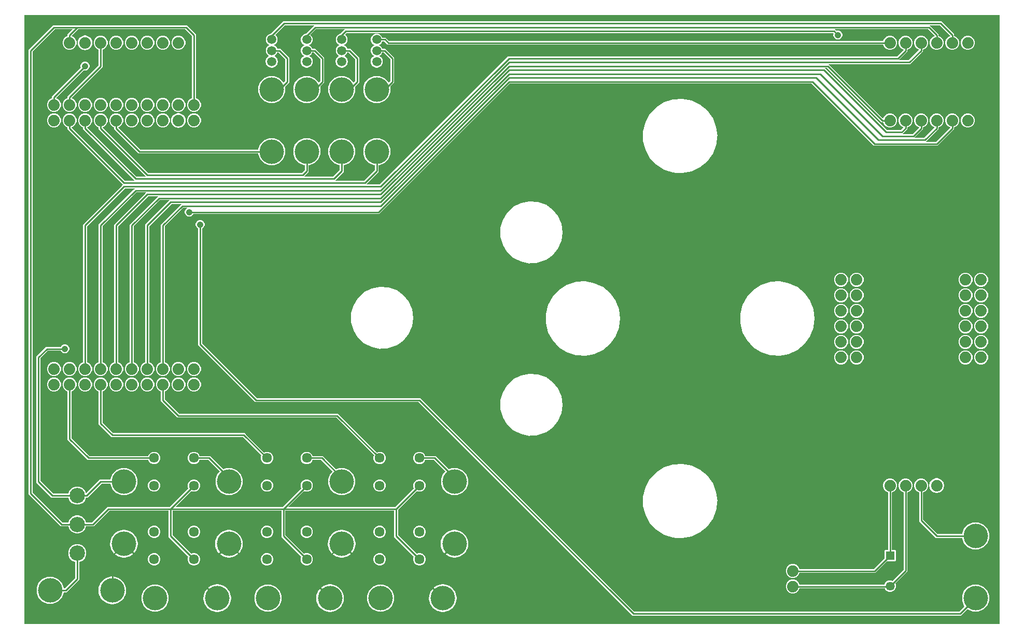
<source format=gbr>
G04 EAGLE Gerber RS-274X export*
G75*
%MOMM*%
%FSLAX34Y34*%
%LPD*%
%INTop Copper*%
%IPPOS*%
%AMOC8*
5,1,8,0,0,1.08239X$1,22.5*%
G01*
%ADD10C,1.609600*%
%ADD11R,1.459600X1.459600*%
%ADD12C,1.459600*%
%ADD13C,1.510000*%
%ADD14C,4.000000*%
%ADD15C,2.520000*%
%ADD16C,1.879600*%
%ADD17C,0.228600*%
%ADD18C,1.058000*%

G36*
X1595124Y2539D02*
X1595124Y2539D01*
X1595124Y2540D01*
X1595124Y997967D01*
X1595121Y997971D01*
X1595120Y997971D01*
X2540Y997971D01*
X2536Y997967D01*
X2536Y2540D01*
X2539Y2536D01*
X2540Y2536D01*
X1595120Y2536D01*
X1595124Y2539D01*
G37*
%LPC*%
G36*
X99327Y407673D02*
X99327Y407673D01*
X95127Y409413D01*
X91913Y412627D01*
X90173Y416827D01*
X90173Y421373D01*
X91913Y425573D01*
X95127Y428787D01*
X98425Y430153D01*
X98427Y430156D01*
X98428Y430157D01*
X98428Y655364D01*
X161927Y718863D01*
X163786Y720722D01*
X163787Y720728D01*
X163786Y720728D01*
X73028Y811486D01*
X73028Y814443D01*
X73026Y814445D01*
X73025Y814447D01*
X69727Y815813D01*
X66513Y819027D01*
X64773Y823227D01*
X64773Y827773D01*
X66513Y831973D01*
X69727Y835187D01*
X73927Y836927D01*
X78473Y836927D01*
X82673Y835187D01*
X85887Y831973D01*
X87627Y827773D01*
X87627Y823227D01*
X85887Y819027D01*
X82673Y815813D01*
X79375Y814447D01*
X79373Y814444D01*
X79372Y814443D01*
X79372Y814116D01*
X79373Y814114D01*
X79373Y814113D01*
X166413Y727073D01*
X166415Y727073D01*
X166416Y727072D01*
X182832Y727072D01*
X182833Y727073D01*
X182835Y727073D01*
X182835Y727074D01*
X182836Y727076D01*
X182835Y727077D01*
X182835Y727079D01*
X180977Y728937D01*
X98428Y811486D01*
X98428Y814443D01*
X98426Y814445D01*
X98425Y814447D01*
X95127Y815813D01*
X91913Y819027D01*
X90173Y823227D01*
X90173Y827773D01*
X91913Y831973D01*
X95127Y835187D01*
X99327Y836927D01*
X103873Y836927D01*
X108073Y835187D01*
X111287Y831973D01*
X113027Y827773D01*
X113027Y823227D01*
X111287Y819027D01*
X108073Y815813D01*
X104775Y814447D01*
X104773Y814444D01*
X104772Y814443D01*
X104772Y814116D01*
X104773Y814114D01*
X104773Y814113D01*
X185463Y733423D01*
X185465Y733423D01*
X185466Y733422D01*
X201882Y733422D01*
X201883Y733423D01*
X201885Y733423D01*
X201885Y733424D01*
X201886Y733426D01*
X201885Y733427D01*
X201885Y733429D01*
X200027Y735287D01*
X123828Y811486D01*
X123828Y814443D01*
X123826Y814445D01*
X123825Y814447D01*
X120527Y815813D01*
X117313Y819027D01*
X115573Y823227D01*
X115573Y827773D01*
X117313Y831973D01*
X120527Y835187D01*
X124727Y836927D01*
X129273Y836927D01*
X133473Y835187D01*
X136687Y831973D01*
X138427Y827773D01*
X138427Y823227D01*
X136687Y819027D01*
X133473Y815813D01*
X130175Y814447D01*
X130173Y814444D01*
X130172Y814443D01*
X130172Y814116D01*
X130173Y814114D01*
X130173Y814113D01*
X204513Y739773D01*
X204515Y739773D01*
X204516Y739772D01*
X455884Y739772D01*
X455886Y739773D01*
X455887Y739773D01*
X460377Y744263D01*
X460377Y744264D01*
X460378Y744265D01*
X460378Y744266D01*
X460378Y752667D01*
X460374Y752671D01*
X459168Y752671D01*
X451072Y756025D01*
X444875Y762222D01*
X441521Y770318D01*
X441521Y779082D01*
X444875Y787178D01*
X451072Y793375D01*
X459168Y796729D01*
X467932Y796729D01*
X476028Y793375D01*
X482225Y787178D01*
X485579Y779082D01*
X485579Y770318D01*
X482225Y762222D01*
X476028Y756025D01*
X467932Y752671D01*
X466726Y752671D01*
X466722Y752667D01*
X466722Y741636D01*
X464863Y739777D01*
X458515Y733429D01*
X458515Y733428D01*
X458514Y733427D01*
X458515Y733426D01*
X458515Y733424D01*
X458517Y733423D01*
X458518Y733422D01*
X506684Y733422D01*
X506686Y733423D01*
X506687Y733423D01*
X517527Y744263D01*
X517527Y744264D01*
X517528Y744265D01*
X517528Y744266D01*
X517528Y752667D01*
X517524Y752671D01*
X516318Y752671D01*
X508222Y756025D01*
X502025Y762222D01*
X498671Y770318D01*
X498671Y779082D01*
X502025Y787178D01*
X508222Y793375D01*
X516318Y796729D01*
X525082Y796729D01*
X533178Y793375D01*
X539375Y787178D01*
X542729Y779082D01*
X542729Y770318D01*
X539375Y762222D01*
X533178Y756025D01*
X525082Y752671D01*
X523876Y752671D01*
X523872Y752667D01*
X523872Y741636D01*
X511173Y728937D01*
X509315Y727079D01*
X509315Y727078D01*
X509314Y727077D01*
X509315Y727076D01*
X509315Y727074D01*
X509317Y727073D01*
X509318Y727072D01*
X557484Y727072D01*
X557486Y727073D01*
X557487Y727073D01*
X574677Y744263D01*
X574677Y744264D01*
X574678Y744265D01*
X574678Y744266D01*
X574678Y752667D01*
X574674Y752671D01*
X573468Y752671D01*
X565372Y756025D01*
X559175Y762222D01*
X555821Y770318D01*
X555821Y779082D01*
X559175Y787178D01*
X565372Y793375D01*
X573468Y796729D01*
X582232Y796729D01*
X590328Y793375D01*
X596525Y787178D01*
X599879Y779082D01*
X599879Y770318D01*
X596525Y762222D01*
X590328Y756025D01*
X582232Y752671D01*
X581026Y752671D01*
X581022Y752667D01*
X581022Y741636D01*
X561973Y722587D01*
X560115Y720729D01*
X560115Y720728D01*
X560114Y720727D01*
X560115Y720726D01*
X560115Y720724D01*
X560117Y720723D01*
X560118Y720722D01*
X582884Y720722D01*
X582886Y720723D01*
X582887Y720723D01*
X792436Y930272D01*
X1427434Y930272D01*
X1427436Y930273D01*
X1427437Y930273D01*
X1438277Y941113D01*
X1438277Y941114D01*
X1438278Y941115D01*
X1438278Y941116D01*
X1438278Y941443D01*
X1438276Y941445D01*
X1438275Y941447D01*
X1434977Y942813D01*
X1431763Y946027D01*
X1430023Y950227D01*
X1430023Y954773D01*
X1431763Y958973D01*
X1434977Y962187D01*
X1439177Y963927D01*
X1443723Y963927D01*
X1447923Y962187D01*
X1451137Y958973D01*
X1452877Y954773D01*
X1452877Y950227D01*
X1451137Y946027D01*
X1447923Y942813D01*
X1444625Y941447D01*
X1444623Y941444D01*
X1444622Y941443D01*
X1444622Y938486D01*
X1442763Y936627D01*
X1430065Y923929D01*
X1430065Y923928D01*
X1430064Y923927D01*
X1430065Y923926D01*
X1430065Y923924D01*
X1430067Y923923D01*
X1430068Y923922D01*
X1446484Y923922D01*
X1446486Y923923D01*
X1446487Y923923D01*
X1463677Y941113D01*
X1463677Y941114D01*
X1463678Y941115D01*
X1463678Y941116D01*
X1463678Y941443D01*
X1463676Y941445D01*
X1463675Y941447D01*
X1460377Y942813D01*
X1457163Y946027D01*
X1455423Y950227D01*
X1455423Y954773D01*
X1457163Y958973D01*
X1460377Y962187D01*
X1464577Y963927D01*
X1469123Y963927D01*
X1473323Y962187D01*
X1476537Y958973D01*
X1478277Y954773D01*
X1478277Y950227D01*
X1476537Y946027D01*
X1473323Y942813D01*
X1470025Y941447D01*
X1470023Y941444D01*
X1470022Y941443D01*
X1470022Y938486D01*
X1449114Y917578D01*
X1315768Y917578D01*
X1315767Y917577D01*
X1315765Y917577D01*
X1315765Y917576D01*
X1315764Y917574D01*
X1315765Y917573D01*
X1315765Y917571D01*
X1404663Y828673D01*
X1404665Y828673D01*
X1404666Y828672D01*
X1404993Y828672D01*
X1404995Y828674D01*
X1404997Y828675D01*
X1406363Y831973D01*
X1409577Y835187D01*
X1413777Y836927D01*
X1418323Y836927D01*
X1422523Y835187D01*
X1425737Y831973D01*
X1427477Y827773D01*
X1427477Y823227D01*
X1425737Y819027D01*
X1422523Y815813D01*
X1418323Y814073D01*
X1413777Y814073D01*
X1409577Y815813D01*
X1406363Y819027D01*
X1404997Y822325D01*
X1404994Y822327D01*
X1404993Y822328D01*
X1402036Y822328D01*
X1313137Y911227D01*
X1313135Y911227D01*
X1313134Y911228D01*
X1309418Y911228D01*
X1309417Y911227D01*
X1309415Y911227D01*
X1309415Y911226D01*
X1309414Y911224D01*
X1309415Y911223D01*
X1309415Y911221D01*
X1411013Y809623D01*
X1411015Y809623D01*
X1411016Y809622D01*
X1433784Y809622D01*
X1433786Y809623D01*
X1433787Y809623D01*
X1438277Y814113D01*
X1438277Y814115D01*
X1438278Y814116D01*
X1438278Y814443D01*
X1438276Y814445D01*
X1438275Y814447D01*
X1434977Y815813D01*
X1431763Y819027D01*
X1430023Y823227D01*
X1430023Y827773D01*
X1431763Y831973D01*
X1434977Y835187D01*
X1439177Y836927D01*
X1443723Y836927D01*
X1447923Y835187D01*
X1451137Y831973D01*
X1452877Y827773D01*
X1452877Y823227D01*
X1451137Y819027D01*
X1447923Y815813D01*
X1444625Y814447D01*
X1444623Y814444D01*
X1444622Y814443D01*
X1444622Y811486D01*
X1442763Y809627D01*
X1436415Y803279D01*
X1436415Y803278D01*
X1436414Y803277D01*
X1436415Y803276D01*
X1436415Y803274D01*
X1436417Y803273D01*
X1436418Y803272D01*
X1452834Y803272D01*
X1452836Y803273D01*
X1452837Y803273D01*
X1463677Y814113D01*
X1463677Y814115D01*
X1463678Y814116D01*
X1463678Y814443D01*
X1463676Y814445D01*
X1463675Y814447D01*
X1460377Y815813D01*
X1457163Y819027D01*
X1455423Y823227D01*
X1455423Y827773D01*
X1457163Y831973D01*
X1460377Y835187D01*
X1464577Y836927D01*
X1469123Y836927D01*
X1473323Y835187D01*
X1476537Y831973D01*
X1478277Y827773D01*
X1478277Y823227D01*
X1476537Y819027D01*
X1473323Y815813D01*
X1470025Y814447D01*
X1470023Y814444D01*
X1470022Y814443D01*
X1470022Y811486D01*
X1468163Y809627D01*
X1455465Y796929D01*
X1455465Y796928D01*
X1455464Y796927D01*
X1455465Y796926D01*
X1455465Y796924D01*
X1455467Y796923D01*
X1455468Y796922D01*
X1471884Y796922D01*
X1471886Y796923D01*
X1471887Y796923D01*
X1489077Y814113D01*
X1489077Y814115D01*
X1489078Y814116D01*
X1489078Y814443D01*
X1489076Y814445D01*
X1489075Y814447D01*
X1485777Y815813D01*
X1482563Y819027D01*
X1480823Y823227D01*
X1480823Y827773D01*
X1482563Y831973D01*
X1485777Y835187D01*
X1489977Y836927D01*
X1494523Y836927D01*
X1498723Y835187D01*
X1501937Y831973D01*
X1503677Y827773D01*
X1503677Y823227D01*
X1501937Y819027D01*
X1498723Y815813D01*
X1495425Y814447D01*
X1495423Y814444D01*
X1495422Y814443D01*
X1495422Y811486D01*
X1493563Y809627D01*
X1474515Y790579D01*
X1474515Y790578D01*
X1474514Y790577D01*
X1474515Y790576D01*
X1474515Y790574D01*
X1474517Y790573D01*
X1474518Y790572D01*
X1490934Y790572D01*
X1490936Y790573D01*
X1490937Y790573D01*
X1514477Y814113D01*
X1514477Y814115D01*
X1514478Y814116D01*
X1514478Y814443D01*
X1514476Y814445D01*
X1514475Y814447D01*
X1511177Y815813D01*
X1507963Y819027D01*
X1506223Y823227D01*
X1506223Y827773D01*
X1507963Y831973D01*
X1511177Y835187D01*
X1515377Y836927D01*
X1519923Y836927D01*
X1524123Y835187D01*
X1527337Y831973D01*
X1529077Y827773D01*
X1529077Y823227D01*
X1527337Y819027D01*
X1524123Y815813D01*
X1520825Y814447D01*
X1520823Y814444D01*
X1520822Y814443D01*
X1520822Y811486D01*
X1493564Y784228D01*
X1389336Y784228D01*
X1287737Y885827D01*
X1287735Y885827D01*
X1287734Y885828D01*
X795066Y885828D01*
X795064Y885827D01*
X795063Y885827D01*
X583563Y674327D01*
X581704Y672468D01*
X278391Y672468D01*
X278389Y672466D01*
X278387Y672465D01*
X277985Y671494D01*
X275926Y669435D01*
X273236Y668321D01*
X270324Y668321D01*
X267634Y669435D01*
X265575Y671494D01*
X264461Y674184D01*
X264461Y677096D01*
X265575Y679786D01*
X267634Y681845D01*
X269505Y682620D01*
X269506Y682622D01*
X269508Y682623D01*
X269508Y682624D01*
X269508Y682625D01*
X269506Y682626D01*
X269504Y682628D01*
X261666Y682628D01*
X261664Y682627D01*
X261663Y682627D01*
X231773Y652737D01*
X231773Y652736D01*
X231772Y652735D01*
X231772Y652734D01*
X231772Y430157D01*
X231774Y430155D01*
X231775Y430153D01*
X235073Y428787D01*
X238287Y425573D01*
X240027Y421373D01*
X240027Y416827D01*
X238287Y412627D01*
X235073Y409413D01*
X230873Y407673D01*
X226327Y407673D01*
X222127Y409413D01*
X218913Y412627D01*
X217173Y416827D01*
X217173Y421373D01*
X218913Y425573D01*
X222127Y428787D01*
X225425Y430153D01*
X225427Y430156D01*
X225428Y430157D01*
X225428Y655364D01*
X259035Y688971D01*
X259035Y688972D01*
X259036Y688973D01*
X259035Y688974D01*
X259035Y688976D01*
X259033Y688977D01*
X259032Y688978D01*
X242616Y688978D01*
X242614Y688977D01*
X242613Y688977D01*
X206373Y652737D01*
X206373Y652736D01*
X206372Y652735D01*
X206372Y652734D01*
X206372Y430157D01*
X206374Y430155D01*
X206375Y430153D01*
X209673Y428787D01*
X212887Y425573D01*
X214627Y421373D01*
X214627Y416827D01*
X212887Y412627D01*
X209673Y409413D01*
X205473Y407673D01*
X200927Y407673D01*
X196727Y409413D01*
X193513Y412627D01*
X191773Y416827D01*
X191773Y421373D01*
X193513Y425573D01*
X196727Y428787D01*
X200025Y430153D01*
X200027Y430156D01*
X200028Y430157D01*
X200028Y655364D01*
X239985Y695321D01*
X239985Y695322D01*
X239986Y695323D01*
X239985Y695324D01*
X239985Y695326D01*
X239983Y695327D01*
X239982Y695328D01*
X223566Y695328D01*
X223564Y695327D01*
X223563Y695327D01*
X180973Y652737D01*
X180973Y652736D01*
X180972Y652735D01*
X180972Y652734D01*
X180972Y430157D01*
X180974Y430155D01*
X180975Y430153D01*
X184273Y428787D01*
X187487Y425573D01*
X189227Y421373D01*
X189227Y416827D01*
X187487Y412627D01*
X184273Y409413D01*
X180073Y407673D01*
X175527Y407673D01*
X171327Y409413D01*
X168113Y412627D01*
X166373Y416827D01*
X166373Y421373D01*
X168113Y425573D01*
X171327Y428787D01*
X174625Y430153D01*
X174627Y430156D01*
X174628Y430157D01*
X174628Y655364D01*
X220935Y701671D01*
X220935Y701672D01*
X220936Y701673D01*
X220935Y701674D01*
X220935Y701676D01*
X220933Y701677D01*
X220932Y701678D01*
X204516Y701678D01*
X204514Y701677D01*
X204513Y701677D01*
X155573Y652737D01*
X155573Y652736D01*
X155572Y652735D01*
X155572Y652734D01*
X155572Y430157D01*
X155574Y430155D01*
X155575Y430153D01*
X158873Y428787D01*
X162087Y425573D01*
X163827Y421373D01*
X163827Y416827D01*
X162087Y412627D01*
X158873Y409413D01*
X154673Y407673D01*
X150127Y407673D01*
X145927Y409413D01*
X142713Y412627D01*
X140973Y416827D01*
X140973Y421373D01*
X142713Y425573D01*
X145927Y428787D01*
X149225Y430153D01*
X149227Y430156D01*
X149228Y430157D01*
X149228Y655364D01*
X200027Y706163D01*
X201885Y708021D01*
X201885Y708022D01*
X201886Y708023D01*
X201885Y708024D01*
X201885Y708026D01*
X201883Y708027D01*
X201882Y708028D01*
X185466Y708028D01*
X185464Y708027D01*
X185463Y708027D01*
X130173Y652737D01*
X130173Y652736D01*
X130172Y652735D01*
X130172Y652734D01*
X130172Y430157D01*
X130174Y430155D01*
X130175Y430153D01*
X133473Y428787D01*
X136687Y425573D01*
X138427Y421373D01*
X138427Y416827D01*
X136687Y412627D01*
X133473Y409413D01*
X129273Y407673D01*
X124727Y407673D01*
X120527Y409413D01*
X117313Y412627D01*
X115573Y416827D01*
X115573Y421373D01*
X117313Y425573D01*
X120527Y428787D01*
X123825Y430153D01*
X123827Y430156D01*
X123828Y430157D01*
X123828Y655364D01*
X125687Y657223D01*
X180977Y712513D01*
X182835Y714371D01*
X182835Y714372D01*
X182836Y714373D01*
X182835Y714374D01*
X182835Y714376D01*
X182833Y714377D01*
X182832Y714378D01*
X166416Y714378D01*
X166414Y714377D01*
X166413Y714377D01*
X104773Y652737D01*
X104773Y652736D01*
X104772Y652735D01*
X104772Y652734D01*
X104772Y430157D01*
X104774Y430155D01*
X104775Y430153D01*
X108073Y428787D01*
X111287Y425573D01*
X113027Y421373D01*
X113027Y416827D01*
X111287Y412627D01*
X108073Y409413D01*
X103873Y407673D01*
X99327Y407673D01*
G37*
%LPD*%
%LPC*%
G36*
X402018Y854271D02*
X402018Y854271D01*
X393922Y857625D01*
X387725Y863822D01*
X384371Y871918D01*
X384371Y880682D01*
X387725Y888778D01*
X393922Y894975D01*
X402018Y898329D01*
X410782Y898329D01*
X418878Y894975D01*
X425075Y888778D01*
X425664Y887358D01*
X425664Y887357D01*
X425666Y887357D01*
X425669Y887355D01*
X425669Y887356D01*
X425671Y887356D01*
X428627Y890313D01*
X428627Y890314D01*
X428628Y890315D01*
X428628Y890316D01*
X428628Y925784D01*
X428627Y925786D01*
X428627Y925787D01*
X417787Y936627D01*
X417785Y936627D01*
X417784Y936628D01*
X415457Y936628D01*
X415455Y936626D01*
X415453Y936625D01*
X414521Y934374D01*
X411826Y931679D01*
X410376Y931079D01*
X410376Y931078D01*
X410374Y931077D01*
X410375Y931076D01*
X410374Y931074D01*
X410376Y931073D01*
X410376Y931071D01*
X411178Y930739D01*
X412830Y929635D01*
X414235Y928230D01*
X415339Y926578D01*
X416099Y924742D01*
X416487Y922793D01*
X416487Y921806D01*
X406401Y921806D01*
X406400Y921804D01*
X406399Y921806D01*
X406399Y921805D01*
X406399Y921806D01*
X396313Y921806D01*
X396313Y922794D01*
X396701Y924742D01*
X397461Y926578D01*
X398565Y928230D01*
X399970Y929635D01*
X401622Y930739D01*
X402424Y931071D01*
X402424Y931072D01*
X402426Y931073D01*
X402425Y931074D01*
X402426Y931076D01*
X402424Y931077D01*
X402424Y931079D01*
X400974Y931679D01*
X398279Y934374D01*
X396821Y937895D01*
X396821Y941705D01*
X398279Y945226D01*
X400974Y947921D01*
X403087Y948796D01*
X403088Y948797D01*
X403090Y948798D01*
X403089Y948799D01*
X403090Y948799D01*
X403089Y948800D01*
X403090Y948801D01*
X403088Y948802D01*
X403087Y948804D01*
X400974Y949679D01*
X398279Y952374D01*
X396821Y955895D01*
X396821Y959705D01*
X398279Y963226D01*
X400974Y965921D01*
X404495Y967379D01*
X405141Y967379D01*
X405143Y967380D01*
X405144Y967380D01*
X425186Y987422D01*
X1499914Y987422D01*
X1520822Y966514D01*
X1520822Y963557D01*
X1520824Y963555D01*
X1520825Y963553D01*
X1524123Y962187D01*
X1527337Y958973D01*
X1529077Y954773D01*
X1529077Y950227D01*
X1527337Y946027D01*
X1524123Y942813D01*
X1519923Y941073D01*
X1515377Y941073D01*
X1511177Y942813D01*
X1507963Y946027D01*
X1506223Y950227D01*
X1506223Y954773D01*
X1507963Y958973D01*
X1511177Y962187D01*
X1514475Y963553D01*
X1514477Y963556D01*
X1514478Y963557D01*
X1514478Y963884D01*
X1514477Y963886D01*
X1514477Y963887D01*
X1497287Y981077D01*
X1497285Y981077D01*
X1497284Y981078D01*
X1480868Y981078D01*
X1480867Y981077D01*
X1480865Y981077D01*
X1480865Y981076D01*
X1480864Y981074D01*
X1480865Y981073D01*
X1480865Y981071D01*
X1482723Y979213D01*
X1495422Y966514D01*
X1495422Y963557D01*
X1495424Y963555D01*
X1495425Y963553D01*
X1498723Y962187D01*
X1501937Y958973D01*
X1503677Y954773D01*
X1503677Y950227D01*
X1501937Y946027D01*
X1498723Y942813D01*
X1494523Y941073D01*
X1489977Y941073D01*
X1485777Y942813D01*
X1482563Y946027D01*
X1480823Y950227D01*
X1480823Y954773D01*
X1482563Y958973D01*
X1485777Y962187D01*
X1489075Y963553D01*
X1489077Y963556D01*
X1489078Y963557D01*
X1489078Y963884D01*
X1489077Y963886D01*
X1489077Y963887D01*
X1478237Y974727D01*
X1478235Y974727D01*
X1478235Y974728D01*
X1478234Y974728D01*
X1325928Y974728D01*
X1325927Y974727D01*
X1325925Y974727D01*
X1325925Y974726D01*
X1325924Y974724D01*
X1325925Y974723D01*
X1325925Y974721D01*
X1327783Y972863D01*
X1328528Y972117D01*
X1328530Y972117D01*
X1328532Y972117D01*
X1328533Y972117D01*
X1329504Y972519D01*
X1332416Y972519D01*
X1335106Y971405D01*
X1337165Y969346D01*
X1338279Y966656D01*
X1338279Y963744D01*
X1337165Y961054D01*
X1335106Y958995D01*
X1332416Y957881D01*
X1329504Y957881D01*
X1326814Y958995D01*
X1324755Y961054D01*
X1323641Y963744D01*
X1323641Y966656D01*
X1324043Y967627D01*
X1324042Y967630D01*
X1324043Y967632D01*
X1323297Y968377D01*
X1323296Y968377D01*
X1323295Y968377D01*
X1323294Y968378D01*
X528366Y968378D01*
X528364Y968377D01*
X528363Y968377D01*
X525975Y965990D01*
X525975Y965989D01*
X525975Y965987D01*
X525975Y965984D01*
X525976Y965984D01*
X525977Y965982D01*
X526126Y965921D01*
X528821Y963226D01*
X530279Y959705D01*
X530279Y955895D01*
X528821Y952374D01*
X526126Y949679D01*
X524013Y948804D01*
X524012Y948803D01*
X524010Y948802D01*
X524011Y948801D01*
X524010Y948800D01*
X524011Y948800D01*
X524010Y948799D01*
X524012Y948798D01*
X524013Y948796D01*
X526126Y947921D01*
X528821Y945226D01*
X529753Y942975D01*
X529756Y942973D01*
X529757Y942972D01*
X534714Y942972D01*
X549272Y928414D01*
X549272Y887686D01*
X542596Y881010D01*
X542596Y881008D01*
X542595Y881007D01*
X542595Y881005D01*
X542729Y880682D01*
X542729Y871918D01*
X539375Y863822D01*
X533178Y857625D01*
X525082Y854271D01*
X516318Y854271D01*
X508222Y857625D01*
X502025Y863822D01*
X498671Y871918D01*
X498671Y880682D01*
X502025Y888778D01*
X508222Y894975D01*
X516318Y898329D01*
X525082Y898329D01*
X533178Y894975D01*
X539375Y888778D01*
X539964Y887358D01*
X539964Y887357D01*
X539966Y887357D01*
X539969Y887355D01*
X539969Y887356D01*
X539971Y887356D01*
X542927Y890313D01*
X542927Y890314D01*
X542928Y890315D01*
X542928Y890316D01*
X542928Y925784D01*
X542927Y925786D01*
X542927Y925787D01*
X532087Y936627D01*
X532085Y936627D01*
X532084Y936628D01*
X529757Y936628D01*
X529755Y936626D01*
X529753Y936625D01*
X528821Y934374D01*
X526126Y931679D01*
X524676Y931079D01*
X524676Y931078D01*
X524674Y931077D01*
X524675Y931076D01*
X524674Y931074D01*
X524676Y931073D01*
X524676Y931071D01*
X525478Y930739D01*
X527130Y929635D01*
X528535Y928230D01*
X529639Y926578D01*
X530399Y924742D01*
X530787Y922793D01*
X530787Y921806D01*
X520701Y921806D01*
X520700Y921804D01*
X520699Y921806D01*
X520699Y921805D01*
X520699Y921806D01*
X510613Y921806D01*
X510613Y922794D01*
X511001Y924742D01*
X511761Y926578D01*
X512865Y928230D01*
X514270Y929635D01*
X515922Y930739D01*
X516724Y931071D01*
X516724Y931072D01*
X516726Y931073D01*
X516725Y931074D01*
X516726Y931076D01*
X516724Y931077D01*
X516724Y931079D01*
X515274Y931679D01*
X512579Y934374D01*
X511121Y937895D01*
X511121Y941705D01*
X512579Y945226D01*
X515274Y947921D01*
X517387Y948796D01*
X517388Y948797D01*
X517390Y948798D01*
X517389Y948799D01*
X517390Y948799D01*
X517389Y948800D01*
X517390Y948801D01*
X517388Y948802D01*
X517387Y948804D01*
X515274Y949679D01*
X512579Y952374D01*
X511121Y955895D01*
X511121Y959705D01*
X512579Y963226D01*
X515274Y965921D01*
X518108Y967095D01*
X518109Y967096D01*
X518110Y967096D01*
X523877Y972863D01*
X525735Y974721D01*
X525735Y974722D01*
X525736Y974723D01*
X525735Y974724D01*
X525735Y974726D01*
X525733Y974727D01*
X525732Y974728D01*
X478616Y974728D01*
X478614Y974727D01*
X478613Y974727D01*
X469394Y965509D01*
X469394Y965507D01*
X469393Y965506D01*
X469394Y965506D01*
X469394Y965503D01*
X469394Y965502D01*
X471671Y963226D01*
X473129Y959705D01*
X473129Y955895D01*
X471671Y952374D01*
X468976Y949679D01*
X466863Y948804D01*
X466862Y948803D01*
X466860Y948802D01*
X466861Y948801D01*
X466860Y948800D01*
X466861Y948800D01*
X466860Y948799D01*
X466862Y948798D01*
X466863Y948796D01*
X468976Y947921D01*
X471671Y945226D01*
X472603Y942975D01*
X472606Y942973D01*
X472607Y942972D01*
X477564Y942972D01*
X492122Y928414D01*
X492122Y887686D01*
X485446Y881010D01*
X485446Y881008D01*
X485445Y881007D01*
X485445Y881005D01*
X485579Y880682D01*
X485579Y871918D01*
X482225Y863822D01*
X476028Y857625D01*
X467932Y854271D01*
X459168Y854271D01*
X451072Y857625D01*
X444875Y863822D01*
X441521Y871918D01*
X441521Y880682D01*
X444875Y888778D01*
X451072Y894975D01*
X459168Y898329D01*
X467932Y898329D01*
X476028Y894975D01*
X482225Y888778D01*
X482814Y887358D01*
X482814Y887357D01*
X482816Y887357D01*
X482819Y887355D01*
X482819Y887356D01*
X482821Y887356D01*
X485777Y890313D01*
X485777Y890314D01*
X485778Y890315D01*
X485778Y890316D01*
X485778Y925784D01*
X485777Y925786D01*
X485777Y925787D01*
X474937Y936627D01*
X474935Y936627D01*
X474934Y936628D01*
X472607Y936628D01*
X472605Y936626D01*
X472603Y936625D01*
X471671Y934374D01*
X468976Y931679D01*
X467526Y931079D01*
X467526Y931078D01*
X467524Y931077D01*
X467525Y931076D01*
X467524Y931074D01*
X467526Y931073D01*
X467526Y931071D01*
X468328Y930739D01*
X469980Y929635D01*
X471385Y928230D01*
X472489Y926578D01*
X473249Y924742D01*
X473637Y922793D01*
X473637Y921806D01*
X463551Y921806D01*
X463550Y921804D01*
X463549Y921806D01*
X463549Y921805D01*
X463549Y921806D01*
X453463Y921806D01*
X453463Y922794D01*
X453851Y924742D01*
X454611Y926578D01*
X455715Y928230D01*
X457120Y929635D01*
X458772Y930739D01*
X459574Y931071D01*
X459574Y931072D01*
X459576Y931073D01*
X459575Y931074D01*
X459576Y931076D01*
X459574Y931077D01*
X459574Y931079D01*
X458124Y931679D01*
X455429Y934374D01*
X453971Y937895D01*
X453971Y941705D01*
X455429Y945226D01*
X458124Y947921D01*
X460237Y948796D01*
X460238Y948797D01*
X460240Y948798D01*
X460239Y948799D01*
X460240Y948799D01*
X460239Y948800D01*
X460240Y948801D01*
X460238Y948802D01*
X460237Y948804D01*
X458124Y949679D01*
X455429Y952374D01*
X453971Y955895D01*
X453971Y959705D01*
X455429Y963226D01*
X458124Y965921D01*
X461645Y967379D01*
X462291Y967379D01*
X462293Y967380D01*
X462294Y967380D01*
X474127Y979213D01*
X475985Y981071D01*
X475985Y981072D01*
X475986Y981073D01*
X475985Y981074D01*
X475985Y981076D01*
X475983Y981077D01*
X475982Y981078D01*
X427816Y981078D01*
X427814Y981077D01*
X427813Y981077D01*
X412244Y965509D01*
X412244Y965507D01*
X412243Y965506D01*
X412244Y965506D01*
X412244Y965503D01*
X412244Y965502D01*
X414521Y963226D01*
X415979Y959705D01*
X415979Y955895D01*
X414521Y952374D01*
X411826Y949679D01*
X409713Y948804D01*
X409712Y948803D01*
X409710Y948802D01*
X409711Y948801D01*
X409710Y948800D01*
X409711Y948800D01*
X409710Y948799D01*
X409712Y948798D01*
X409713Y948796D01*
X411826Y947921D01*
X414521Y945226D01*
X415453Y942975D01*
X415456Y942973D01*
X415457Y942972D01*
X420414Y942972D01*
X434972Y928414D01*
X434972Y887686D01*
X433113Y885827D01*
X428296Y881010D01*
X428296Y881008D01*
X428295Y881007D01*
X428295Y881005D01*
X428429Y880682D01*
X428429Y871918D01*
X425075Y863822D01*
X418878Y857625D01*
X410782Y854271D01*
X402018Y854271D01*
G37*
%LPD*%
%LPC*%
G36*
X277396Y97873D02*
X277396Y97873D01*
X273692Y99407D01*
X270857Y102242D01*
X269323Y105946D01*
X269323Y109954D01*
X270373Y112488D01*
X270372Y112488D01*
X270373Y112488D01*
X270372Y112489D01*
X270372Y112491D01*
X270372Y112493D01*
X239987Y142877D01*
X238128Y144736D01*
X238128Y187324D01*
X238124Y187328D01*
X141016Y187328D01*
X141014Y187327D01*
X141013Y187327D01*
X115614Y161928D01*
X103423Y161928D01*
X103421Y161926D01*
X103419Y161925D01*
X101302Y156813D01*
X97187Y152698D01*
X91810Y150471D01*
X85990Y150471D01*
X80613Y152698D01*
X76498Y156813D01*
X74381Y161925D01*
X74378Y161927D01*
X74377Y161928D01*
X62186Y161928D01*
X9528Y214586D01*
X9528Y941114D01*
X49486Y981072D01*
X268014Y981072D01*
X282572Y966514D01*
X282572Y861957D01*
X282574Y861955D01*
X282575Y861953D01*
X285873Y860587D01*
X289087Y857373D01*
X290827Y853173D01*
X290827Y848627D01*
X289087Y844427D01*
X285873Y841213D01*
X281673Y839473D01*
X277127Y839473D01*
X272927Y841213D01*
X269713Y844427D01*
X267973Y848627D01*
X267973Y853173D01*
X269713Y857373D01*
X272927Y860587D01*
X276225Y861953D01*
X276227Y861956D01*
X276228Y861957D01*
X276228Y963884D01*
X276227Y963886D01*
X276227Y963887D01*
X265387Y974727D01*
X265385Y974727D01*
X265385Y974728D01*
X265384Y974728D01*
X90216Y974728D01*
X90214Y974727D01*
X90213Y974727D01*
X79373Y963887D01*
X79373Y963885D01*
X79372Y963884D01*
X79372Y963557D01*
X79374Y963555D01*
X79375Y963553D01*
X82673Y962187D01*
X85887Y958973D01*
X87627Y954773D01*
X87627Y950227D01*
X85887Y946027D01*
X82673Y942813D01*
X78473Y941073D01*
X73927Y941073D01*
X69727Y942813D01*
X66513Y946027D01*
X64773Y950227D01*
X64773Y954773D01*
X66513Y958973D01*
X69727Y962187D01*
X73025Y963553D01*
X73027Y963556D01*
X73028Y963557D01*
X73028Y966514D01*
X81235Y974721D01*
X81235Y974722D01*
X81236Y974723D01*
X81235Y974724D01*
X81235Y974726D01*
X81233Y974727D01*
X81232Y974728D01*
X52116Y974728D01*
X52114Y974727D01*
X52113Y974727D01*
X15873Y938487D01*
X15873Y938485D01*
X15872Y938484D01*
X15872Y217216D01*
X15873Y217214D01*
X15873Y217213D01*
X64813Y168273D01*
X64815Y168273D01*
X64816Y168272D01*
X74377Y168272D01*
X74379Y168274D01*
X74381Y168275D01*
X76498Y173387D01*
X80613Y177502D01*
X85990Y179729D01*
X91810Y179729D01*
X97187Y177502D01*
X101302Y173387D01*
X103419Y168275D01*
X103422Y168273D01*
X103423Y168272D01*
X112984Y168272D01*
X112986Y168273D01*
X112987Y168273D01*
X138386Y193672D01*
X239984Y193672D01*
X239986Y193673D01*
X239987Y193673D01*
X270372Y224057D01*
X270372Y224061D01*
X270373Y224062D01*
X269323Y226596D01*
X269323Y230604D01*
X270857Y234308D01*
X273692Y237143D01*
X277396Y238677D01*
X281404Y238677D01*
X285108Y237143D01*
X287943Y234308D01*
X289477Y230604D01*
X289477Y226596D01*
X287943Y222892D01*
X285108Y220057D01*
X281404Y218523D01*
X277396Y218523D01*
X274862Y219573D01*
X274859Y219572D01*
X274857Y219572D01*
X248965Y193679D01*
X248965Y193678D01*
X248964Y193677D01*
X248965Y193676D01*
X248965Y193674D01*
X248967Y193673D01*
X248968Y193672D01*
X424134Y193672D01*
X424136Y193673D01*
X424137Y193673D01*
X454522Y224057D01*
X454522Y224061D01*
X454523Y224062D01*
X453473Y226596D01*
X453473Y230604D01*
X455007Y234308D01*
X457842Y237143D01*
X461546Y238677D01*
X465554Y238677D01*
X469258Y237143D01*
X472093Y234308D01*
X473627Y230604D01*
X473627Y226596D01*
X472093Y222892D01*
X469258Y220057D01*
X465554Y218523D01*
X461546Y218523D01*
X459012Y219573D01*
X459009Y219572D01*
X459007Y219572D01*
X433115Y193679D01*
X433115Y193678D01*
X433114Y193677D01*
X433115Y193676D01*
X433115Y193674D01*
X433117Y193673D01*
X433118Y193672D01*
X608284Y193672D01*
X608286Y193673D01*
X608287Y193673D01*
X638672Y224057D01*
X638672Y224061D01*
X638673Y224062D01*
X637623Y226596D01*
X637623Y230604D01*
X639157Y234308D01*
X641992Y237143D01*
X645696Y238677D01*
X649704Y238677D01*
X653408Y237143D01*
X656243Y234308D01*
X657777Y230604D01*
X657777Y226596D01*
X656243Y222892D01*
X653408Y220057D01*
X649704Y218523D01*
X645696Y218523D01*
X643162Y219573D01*
X643159Y219572D01*
X643157Y219572D01*
X612773Y189187D01*
X612773Y189185D01*
X612772Y189184D01*
X612772Y147366D01*
X612773Y147364D01*
X612773Y147363D01*
X643157Y116978D01*
X643161Y116978D01*
X643162Y116977D01*
X645696Y118027D01*
X649704Y118027D01*
X653408Y116493D01*
X656243Y113658D01*
X657777Y109954D01*
X657777Y105946D01*
X656243Y102242D01*
X653408Y99407D01*
X649704Y97873D01*
X645696Y97873D01*
X641992Y99407D01*
X639157Y102242D01*
X637623Y105946D01*
X637623Y109954D01*
X638673Y112488D01*
X638672Y112488D01*
X638673Y112488D01*
X638672Y112489D01*
X638672Y112491D01*
X638672Y112493D01*
X606428Y144736D01*
X606428Y187324D01*
X606424Y187328D01*
X428626Y187328D01*
X428622Y187324D01*
X428622Y147366D01*
X428623Y147364D01*
X428623Y147363D01*
X459007Y116978D01*
X459011Y116978D01*
X459012Y116977D01*
X461546Y118027D01*
X465554Y118027D01*
X469258Y116493D01*
X472093Y113658D01*
X473627Y109954D01*
X473627Y105946D01*
X472093Y102242D01*
X469258Y99407D01*
X465554Y97873D01*
X461546Y97873D01*
X457842Y99407D01*
X455007Y102242D01*
X453473Y105946D01*
X453473Y109954D01*
X454523Y112488D01*
X454522Y112488D01*
X454523Y112488D01*
X454522Y112489D01*
X454522Y112491D01*
X454522Y112493D01*
X422278Y144736D01*
X422278Y187324D01*
X422274Y187328D01*
X244476Y187328D01*
X244472Y187324D01*
X244472Y147366D01*
X244473Y147364D01*
X244473Y147363D01*
X274857Y116978D01*
X274861Y116978D01*
X274862Y116977D01*
X277396Y118027D01*
X281404Y118027D01*
X285108Y116493D01*
X287943Y113658D01*
X289477Y109954D01*
X289477Y105946D01*
X287943Y102242D01*
X285108Y99407D01*
X281404Y97873D01*
X277396Y97873D01*
G37*
%LPD*%
%LPC*%
G36*
X995636Y15878D02*
X995636Y15878D01*
X646387Y365127D01*
X646385Y365127D01*
X646384Y365128D01*
X379686Y365128D01*
X286388Y458426D01*
X286388Y648709D01*
X286386Y648711D01*
X286385Y648713D01*
X285414Y649115D01*
X283355Y651174D01*
X282241Y653864D01*
X282241Y656776D01*
X283355Y659466D01*
X285414Y661525D01*
X288104Y662639D01*
X291016Y662639D01*
X293706Y661525D01*
X295765Y659466D01*
X296879Y656776D01*
X296879Y653864D01*
X295765Y651174D01*
X293706Y649115D01*
X292735Y648713D01*
X292733Y648710D01*
X292732Y648709D01*
X292732Y461056D01*
X292733Y461054D01*
X292733Y461053D01*
X382313Y371473D01*
X382315Y371473D01*
X382315Y371472D01*
X382316Y371472D01*
X649014Y371472D01*
X998263Y22223D01*
X998265Y22223D01*
X998266Y22222D01*
X1529034Y22222D01*
X1529036Y22223D01*
X1529037Y22223D01*
X1537927Y31113D01*
X1537928Y31119D01*
X1537927Y31119D01*
X1537075Y31972D01*
X1533721Y40068D01*
X1533721Y48832D01*
X1537075Y56928D01*
X1543272Y63125D01*
X1551368Y66479D01*
X1560132Y66479D01*
X1568228Y63125D01*
X1574425Y56928D01*
X1577779Y48832D01*
X1577779Y40068D01*
X1574425Y31972D01*
X1568228Y25775D01*
X1560132Y22421D01*
X1551368Y22421D01*
X1543272Y25775D01*
X1542419Y26627D01*
X1542413Y26628D01*
X1542413Y26627D01*
X1533523Y17737D01*
X1531664Y15878D01*
X995636Y15878D01*
G37*
%LPD*%
%LPC*%
G36*
X1076957Y739262D02*
X1076957Y739262D01*
X1076956Y739262D01*
X1076888Y739266D01*
X1076887Y739266D01*
X1076818Y739270D01*
X1076749Y739275D01*
X1076680Y739279D01*
X1076611Y739283D01*
X1076542Y739288D01*
X1076473Y739292D01*
X1076404Y739296D01*
X1076335Y739301D01*
X1076266Y739305D01*
X1076197Y739310D01*
X1076128Y739314D01*
X1076059Y739318D01*
X1075990Y739323D01*
X1075921Y739327D01*
X1075852Y739331D01*
X1075783Y739336D01*
X1075714Y739340D01*
X1075645Y739344D01*
X1075576Y739349D01*
X1075507Y739353D01*
X1075506Y739353D01*
X1075438Y739357D01*
X1075437Y739357D01*
X1075369Y739362D01*
X1075368Y739362D01*
X1075300Y739366D01*
X1075299Y739366D01*
X1075231Y739370D01*
X1075230Y739370D01*
X1075161Y739375D01*
X1075092Y739379D01*
X1075023Y739383D01*
X1074954Y739388D01*
X1074885Y739392D01*
X1074816Y739396D01*
X1074747Y739401D01*
X1074678Y739405D01*
X1074609Y739409D01*
X1074540Y739414D01*
X1074471Y739418D01*
X1074402Y739422D01*
X1074333Y739427D01*
X1074264Y739431D01*
X1074195Y739435D01*
X1074126Y739440D01*
X1074057Y739444D01*
X1073988Y739449D01*
X1073919Y739453D01*
X1073918Y739453D01*
X1073850Y739457D01*
X1073849Y739457D01*
X1073781Y739462D01*
X1073780Y739462D01*
X1073712Y739466D01*
X1073711Y739466D01*
X1073643Y739470D01*
X1073642Y739470D01*
X1073573Y739475D01*
X1073504Y739479D01*
X1073435Y739483D01*
X1073366Y739488D01*
X1073297Y739492D01*
X1073228Y739496D01*
X1073159Y739501D01*
X1073090Y739505D01*
X1073021Y739509D01*
X1072952Y739514D01*
X1072883Y739518D01*
X1072814Y739522D01*
X1072745Y739527D01*
X1072676Y739531D01*
X1072607Y739535D01*
X1072538Y739540D01*
X1072469Y739544D01*
X1072400Y739548D01*
X1072331Y739553D01*
X1072262Y739557D01*
X1072261Y739557D01*
X1072193Y739561D01*
X1072192Y739561D01*
X1072124Y739566D01*
X1072123Y739566D01*
X1072055Y739570D01*
X1072054Y739570D01*
X1071985Y739574D01*
X1071916Y739579D01*
X1071847Y739583D01*
X1071778Y739588D01*
X1071709Y739592D01*
X1071640Y739596D01*
X1071571Y739601D01*
X1071502Y739605D01*
X1071433Y739609D01*
X1071364Y739614D01*
X1071295Y739618D01*
X1071226Y739622D01*
X1071157Y739627D01*
X1071088Y739631D01*
X1071019Y739635D01*
X1070950Y739640D01*
X1070881Y739644D01*
X1070812Y739648D01*
X1070743Y739653D01*
X1070674Y739657D01*
X1070673Y739657D01*
X1070605Y739661D01*
X1070604Y739661D01*
X1070536Y739666D01*
X1070535Y739666D01*
X1070467Y739670D01*
X1070466Y739670D01*
X1070398Y739674D01*
X1070397Y739674D01*
X1070328Y739679D01*
X1070259Y739683D01*
X1070190Y739687D01*
X1070121Y739692D01*
X1070052Y739696D01*
X1069983Y739700D01*
X1069914Y739705D01*
X1069845Y739709D01*
X1069776Y739713D01*
X1069707Y739718D01*
X1069638Y739722D01*
X1069569Y739727D01*
X1069500Y739731D01*
X1069431Y739735D01*
X1069362Y739740D01*
X1069293Y739744D01*
X1069224Y739748D01*
X1069155Y739753D01*
X1069086Y739757D01*
X1069017Y739761D01*
X1069016Y739761D01*
X1068948Y739766D01*
X1068947Y739766D01*
X1068879Y739770D01*
X1068878Y739770D01*
X1068810Y739774D01*
X1068809Y739774D01*
X1068740Y739779D01*
X1068671Y739783D01*
X1068602Y739787D01*
X1068533Y739792D01*
X1068464Y739796D01*
X1068395Y739800D01*
X1068326Y739805D01*
X1068257Y739809D01*
X1068188Y739813D01*
X1068119Y739818D01*
X1068050Y739822D01*
X1067981Y739826D01*
X1067912Y739831D01*
X1067843Y739835D01*
X1067774Y739839D01*
X1067705Y739844D01*
X1067636Y739848D01*
X1067567Y739852D01*
X1067498Y739857D01*
X1067429Y739861D01*
X1067428Y739861D01*
X1067360Y739866D01*
X1067359Y739866D01*
X1067291Y739870D01*
X1067290Y739870D01*
X1067222Y739874D01*
X1067221Y739874D01*
X1067153Y739879D01*
X1067152Y739879D01*
X1067083Y739883D01*
X1067014Y739887D01*
X1066945Y739892D01*
X1066876Y739896D01*
X1066807Y739900D01*
X1066738Y739905D01*
X1066669Y739909D01*
X1066600Y739913D01*
X1066531Y739918D01*
X1066462Y739922D01*
X1066393Y739926D01*
X1066324Y739931D01*
X1066255Y739935D01*
X1066186Y739939D01*
X1066117Y739944D01*
X1066048Y739948D01*
X1065979Y739952D01*
X1065910Y739957D01*
X1065841Y739961D01*
X1065840Y739961D01*
X1065772Y739965D01*
X1065771Y739965D01*
X1065703Y739970D01*
X1065702Y739970D01*
X1065634Y739974D01*
X1065633Y739974D01*
X1065565Y739978D01*
X1065564Y739978D01*
X1065495Y739983D01*
X1065426Y739987D01*
X1065357Y739991D01*
X1065288Y739996D01*
X1065219Y740000D01*
X1065150Y740005D01*
X1065081Y740009D01*
X1065012Y740013D01*
X1064943Y740018D01*
X1064874Y740022D01*
X1064805Y740026D01*
X1064736Y740031D01*
X1064667Y740035D01*
X1064598Y740039D01*
X1064529Y740044D01*
X1064460Y740048D01*
X1064391Y740052D01*
X1064322Y740057D01*
X1064253Y740061D01*
X1064184Y740065D01*
X1064183Y740065D01*
X1064115Y740070D01*
X1064114Y740070D01*
X1064046Y740074D01*
X1064045Y740074D01*
X1063977Y740078D01*
X1063976Y740078D01*
X1063907Y740083D01*
X1063838Y740087D01*
X1063769Y740091D01*
X1063700Y740096D01*
X1063631Y740100D01*
X1063562Y740104D01*
X1063493Y740109D01*
X1063424Y740113D01*
X1063355Y740117D01*
X1063286Y740122D01*
X1063217Y740126D01*
X1063148Y740130D01*
X1063079Y740135D01*
X1063010Y740139D01*
X1062941Y740144D01*
X1062872Y740148D01*
X1062803Y740152D01*
X1062734Y740157D01*
X1062665Y740161D01*
X1062596Y740165D01*
X1062595Y740165D01*
X1062527Y740170D01*
X1062526Y740170D01*
X1062458Y740174D01*
X1062457Y740174D01*
X1062389Y740178D01*
X1062388Y740178D01*
X1062320Y740183D01*
X1062319Y740183D01*
X1062250Y740187D01*
X1062181Y740191D01*
X1062112Y740196D01*
X1062043Y740200D01*
X1061974Y740204D01*
X1061905Y740209D01*
X1061836Y740213D01*
X1061767Y740217D01*
X1061727Y740220D01*
X1047194Y744942D01*
X1034293Y753130D01*
X1023832Y764269D01*
X1016471Y777659D01*
X1012671Y792460D01*
X1012671Y807740D01*
X1016471Y822541D01*
X1023832Y835931D01*
X1034293Y847070D01*
X1047194Y855258D01*
X1061727Y859980D01*
X1076978Y860940D01*
X1091988Y858076D01*
X1105814Y851570D01*
X1117588Y841830D01*
X1126570Y829468D01*
X1132195Y815260D01*
X1134110Y800100D01*
X1134109Y800096D01*
X1134108Y800083D01*
X1134107Y800075D01*
X1134106Y800066D01*
X1134105Y800057D01*
X1134104Y800053D01*
X1134103Y800044D01*
X1134102Y800036D01*
X1134101Y800027D01*
X1134099Y800014D01*
X1134098Y800005D01*
X1134097Y799997D01*
X1134096Y799988D01*
X1134094Y799975D01*
X1134093Y799966D01*
X1134092Y799957D01*
X1134091Y799949D01*
X1134090Y799944D01*
X1134089Y799936D01*
X1134088Y799927D01*
X1134087Y799918D01*
X1134086Y799910D01*
X1134085Y799905D01*
X1134084Y799897D01*
X1134083Y799888D01*
X1134082Y799879D01*
X1134080Y799866D01*
X1134079Y799858D01*
X1134078Y799849D01*
X1134077Y799840D01*
X1134077Y799836D01*
X1134075Y799827D01*
X1134074Y799818D01*
X1134073Y799810D01*
X1134072Y799801D01*
X1134072Y799797D01*
X1134071Y799788D01*
X1134070Y799788D01*
X1134071Y799788D01*
X1134069Y799779D01*
X1134068Y799771D01*
X1134067Y799758D01*
X1134066Y799749D01*
X1134064Y799740D01*
X1134063Y799732D01*
X1134063Y799727D01*
X1134062Y799719D01*
X1134061Y799710D01*
X1134060Y799701D01*
X1134058Y799693D01*
X1134058Y799692D01*
X1134058Y799688D01*
X1134057Y799679D01*
X1134056Y799671D01*
X1134055Y799662D01*
X1134053Y799649D01*
X1134052Y799640D01*
X1134051Y799632D01*
X1134050Y799623D01*
X1134049Y799619D01*
X1134048Y799610D01*
X1134047Y799601D01*
X1134046Y799593D01*
X1134045Y799584D01*
X1134044Y799580D01*
X1134043Y799571D01*
X1134042Y799562D01*
X1134041Y799554D01*
X1134041Y799553D01*
X1134039Y799540D01*
X1134038Y799532D01*
X1134037Y799523D01*
X1134036Y799514D01*
X1134035Y799510D01*
X1134034Y799501D01*
X1134033Y799493D01*
X1134032Y799484D01*
X1134031Y799475D01*
X1134030Y799471D01*
X1134029Y799462D01*
X1134028Y799454D01*
X1134027Y799445D01*
X1134026Y799432D01*
X1134025Y799432D01*
X1134026Y799432D01*
X1134024Y799423D01*
X1134023Y799415D01*
X1134023Y799414D01*
X1134022Y799406D01*
X1134022Y799401D01*
X1134021Y799393D01*
X1134019Y799384D01*
X1134018Y799375D01*
X1134017Y799367D01*
X1134017Y799362D01*
X1134016Y799354D01*
X1134015Y799345D01*
X1134013Y799336D01*
X1134012Y799323D01*
X1134011Y799315D01*
X1134010Y799306D01*
X1134009Y799297D01*
X1134008Y799297D01*
X1134008Y799293D01*
X1134007Y799284D01*
X1134006Y799276D01*
X1134006Y799275D01*
X1134005Y799267D01*
X1134004Y799258D01*
X1134003Y799254D01*
X1134002Y799245D01*
X1134001Y799236D01*
X1134000Y799228D01*
X1133998Y799215D01*
X1133997Y799206D01*
X1133996Y799197D01*
X1133995Y799189D01*
X1133994Y799184D01*
X1133993Y799176D01*
X1133992Y799167D01*
X1133991Y799158D01*
X1133990Y799150D01*
X1133990Y799149D01*
X1133989Y799145D01*
X1133988Y799137D01*
X1133988Y799136D01*
X1133987Y799128D01*
X1133986Y799119D01*
X1133984Y799106D01*
X1133983Y799097D01*
X1133982Y799089D01*
X1133981Y799080D01*
X1133981Y799076D01*
X1133980Y799076D01*
X1133981Y799076D01*
X1133979Y799067D01*
X1133978Y799058D01*
X1133977Y799050D01*
X1133976Y799041D01*
X1133976Y799037D01*
X1133974Y799028D01*
X1133973Y799019D01*
X1133972Y799011D01*
X1133972Y799010D01*
X1133971Y798998D01*
X1133971Y798997D01*
X1133970Y798989D01*
X1133968Y798980D01*
X1133967Y798971D01*
X1133966Y798958D01*
X1133965Y798950D01*
X1133964Y798941D01*
X1133963Y798941D01*
X1133964Y798941D01*
X1133962Y798932D01*
X1133962Y798928D01*
X1133961Y798919D01*
X1133960Y798911D01*
X1133959Y798902D01*
X1133957Y798889D01*
X1133956Y798880D01*
X1133955Y798872D01*
X1133955Y798871D01*
X1133954Y798863D01*
X1133952Y798850D01*
X1133951Y798841D01*
X1133950Y798832D01*
X1133949Y798824D01*
X1133948Y798819D01*
X1133947Y798811D01*
X1133946Y798802D01*
X1133945Y798793D01*
X1133943Y798780D01*
X1133942Y798772D01*
X1133941Y798763D01*
X1133940Y798754D01*
X1133938Y798741D01*
X1133937Y798733D01*
X1133937Y798732D01*
X1133936Y798724D01*
X1133935Y798715D01*
X1133934Y798711D01*
X1133933Y798702D01*
X1133932Y798693D01*
X1133931Y798685D01*
X1133929Y798672D01*
X1133928Y798663D01*
X1133927Y798654D01*
X1133926Y798646D01*
X1133925Y798633D01*
X1133923Y798624D01*
X1133922Y798615D01*
X1133921Y798607D01*
X1133921Y798602D01*
X1133920Y798594D01*
X1133920Y798593D01*
X1133919Y798585D01*
X1133918Y798585D01*
X1133919Y798585D01*
X1133917Y798576D01*
X1133916Y798563D01*
X1133915Y798554D01*
X1133914Y798546D01*
X1133912Y798537D01*
X1133911Y798524D01*
X1133910Y798515D01*
X1133909Y798507D01*
X1133908Y798498D01*
X1133907Y798494D01*
X1133906Y798485D01*
X1133905Y798476D01*
X1133904Y798468D01*
X1133902Y798455D01*
X1133902Y798454D01*
X1133901Y798446D01*
X1133900Y798437D01*
X1133899Y798428D01*
X1133897Y798415D01*
X1133896Y798407D01*
X1133895Y798398D01*
X1133894Y798389D01*
X1133893Y798385D01*
X1133892Y798376D01*
X1133891Y798368D01*
X1133890Y798359D01*
X1133888Y798346D01*
X1133887Y798337D01*
X1133886Y798329D01*
X1133885Y798320D01*
X1133883Y798307D01*
X1133882Y798298D01*
X1133881Y798289D01*
X1133880Y798281D01*
X1133880Y798276D01*
X1133878Y798268D01*
X1133877Y798259D01*
X1133876Y798250D01*
X1133875Y798237D01*
X1133874Y798229D01*
X1133873Y798229D01*
X1133874Y798229D01*
X1133872Y798220D01*
X1133871Y798211D01*
X1133870Y798198D01*
X1133869Y798190D01*
X1133867Y798181D01*
X1133866Y798172D01*
X1133866Y798168D01*
X1133865Y798159D01*
X1133864Y798150D01*
X1133863Y798142D01*
X1133861Y798133D01*
X1133861Y798129D01*
X1133860Y798120D01*
X1133859Y798111D01*
X1133858Y798103D01*
X1133856Y798090D01*
X1133855Y798081D01*
X1133854Y798072D01*
X1133853Y798064D01*
X1133852Y798059D01*
X1133851Y798051D01*
X1133850Y798042D01*
X1133849Y798033D01*
X1133848Y798025D01*
X1133848Y798024D01*
X1133847Y798020D01*
X1133846Y798011D01*
X1133845Y798003D01*
X1133844Y797994D01*
X1133842Y797981D01*
X1133841Y797972D01*
X1133840Y797964D01*
X1133839Y797955D01*
X1133838Y797951D01*
X1133837Y797942D01*
X1133836Y797933D01*
X1133835Y797925D01*
X1133834Y797916D01*
X1133833Y797912D01*
X1133832Y797903D01*
X1133831Y797894D01*
X1133830Y797886D01*
X1133830Y797885D01*
X1133829Y797872D01*
X1133828Y797872D01*
X1133829Y797872D01*
X1133827Y797864D01*
X1133826Y797855D01*
X1133825Y797846D01*
X1133825Y797842D01*
X1133824Y797833D01*
X1133822Y797825D01*
X1133821Y797816D01*
X1133820Y797807D01*
X1133820Y797803D01*
X1133819Y797794D01*
X1133818Y797786D01*
X1133816Y797777D01*
X1133815Y797764D01*
X1133814Y797755D01*
X1133813Y797747D01*
X1133813Y797746D01*
X1133812Y797738D01*
X1133811Y797738D01*
X1133811Y797733D01*
X1133810Y797725D01*
X1133809Y797716D01*
X1133808Y797707D01*
X1133807Y797699D01*
X1133806Y797694D01*
X1133805Y797686D01*
X1133804Y797677D01*
X1133803Y797668D01*
X1133801Y797655D01*
X1133800Y797647D01*
X1133799Y797638D01*
X1133798Y797629D01*
X1133797Y797625D01*
X1133796Y797616D01*
X1133795Y797608D01*
X1133795Y797607D01*
X1133794Y797599D01*
X1133793Y797590D01*
X1133792Y797586D01*
X1133791Y797577D01*
X1133790Y797568D01*
X1133789Y797560D01*
X1133787Y797547D01*
X1133786Y797538D01*
X1133785Y797529D01*
X1133784Y797521D01*
X1133784Y797516D01*
X1133783Y797516D01*
X1133784Y797516D01*
X1133782Y797508D01*
X1133781Y797499D01*
X1133780Y797490D01*
X1133779Y797482D01*
X1133779Y797481D01*
X1133779Y797477D01*
X1133777Y797469D01*
X1133777Y797468D01*
X1133776Y797460D01*
X1133775Y797451D01*
X1133774Y797438D01*
X1133773Y797429D01*
X1133771Y797421D01*
X1133770Y797412D01*
X1133770Y797408D01*
X1133769Y797399D01*
X1133768Y797390D01*
X1133767Y797382D01*
X1133766Y797382D01*
X1133767Y797382D01*
X1133765Y797373D01*
X1133765Y797369D01*
X1133764Y797360D01*
X1133763Y797351D01*
X1133762Y797343D01*
X1133762Y797342D01*
X1133760Y797330D01*
X1133760Y797329D01*
X1133759Y797321D01*
X1133758Y797312D01*
X1133757Y797303D01*
X1133756Y797299D01*
X1133755Y797290D01*
X1133754Y797282D01*
X1133753Y797273D01*
X1133752Y797264D01*
X1133751Y797260D01*
X1133750Y797251D01*
X1133749Y797243D01*
X1133748Y797234D01*
X1133746Y797221D01*
X1133745Y797212D01*
X1133744Y797204D01*
X1133744Y797203D01*
X1133743Y797195D01*
X1133741Y797182D01*
X1133740Y797173D01*
X1133739Y797164D01*
X1133738Y797156D01*
X1133737Y797151D01*
X1133736Y797143D01*
X1133735Y797134D01*
X1133734Y797125D01*
X1133732Y797112D01*
X1133731Y797104D01*
X1133730Y797095D01*
X1133729Y797086D01*
X1133728Y797073D01*
X1133726Y797065D01*
X1133726Y797064D01*
X1133725Y797056D01*
X1133724Y797047D01*
X1133724Y797043D01*
X1133723Y797034D01*
X1133722Y797025D01*
X1133721Y797025D01*
X1133722Y797025D01*
X1133720Y797017D01*
X1133719Y797004D01*
X1133718Y796995D01*
X1133717Y796986D01*
X1133715Y796978D01*
X1133714Y796965D01*
X1133713Y796956D01*
X1133712Y796947D01*
X1133711Y796939D01*
X1133710Y796934D01*
X1133709Y796926D01*
X1133709Y796925D01*
X1133708Y796917D01*
X1133707Y796908D01*
X1133705Y796895D01*
X1133704Y796886D01*
X1133703Y796878D01*
X1133702Y796869D01*
X1133700Y796856D01*
X1133699Y796847D01*
X1133698Y796839D01*
X1133697Y796830D01*
X1133696Y796826D01*
X1133695Y796817D01*
X1133694Y796808D01*
X1133693Y796800D01*
X1133691Y796787D01*
X1133691Y796786D01*
X1133690Y796778D01*
X1133689Y796769D01*
X1133688Y796760D01*
X1133686Y796747D01*
X1133685Y796739D01*
X1133684Y796730D01*
X1133683Y796721D01*
X1133683Y796717D01*
X1133681Y796708D01*
X1133680Y796700D01*
X1133679Y796691D01*
X1133678Y796678D01*
X1133677Y796669D01*
X1133676Y796669D01*
X1133677Y796669D01*
X1133675Y796661D01*
X1133674Y796652D01*
X1133673Y796639D01*
X1133672Y796630D01*
X1133670Y796621D01*
X1133669Y796613D01*
X1133669Y796608D01*
X1133668Y796600D01*
X1133667Y796591D01*
X1133666Y796582D01*
X1133664Y796569D01*
X1133663Y796561D01*
X1133662Y796552D01*
X1133661Y796543D01*
X1133659Y796530D01*
X1133658Y796522D01*
X1133657Y796513D01*
X1133656Y796504D01*
X1133655Y796500D01*
X1133654Y796491D01*
X1133653Y796482D01*
X1133652Y796474D01*
X1133650Y796461D01*
X1133649Y796452D01*
X1133648Y796443D01*
X1133647Y796435D01*
X1133645Y796422D01*
X1133644Y796413D01*
X1133643Y796404D01*
X1133642Y796396D01*
X1133641Y796391D01*
X1133640Y796383D01*
X1133639Y796374D01*
X1133638Y796365D01*
X1133637Y796357D01*
X1133637Y796356D01*
X1133636Y796352D01*
X1133635Y796343D01*
X1133634Y796335D01*
X1133633Y796326D01*
X1133632Y796313D01*
X1133631Y796313D01*
X1133632Y796313D01*
X1133630Y796304D01*
X1133629Y796296D01*
X1133628Y796287D01*
X1133628Y796283D01*
X1133627Y796274D01*
X1133625Y796265D01*
X1133624Y796257D01*
X1133623Y796248D01*
X1133623Y796244D01*
X1133622Y796235D01*
X1133621Y796226D01*
X1133619Y796218D01*
X1133619Y796217D01*
X1133618Y796204D01*
X1133617Y796196D01*
X1133616Y796187D01*
X1133615Y796178D01*
X1133614Y796178D01*
X1133614Y796174D01*
X1133613Y796165D01*
X1133612Y796157D01*
X1133611Y796148D01*
X1133610Y796139D01*
X1133609Y796135D01*
X1133608Y796126D01*
X1133607Y796118D01*
X1133606Y796109D01*
X1133604Y796096D01*
X1133603Y796087D01*
X1133602Y796079D01*
X1133602Y796078D01*
X1133601Y796070D01*
X1133600Y796065D01*
X1133599Y796057D01*
X1133598Y796048D01*
X1133597Y796039D01*
X1133596Y796031D01*
X1133595Y796026D01*
X1133594Y796018D01*
X1133593Y796009D01*
X1133592Y796000D01*
X1133590Y795987D01*
X1133589Y795979D01*
X1133588Y795970D01*
X1133587Y795961D01*
X1133587Y795957D01*
X1133586Y795957D01*
X1133587Y795957D01*
X1133585Y795948D01*
X1133584Y795940D01*
X1133584Y795939D01*
X1133583Y795931D01*
X1133582Y795922D01*
X1133582Y795918D01*
X1133580Y795909D01*
X1133579Y795900D01*
X1133578Y795892D01*
X1133577Y795879D01*
X1133576Y795870D01*
X1133574Y795861D01*
X1133573Y795853D01*
X1133573Y795848D01*
X1133572Y795840D01*
X1133571Y795831D01*
X1133570Y795822D01*
X1133569Y795822D01*
X1133570Y795822D01*
X1133568Y795814D01*
X1133568Y795813D01*
X1133568Y795809D01*
X1133567Y795801D01*
X1133567Y795800D01*
X1133566Y795792D01*
X1133565Y795783D01*
X1133563Y795770D01*
X1133562Y795761D01*
X1133561Y795753D01*
X1133560Y795744D01*
X1133559Y795740D01*
X1133558Y795731D01*
X1133557Y795722D01*
X1133556Y795714D01*
X1133555Y795705D01*
X1133554Y795701D01*
X1133553Y795692D01*
X1133552Y795683D01*
X1133551Y795675D01*
X1133551Y795674D01*
X1133549Y795662D01*
X1133549Y795661D01*
X1133548Y795653D01*
X1133547Y795644D01*
X1133546Y795635D01*
X1133545Y795631D01*
X1133544Y795622D01*
X1133543Y795614D01*
X1133542Y795605D01*
X1133541Y795596D01*
X1133540Y795592D01*
X1133539Y795583D01*
X1133538Y795575D01*
X1133537Y795566D01*
X1133535Y795553D01*
X1133534Y795544D01*
X1133533Y795536D01*
X1133533Y795535D01*
X1133532Y795527D01*
X1133532Y795523D01*
X1133532Y795522D01*
X1133531Y795514D01*
X1133529Y795505D01*
X1133528Y795496D01*
X1133527Y795488D01*
X1133527Y795483D01*
X1133526Y795475D01*
X1133525Y795466D01*
X1133524Y795466D01*
X1133525Y795466D01*
X1133523Y795457D01*
X1133522Y795444D01*
X1133521Y795436D01*
X1133520Y795427D01*
X1133518Y795418D01*
X1133517Y795405D01*
X1133516Y795397D01*
X1133516Y795396D01*
X1133515Y795388D01*
X1133514Y795379D01*
X1133513Y795375D01*
X1133512Y795366D01*
X1133511Y795357D01*
X1133510Y795349D01*
X1133508Y795336D01*
X1133507Y795327D01*
X1133506Y795318D01*
X1133505Y795310D01*
X1133503Y795297D01*
X1133502Y795288D01*
X1133501Y795279D01*
X1133500Y795271D01*
X1133499Y795266D01*
X1133498Y795258D01*
X1133498Y795257D01*
X1133497Y795249D01*
X1133496Y795240D01*
X1133494Y795227D01*
X1133493Y795218D01*
X1133492Y795210D01*
X1133491Y795201D01*
X1133489Y795188D01*
X1133488Y795179D01*
X1133487Y795171D01*
X1133486Y795162D01*
X1133486Y795158D01*
X1133484Y795149D01*
X1133483Y795140D01*
X1133482Y795132D01*
X1133481Y795119D01*
X1133481Y795118D01*
X1133480Y795110D01*
X1133479Y795110D01*
X1133480Y795110D01*
X1133478Y795101D01*
X1133477Y795092D01*
X1133476Y795079D01*
X1133475Y795071D01*
X1133473Y795062D01*
X1133472Y795053D01*
X1133472Y795049D01*
X1133471Y795040D01*
X1133470Y795032D01*
X1133469Y795023D01*
X1133467Y795010D01*
X1133466Y795001D01*
X1133465Y794993D01*
X1133464Y794984D01*
X1133462Y794971D01*
X1133461Y794962D01*
X1133460Y794953D01*
X1133459Y794945D01*
X1133458Y794940D01*
X1133457Y794932D01*
X1133456Y794923D01*
X1133455Y794914D01*
X1133453Y794901D01*
X1133452Y794893D01*
X1133451Y794884D01*
X1133450Y794875D01*
X1133448Y794862D01*
X1133447Y794854D01*
X1133446Y794845D01*
X1133445Y794836D01*
X1133444Y794832D01*
X1133443Y794823D01*
X1133442Y794814D01*
X1133441Y794806D01*
X1133439Y794793D01*
X1133438Y794784D01*
X1133437Y794775D01*
X1133436Y794767D01*
X1133435Y794754D01*
X1133434Y794754D01*
X1133435Y794754D01*
X1133433Y794745D01*
X1133432Y794736D01*
X1133431Y794728D01*
X1133431Y794723D01*
X1133430Y794715D01*
X1133428Y794706D01*
X1133427Y794697D01*
X1133426Y794684D01*
X1133425Y794675D01*
X1133424Y794667D01*
X1133422Y794658D01*
X1133421Y794645D01*
X1133420Y794636D01*
X1133419Y794628D01*
X1133418Y794619D01*
X1133417Y794619D01*
X1133417Y794615D01*
X1133416Y794606D01*
X1133415Y794597D01*
X1133414Y794589D01*
X1133412Y794576D01*
X1133411Y794567D01*
X1133410Y794558D01*
X1133409Y794550D01*
X1133409Y794549D01*
X1133407Y794536D01*
X1133406Y794528D01*
X1133405Y794519D01*
X1133404Y794510D01*
X1133403Y794506D01*
X1133402Y794497D01*
X1133401Y794489D01*
X1133400Y794480D01*
X1133399Y794471D01*
X1133398Y794467D01*
X1133397Y794458D01*
X1133396Y794450D01*
X1133395Y794441D01*
X1133393Y794428D01*
X1133392Y794419D01*
X1133391Y794411D01*
X1133391Y794410D01*
X1133390Y794402D01*
X1133390Y794397D01*
X1133389Y794397D01*
X1133390Y794397D01*
X1133388Y794389D01*
X1133387Y794380D01*
X1133386Y794371D01*
X1133385Y794363D01*
X1133385Y794358D01*
X1133383Y794350D01*
X1133382Y794341D01*
X1133381Y794332D01*
X1133380Y794319D01*
X1133379Y794311D01*
X1133377Y794302D01*
X1133376Y794293D01*
X1133376Y794289D01*
X1133375Y794280D01*
X1133374Y794272D01*
X1133374Y794271D01*
X1133373Y794263D01*
X1133372Y794263D01*
X1133373Y794263D01*
X1133371Y794254D01*
X1133371Y794250D01*
X1133370Y794241D01*
X1133369Y794232D01*
X1133368Y794224D01*
X1133366Y794211D01*
X1133365Y794202D01*
X1133364Y794193D01*
X1133363Y794185D01*
X1133362Y794180D01*
X1133361Y794172D01*
X1133360Y794163D01*
X1133359Y794154D01*
X1133358Y794146D01*
X1133358Y794145D01*
X1133357Y794141D01*
X1133356Y794133D01*
X1133356Y794132D01*
X1133355Y794124D01*
X1133354Y794115D01*
X1133352Y794102D01*
X1133351Y794093D01*
X1133350Y794085D01*
X1133349Y794076D01*
X1133348Y794072D01*
X1133347Y794063D01*
X1133346Y794054D01*
X1133345Y794046D01*
X1133344Y794037D01*
X1133343Y794033D01*
X1133342Y794024D01*
X1133341Y794015D01*
X1133340Y794007D01*
X1133340Y794006D01*
X1133338Y793994D01*
X1133338Y793993D01*
X1133337Y793985D01*
X1133336Y793976D01*
X1133335Y793967D01*
X1133335Y793963D01*
X1133334Y793954D01*
X1133332Y793946D01*
X1133331Y793937D01*
X1133330Y793928D01*
X1133330Y793924D01*
X1133329Y793915D01*
X1133328Y793907D01*
X1133327Y793907D01*
X1133328Y793907D01*
X1133326Y793898D01*
X1133325Y793885D01*
X1133324Y793876D01*
X1133323Y793868D01*
X1133323Y793867D01*
X1133321Y793859D01*
X1133321Y793855D01*
X1133321Y793854D01*
X1133320Y793846D01*
X1133319Y793837D01*
X1133318Y793828D01*
X1133317Y793820D01*
X1133316Y793815D01*
X1133315Y793807D01*
X1133314Y793798D01*
X1133313Y793789D01*
X1133311Y793776D01*
X1133310Y793768D01*
X1133309Y793759D01*
X1133308Y793750D01*
X1133307Y793746D01*
X1133306Y793737D01*
X1133305Y793729D01*
X1133305Y793728D01*
X1133304Y793720D01*
X1133303Y793711D01*
X1133302Y793707D01*
X1133301Y793698D01*
X1133300Y793689D01*
X1133299Y793681D01*
X1133297Y793668D01*
X1133296Y793659D01*
X1133295Y793650D01*
X1133294Y793642D01*
X1133292Y793629D01*
X1133291Y793620D01*
X1133290Y793611D01*
X1133289Y793603D01*
X1133289Y793598D01*
X1133287Y793590D01*
X1133287Y793589D01*
X1133286Y793581D01*
X1133285Y793572D01*
X1133284Y793559D01*
X1133283Y793550D01*
X1133282Y793550D01*
X1133283Y793550D01*
X1133281Y793542D01*
X1133280Y793533D01*
X1133279Y793520D01*
X1133278Y793511D01*
X1133276Y793503D01*
X1133275Y793494D01*
X1133275Y793490D01*
X1133274Y793481D01*
X1133273Y793472D01*
X1133272Y793464D01*
X1133270Y793451D01*
X1133270Y793450D01*
X1133269Y793442D01*
X1133268Y793433D01*
X1133267Y793424D01*
X1133265Y793411D01*
X1133264Y793403D01*
X1133263Y793394D01*
X1133262Y793385D01*
X1133261Y793381D01*
X1133260Y793372D01*
X1133259Y793364D01*
X1133258Y793355D01*
X1133256Y793342D01*
X1133255Y793333D01*
X1133254Y793325D01*
X1133253Y793316D01*
X1133251Y793303D01*
X1133250Y793294D01*
X1133249Y793285D01*
X1133248Y793277D01*
X1133247Y793272D01*
X1133246Y793264D01*
X1133245Y793255D01*
X1133244Y793246D01*
X1133242Y793233D01*
X1133241Y793225D01*
X1133240Y793216D01*
X1133239Y793207D01*
X1133238Y793194D01*
X1133237Y793194D01*
X1133238Y793194D01*
X1133236Y793186D01*
X1133235Y793177D01*
X1133234Y793168D01*
X1133234Y793164D01*
X1133233Y793155D01*
X1133231Y793146D01*
X1133230Y793138D01*
X1133229Y793125D01*
X1133228Y793116D01*
X1133227Y793107D01*
X1133225Y793099D01*
X1133224Y793086D01*
X1133223Y793077D01*
X1133222Y793068D01*
X1133221Y793060D01*
X1133220Y793060D01*
X1133220Y793055D01*
X1133219Y793047D01*
X1133218Y793038D01*
X1133217Y793029D01*
X1133215Y793016D01*
X1133214Y793007D01*
X1133213Y792999D01*
X1133212Y792990D01*
X1133210Y792977D01*
X1133209Y792968D01*
X1133208Y792960D01*
X1133207Y792951D01*
X1133206Y792947D01*
X1133205Y792938D01*
X1133204Y792929D01*
X1133203Y792921D01*
X1133201Y792908D01*
X1133200Y792899D01*
X1133199Y792890D01*
X1133198Y792882D01*
X1133198Y792881D01*
X1133196Y792868D01*
X1133195Y792860D01*
X1133194Y792851D01*
X1133193Y792842D01*
X1133193Y792838D01*
X1133192Y792838D01*
X1133193Y792838D01*
X1133191Y792829D01*
X1133190Y792821D01*
X1133189Y792812D01*
X1133188Y792799D01*
X1133186Y792790D01*
X1133185Y792782D01*
X1133184Y792773D01*
X1133183Y792760D01*
X1133182Y792751D01*
X1133180Y792743D01*
X1133180Y792742D01*
X1133179Y792734D01*
X1133179Y792729D01*
X1133178Y792721D01*
X1133177Y792712D01*
X1133176Y792703D01*
X1133175Y792703D01*
X1133176Y792703D01*
X1133174Y792695D01*
X1133174Y792690D01*
X1133173Y792682D01*
X1133172Y792673D01*
X1133171Y792664D01*
X1133169Y792651D01*
X1133168Y792643D01*
X1133167Y792634D01*
X1133166Y792625D01*
X1133165Y792621D01*
X1133164Y792612D01*
X1133163Y792604D01*
X1133163Y792603D01*
X1133162Y792595D01*
X1133161Y792586D01*
X1133160Y792582D01*
X1133159Y792573D01*
X1133158Y792564D01*
X1133157Y792556D01*
X1133155Y792543D01*
X1133154Y792534D01*
X1133153Y792525D01*
X1133152Y792517D01*
X1133151Y792512D01*
X1133150Y792504D01*
X1133149Y792495D01*
X1133148Y792486D01*
X1133147Y792478D01*
X1133147Y792477D01*
X1133146Y792473D01*
X1133145Y792465D01*
X1133145Y792464D01*
X1133144Y792456D01*
X1133143Y792447D01*
X1133141Y792434D01*
X1133140Y792425D01*
X1133139Y792417D01*
X1133138Y792408D01*
X1133138Y792404D01*
X1133137Y792395D01*
X1133135Y792386D01*
X1133134Y792378D01*
X1133133Y792369D01*
X1133133Y792365D01*
X1133132Y792356D01*
X1133131Y792347D01*
X1133130Y792347D01*
X1133131Y792347D01*
X1133129Y792339D01*
X1133129Y792338D01*
X1133128Y792326D01*
X1133128Y792325D01*
X1133127Y792317D01*
X1133126Y792308D01*
X1133124Y792299D01*
X1133124Y792295D01*
X1133123Y792286D01*
X1133122Y792278D01*
X1133121Y792269D01*
X1133120Y792260D01*
X1133119Y792256D01*
X1133118Y792247D01*
X1133117Y792239D01*
X1133116Y792230D01*
X1133114Y792217D01*
X1133113Y792208D01*
X1133112Y792200D01*
X1133112Y792199D01*
X1133111Y792191D01*
X1133110Y792187D01*
X1133110Y792186D01*
X1133109Y792178D01*
X1133108Y792169D01*
X1133107Y792160D01*
X1133106Y792152D01*
X1133105Y792147D01*
X1133104Y792139D01*
X1133103Y792130D01*
X1133102Y792121D01*
X1133100Y792108D01*
X1133099Y792100D01*
X1133098Y792091D01*
X1133097Y792082D01*
X1133096Y792078D01*
X1133095Y792069D01*
X1133094Y792061D01*
X1133094Y792060D01*
X1133093Y792052D01*
X1133092Y792043D01*
X1133092Y792039D01*
X1133090Y792030D01*
X1133089Y792021D01*
X1133088Y792013D01*
X1133087Y792000D01*
X1133086Y791991D01*
X1133085Y791991D01*
X1133086Y791991D01*
X1133084Y791982D01*
X1133083Y791974D01*
X1133083Y791969D01*
X1133082Y791961D01*
X1133081Y791952D01*
X1133079Y791943D01*
X1133078Y791935D01*
X1133078Y791930D01*
X1133077Y791922D01*
X1133077Y791921D01*
X1133076Y791913D01*
X1133075Y791904D01*
X1133073Y791891D01*
X1133072Y791882D01*
X1133071Y791874D01*
X1133070Y791865D01*
X1133068Y791852D01*
X1133067Y791843D01*
X1133066Y791835D01*
X1133065Y791826D01*
X1133064Y791822D01*
X1133063Y791813D01*
X1133062Y791804D01*
X1133061Y791796D01*
X1133059Y791783D01*
X1133059Y791782D01*
X1133058Y791774D01*
X1133057Y791765D01*
X1133056Y791756D01*
X1133054Y791743D01*
X1133053Y791735D01*
X1133052Y791726D01*
X1133051Y791717D01*
X1133050Y791713D01*
X1133049Y791704D01*
X1133048Y791696D01*
X1133047Y791687D01*
X1133045Y791674D01*
X1133044Y791665D01*
X1133043Y791657D01*
X1133042Y791648D01*
X1133041Y791635D01*
X1133040Y791635D01*
X1133041Y791635D01*
X1133039Y791626D01*
X1133038Y791617D01*
X1133037Y791609D01*
X1133037Y791604D01*
X1133036Y791596D01*
X1133034Y791587D01*
X1133033Y791578D01*
X1133032Y791565D01*
X1133031Y791557D01*
X1133030Y791548D01*
X1133028Y791539D01*
X1133027Y791526D01*
X1133026Y791518D01*
X1133025Y791509D01*
X1133024Y791500D01*
X1133023Y791500D01*
X1133023Y791496D01*
X1133022Y791487D01*
X1133021Y791478D01*
X1133020Y791470D01*
X1133018Y791457D01*
X1133017Y791448D01*
X1133016Y791439D01*
X1133015Y791431D01*
X1133013Y791418D01*
X1133012Y791409D01*
X1133011Y791400D01*
X1133010Y791392D01*
X1133009Y791387D01*
X1133008Y791379D01*
X1133007Y791370D01*
X1133006Y791361D01*
X1133004Y791348D01*
X1133003Y791339D01*
X1133002Y791331D01*
X1133001Y791322D01*
X1132999Y791309D01*
X1132998Y791300D01*
X1132997Y791292D01*
X1132996Y791283D01*
X1132996Y791279D01*
X1132995Y791279D01*
X1132996Y791279D01*
X1132994Y791270D01*
X1132993Y791261D01*
X1132992Y791253D01*
X1132991Y791240D01*
X1132989Y791231D01*
X1132988Y791222D01*
X1132987Y791214D01*
X1132987Y791213D01*
X1132986Y791200D01*
X1132985Y791192D01*
X1132983Y791183D01*
X1132982Y791174D01*
X1132982Y791170D01*
X1132981Y791161D01*
X1132980Y791153D01*
X1132979Y791144D01*
X1132978Y791144D01*
X1132979Y791144D01*
X1132977Y791131D01*
X1132976Y791122D01*
X1132975Y791114D01*
X1132974Y791105D01*
X1132972Y791092D01*
X1132971Y791083D01*
X1132970Y791075D01*
X1132970Y791074D01*
X1132969Y791066D01*
X1132968Y791061D01*
X1132967Y791053D01*
X1132966Y791044D01*
X1132965Y791035D01*
X1132963Y791022D01*
X1132962Y791014D01*
X1132961Y791005D01*
X1132960Y790996D01*
X1132958Y790983D01*
X1132957Y790975D01*
X1132956Y790966D01*
X1132955Y790957D01*
X1132954Y790953D01*
X1132953Y790944D01*
X1132952Y790936D01*
X1132952Y790935D01*
X1132951Y790927D01*
X1132950Y790918D01*
X1132949Y790914D01*
X1132948Y790905D01*
X1132947Y790896D01*
X1132946Y790888D01*
X1132944Y790875D01*
X1132943Y790866D01*
X1132942Y790857D01*
X1132941Y790849D01*
X1132941Y790844D01*
X1132940Y790836D01*
X1132938Y790827D01*
X1132937Y790818D01*
X1132936Y790810D01*
X1132936Y790805D01*
X1132935Y790797D01*
X1132935Y790796D01*
X1132934Y790788D01*
X1132933Y790788D01*
X1132934Y790788D01*
X1132932Y790779D01*
X1132931Y790766D01*
X1132930Y790757D01*
X1132929Y790749D01*
X1132927Y790740D01*
X1132927Y790736D01*
X1132926Y790727D01*
X1132925Y790718D01*
X1132924Y790710D01*
X1132923Y790701D01*
X1132922Y790697D01*
X1132921Y790688D01*
X1132920Y790679D01*
X1132919Y790671D01*
X1132919Y790670D01*
X1132917Y790658D01*
X1132917Y790657D01*
X1132916Y790649D01*
X1132915Y790640D01*
X1132914Y790631D01*
X1132913Y790627D01*
X1132912Y790618D01*
X1132911Y790610D01*
X1132910Y790601D01*
X1132909Y790592D01*
X1132908Y790588D01*
X1132907Y790579D01*
X1132906Y790571D01*
X1132905Y790562D01*
X1132903Y790549D01*
X1132902Y790540D01*
X1132901Y790532D01*
X1132901Y790531D01*
X1132900Y790523D01*
X1132899Y790519D01*
X1132899Y790518D01*
X1132898Y790510D01*
X1132897Y790501D01*
X1132896Y790492D01*
X1132895Y790484D01*
X1132895Y790479D01*
X1132893Y790471D01*
X1132892Y790462D01*
X1132891Y790453D01*
X1132890Y790440D01*
X1132889Y790432D01*
X1132888Y790432D01*
X1132889Y790432D01*
X1132887Y790423D01*
X1132886Y790414D01*
X1132886Y790410D01*
X1132885Y790401D01*
X1132884Y790393D01*
X1132884Y790392D01*
X1132882Y790384D01*
X1132881Y790375D01*
X1132881Y790371D01*
X1132880Y790362D01*
X1132879Y790353D01*
X1132878Y790345D01*
X1132876Y790332D01*
X1132875Y790323D01*
X1132874Y790314D01*
X1132873Y790306D01*
X1132872Y790301D01*
X1132871Y790293D01*
X1132870Y790284D01*
X1132869Y790275D01*
X1132868Y790267D01*
X1132867Y790262D01*
X1132866Y790254D01*
X1132866Y790253D01*
X1132865Y790245D01*
X1132864Y790236D01*
X1132862Y790223D01*
X1132861Y790214D01*
X1132860Y790206D01*
X1132859Y790197D01*
X1132858Y790193D01*
X1132857Y790184D01*
X1132856Y790175D01*
X1132855Y790167D01*
X1132854Y790158D01*
X1132853Y790154D01*
X1132852Y790145D01*
X1132851Y790136D01*
X1132850Y790128D01*
X1132848Y790115D01*
X1132848Y790114D01*
X1132847Y790106D01*
X1132846Y790097D01*
X1132845Y790088D01*
X1132845Y790084D01*
X1132844Y790075D01*
X1132843Y790075D01*
X1132844Y790075D01*
X1132842Y790067D01*
X1132841Y790058D01*
X1132840Y790049D01*
X1132840Y790045D01*
X1132839Y790036D01*
X1132837Y790028D01*
X1132836Y790019D01*
X1132835Y790006D01*
X1132834Y789997D01*
X1132833Y789989D01*
X1132831Y789980D01*
X1132830Y789967D01*
X1132829Y789958D01*
X1132828Y789949D01*
X1132827Y789941D01*
X1132826Y789941D01*
X1132826Y789936D01*
X1132825Y789928D01*
X1132824Y789919D01*
X1132823Y789910D01*
X1132821Y789897D01*
X1132820Y789889D01*
X1132819Y789880D01*
X1132818Y789871D01*
X1132816Y789858D01*
X1132815Y789850D01*
X1132814Y789841D01*
X1132813Y789832D01*
X1132812Y789828D01*
X1132811Y789819D01*
X1132810Y789810D01*
X1132809Y789802D01*
X1132807Y789789D01*
X1132806Y789780D01*
X1132805Y789771D01*
X1132804Y789763D01*
X1132802Y789750D01*
X1132801Y789741D01*
X1132800Y789732D01*
X1132799Y789724D01*
X1132799Y789719D01*
X1132798Y789719D01*
X1132799Y789719D01*
X1132797Y789711D01*
X1132796Y789702D01*
X1132795Y789693D01*
X1132794Y789680D01*
X1132792Y789671D01*
X1132791Y789663D01*
X1132790Y789654D01*
X1132789Y789641D01*
X1132788Y789632D01*
X1132786Y789624D01*
X1132785Y789615D01*
X1132785Y789611D01*
X1132784Y789602D01*
X1132783Y789593D01*
X1132782Y789585D01*
X1132781Y789585D01*
X1132782Y789585D01*
X1132780Y789572D01*
X1132779Y789563D01*
X1132778Y789554D01*
X1132777Y789546D01*
X1132777Y789545D01*
X1132775Y789532D01*
X1132774Y789524D01*
X1132773Y789515D01*
X1132772Y789506D01*
X1132771Y789502D01*
X1132770Y789493D01*
X1132769Y789485D01*
X1132768Y789476D01*
X1132766Y789463D01*
X1132765Y789454D01*
X1132764Y789446D01*
X1132763Y789437D01*
X1132761Y789424D01*
X1132760Y789415D01*
X1132759Y789407D01*
X1132759Y789406D01*
X1132758Y789398D01*
X1132757Y789393D01*
X1132756Y789385D01*
X1132755Y789376D01*
X1132754Y789367D01*
X1132752Y789354D01*
X1132751Y789346D01*
X1132750Y789337D01*
X1132749Y789328D01*
X1132747Y789315D01*
X1132746Y789307D01*
X1132745Y789298D01*
X1132744Y789289D01*
X1132744Y789285D01*
X1132743Y789276D01*
X1132741Y789268D01*
X1132741Y789267D01*
X1132740Y789259D01*
X1132739Y789246D01*
X1132738Y789237D01*
X1132737Y789228D01*
X1132736Y789228D01*
X1132737Y789228D01*
X1132735Y789220D01*
X1132734Y789207D01*
X1132733Y789198D01*
X1132732Y789189D01*
X1132730Y789181D01*
X1132730Y789176D01*
X1132729Y789168D01*
X1132728Y789159D01*
X1132727Y789150D01*
X1132726Y789142D01*
X1132725Y789137D01*
X1132724Y789129D01*
X1132724Y789128D01*
X1132723Y789120D01*
X1132722Y789111D01*
X1132720Y789098D01*
X1132719Y789089D01*
X1132718Y789081D01*
X1132717Y789072D01*
X1132716Y789068D01*
X1132715Y789059D01*
X1132714Y789050D01*
X1132713Y789042D01*
X1132712Y789033D01*
X1132711Y789029D01*
X1132710Y789020D01*
X1132709Y789011D01*
X1132708Y789003D01*
X1132708Y789002D01*
X1132706Y788990D01*
X1132706Y788989D01*
X1132705Y788981D01*
X1132704Y788972D01*
X1132703Y788963D01*
X1132702Y788959D01*
X1132701Y788950D01*
X1132700Y788942D01*
X1132699Y788933D01*
X1132698Y788924D01*
X1132698Y788920D01*
X1132696Y788911D01*
X1132695Y788903D01*
X1132694Y788894D01*
X1132693Y788881D01*
X1132692Y788872D01*
X1132691Y788872D01*
X1132692Y788872D01*
X1132690Y788864D01*
X1132690Y788863D01*
X1132689Y788855D01*
X1132689Y788851D01*
X1132689Y788850D01*
X1132688Y788842D01*
X1132687Y788833D01*
X1132685Y788824D01*
X1132684Y788816D01*
X1132684Y788811D01*
X1132683Y788803D01*
X1132682Y788794D01*
X1132681Y788785D01*
X1132679Y788772D01*
X1132678Y788764D01*
X1132677Y788755D01*
X1132676Y788746D01*
X1132675Y788742D01*
X1132674Y788733D01*
X1132673Y788725D01*
X1132673Y788724D01*
X1132672Y788716D01*
X1132671Y788707D01*
X1132670Y788703D01*
X1132669Y788694D01*
X1132668Y788685D01*
X1132667Y788677D01*
X1132665Y788664D01*
X1132664Y788655D01*
X1132663Y788646D01*
X1132662Y788638D01*
X1132661Y788633D01*
X1132660Y788625D01*
X1132659Y788616D01*
X1132658Y788607D01*
X1132657Y788599D01*
X1132656Y788594D01*
X1132655Y788586D01*
X1132655Y788585D01*
X1132654Y788577D01*
X1132653Y788568D01*
X1132651Y788555D01*
X1132650Y788546D01*
X1132649Y788538D01*
X1132648Y788529D01*
X1132648Y788525D01*
X1132647Y788516D01*
X1132646Y788516D01*
X1132647Y788516D01*
X1132645Y788507D01*
X1132644Y788499D01*
X1132643Y788490D01*
X1132643Y788486D01*
X1132642Y788477D01*
X1132640Y788468D01*
X1132639Y788460D01*
X1132638Y788447D01*
X1132638Y788446D01*
X1132637Y788438D01*
X1132636Y788429D01*
X1132634Y788420D01*
X1132634Y788416D01*
X1132633Y788407D01*
X1132632Y788399D01*
X1132631Y788390D01*
X1132630Y788381D01*
X1132629Y788381D01*
X1132629Y788377D01*
X1132628Y788368D01*
X1132627Y788360D01*
X1132626Y788351D01*
X1132624Y788338D01*
X1132623Y788329D01*
X1132622Y788321D01*
X1132621Y788312D01*
X1132620Y788308D01*
X1132620Y788307D01*
X1132619Y788299D01*
X1132618Y788290D01*
X1132617Y788281D01*
X1132616Y788273D01*
X1132615Y788268D01*
X1132614Y788260D01*
X1132613Y788251D01*
X1132612Y788242D01*
X1132610Y788229D01*
X1132609Y788221D01*
X1132608Y788212D01*
X1132607Y788203D01*
X1132605Y788190D01*
X1132604Y788182D01*
X1132603Y788173D01*
X1132602Y788164D01*
X1132602Y788160D01*
X1132601Y788160D01*
X1132602Y788160D01*
X1132600Y788151D01*
X1132599Y788142D01*
X1132598Y788134D01*
X1132597Y788121D01*
X1132595Y788112D01*
X1132594Y788103D01*
X1132593Y788095D01*
X1132592Y788082D01*
X1132591Y788073D01*
X1132589Y788064D01*
X1132588Y788056D01*
X1132588Y788051D01*
X1132587Y788043D01*
X1132586Y788034D01*
X1132585Y788025D01*
X1132584Y788025D01*
X1132585Y788025D01*
X1132583Y788012D01*
X1132582Y788003D01*
X1132581Y787995D01*
X1132580Y787986D01*
X1132578Y787973D01*
X1132577Y787964D01*
X1132576Y787956D01*
X1132575Y787947D01*
X1132574Y787943D01*
X1132573Y787934D01*
X1132572Y787925D01*
X1132571Y787917D01*
X1132569Y787904D01*
X1132568Y787895D01*
X1132567Y787886D01*
X1132566Y787878D01*
X1132566Y787877D01*
X1132564Y787864D01*
X1132563Y787856D01*
X1132562Y787847D01*
X1132561Y787838D01*
X1132560Y787834D01*
X1132559Y787825D01*
X1132558Y787817D01*
X1132557Y787808D01*
X1132555Y787795D01*
X1132554Y787786D01*
X1132553Y787778D01*
X1132552Y787769D01*
X1132550Y787756D01*
X1132549Y787747D01*
X1132548Y787739D01*
X1132548Y787738D01*
X1132547Y787730D01*
X1132547Y787725D01*
X1132546Y787717D01*
X1132544Y787708D01*
X1132543Y787699D01*
X1132542Y787686D01*
X1132541Y787678D01*
X1132540Y787669D01*
X1132539Y787669D01*
X1132540Y787669D01*
X1132538Y787660D01*
X1132537Y787647D01*
X1132536Y787639D01*
X1132535Y787630D01*
X1132533Y787621D01*
X1132533Y787617D01*
X1132532Y787608D01*
X1132531Y787600D01*
X1132531Y787599D01*
X1132530Y787591D01*
X1132528Y787578D01*
X1132527Y787569D01*
X1132526Y787560D01*
X1132525Y787552D01*
X1132523Y787539D01*
X1132522Y787530D01*
X1132521Y787521D01*
X1132520Y787513D01*
X1132519Y787508D01*
X1132518Y787500D01*
X1132517Y787491D01*
X1132516Y787482D01*
X1132514Y787469D01*
X1132513Y787461D01*
X1132513Y787460D01*
X1132512Y787452D01*
X1132511Y787443D01*
X1132509Y787430D01*
X1132508Y787421D01*
X1132507Y787413D01*
X1132506Y787404D01*
X1132505Y787400D01*
X1132504Y787391D01*
X1132503Y787382D01*
X1132502Y787374D01*
X1132501Y787365D01*
X1132501Y787361D01*
X1132499Y787352D01*
X1132498Y787343D01*
X1132497Y787335D01*
X1132497Y787334D01*
X1132496Y787322D01*
X1132496Y787321D01*
X1132495Y787313D01*
X1132494Y787313D01*
X1132495Y787313D01*
X1132493Y787304D01*
X1132492Y787295D01*
X1132492Y787291D01*
X1132491Y787282D01*
X1132490Y787274D01*
X1132488Y787265D01*
X1132487Y787256D01*
X1132487Y787252D01*
X1132486Y787243D01*
X1132485Y787235D01*
X1132484Y787226D01*
X1132482Y787213D01*
X1132481Y787204D01*
X1132480Y787196D01*
X1132480Y787195D01*
X1132479Y787187D01*
X1132478Y787183D01*
X1132478Y787182D01*
X1132477Y787174D01*
X1132476Y787165D01*
X1132475Y787156D01*
X1132474Y787148D01*
X1132473Y787143D01*
X1132472Y787135D01*
X1132471Y787126D01*
X1132470Y787117D01*
X1132468Y787104D01*
X1132467Y787096D01*
X1132466Y787087D01*
X1132465Y787078D01*
X1132464Y787074D01*
X1132463Y787065D01*
X1132462Y787057D01*
X1132462Y787056D01*
X1132461Y787048D01*
X1132460Y787039D01*
X1132459Y787035D01*
X1132458Y787026D01*
X1132457Y787017D01*
X1132456Y787009D01*
X1132454Y786996D01*
X1132453Y786987D01*
X1132452Y786978D01*
X1132451Y786970D01*
X1132451Y786965D01*
X1132450Y786957D01*
X1132449Y786957D01*
X1132450Y786957D01*
X1132448Y786948D01*
X1132447Y786939D01*
X1132446Y786931D01*
X1132446Y786926D01*
X1132445Y786918D01*
X1132445Y786917D01*
X1132443Y786909D01*
X1132442Y786900D01*
X1132441Y786887D01*
X1132440Y786878D01*
X1132439Y786870D01*
X1132437Y786861D01*
X1132437Y786857D01*
X1132436Y786848D01*
X1132435Y786839D01*
X1132434Y786831D01*
X1132433Y786822D01*
X1132432Y786822D01*
X1132432Y786818D01*
X1132431Y786809D01*
X1132430Y786800D01*
X1132429Y786792D01*
X1132427Y786779D01*
X1132427Y786778D01*
X1132426Y786770D01*
X1132425Y786761D01*
X1132424Y786752D01*
X1132423Y786748D01*
X1132422Y786739D01*
X1132421Y786731D01*
X1132420Y786722D01*
X1132419Y786713D01*
X1132418Y786709D01*
X1132417Y786700D01*
X1132416Y786692D01*
X1132415Y786683D01*
X1132413Y786670D01*
X1132412Y786661D01*
X1132411Y786653D01*
X1132410Y786644D01*
X1132409Y786640D01*
X1132409Y786639D01*
X1132408Y786631D01*
X1132407Y786622D01*
X1132406Y786613D01*
X1132405Y786605D01*
X1132405Y786600D01*
X1132404Y786600D01*
X1132405Y786600D01*
X1132403Y786592D01*
X1132402Y786583D01*
X1132401Y786574D01*
X1132400Y786561D01*
X1132398Y786553D01*
X1132397Y786544D01*
X1132396Y786535D01*
X1132396Y786531D01*
X1132395Y786522D01*
X1132394Y786514D01*
X1132392Y786505D01*
X1132391Y786496D01*
X1132391Y786492D01*
X1132390Y786483D01*
X1132389Y786474D01*
X1132388Y786466D01*
X1132387Y786466D01*
X1132388Y786466D01*
X1132386Y786453D01*
X1132385Y786444D01*
X1132384Y786435D01*
X1132383Y786427D01*
X1132381Y786414D01*
X1132380Y786405D01*
X1132379Y786396D01*
X1132378Y786388D01*
X1132377Y786383D01*
X1132376Y786375D01*
X1132375Y786366D01*
X1132374Y786357D01*
X1132372Y786344D01*
X1132371Y786335D01*
X1132370Y786327D01*
X1132369Y786318D01*
X1132367Y786305D01*
X1132366Y786296D01*
X1132365Y786288D01*
X1132364Y786279D01*
X1132363Y786275D01*
X1132362Y786266D01*
X1132361Y786257D01*
X1132360Y786249D01*
X1132358Y786236D01*
X1132357Y786227D01*
X1132356Y786218D01*
X1132355Y786210D01*
X1132355Y786209D01*
X1132353Y786196D01*
X1132352Y786188D01*
X1132351Y786179D01*
X1132350Y786170D01*
X1132350Y786166D01*
X1132349Y786157D01*
X1132347Y786149D01*
X1132346Y786140D01*
X1132345Y786127D01*
X1132344Y786118D01*
X1132343Y786110D01*
X1132342Y786110D01*
X1132343Y786110D01*
X1132341Y786101D01*
X1132340Y786088D01*
X1132339Y786079D01*
X1132338Y786071D01*
X1132338Y786070D01*
X1132336Y786062D01*
X1132336Y786057D01*
X1132335Y786049D01*
X1132334Y786040D01*
X1132333Y786031D01*
X1132331Y786018D01*
X1132330Y786010D01*
X1132329Y786001D01*
X1132328Y785992D01*
X1132326Y785979D01*
X1132325Y785971D01*
X1132324Y785962D01*
X1132323Y785953D01*
X1132322Y785949D01*
X1132321Y785940D01*
X1132320Y785932D01*
X1132320Y785931D01*
X1132319Y785923D01*
X1132317Y785910D01*
X1132316Y785901D01*
X1132315Y785892D01*
X1132314Y785884D01*
X1132312Y785871D01*
X1132311Y785862D01*
X1132310Y785853D01*
X1132309Y785845D01*
X1132308Y785840D01*
X1132307Y785832D01*
X1132306Y785823D01*
X1132305Y785814D01*
X1132304Y785801D01*
X1132302Y785793D01*
X1132302Y785792D01*
X1132301Y785784D01*
X1132300Y785775D01*
X1132299Y785762D01*
X1132298Y785753D01*
X1132297Y785753D01*
X1132298Y785753D01*
X1132296Y785745D01*
X1132295Y785736D01*
X1132295Y785732D01*
X1132294Y785723D01*
X1132293Y785714D01*
X1132291Y785706D01*
X1132290Y785693D01*
X1132289Y785684D01*
X1132288Y785675D01*
X1132287Y785667D01*
X1132287Y785666D01*
X1132285Y785654D01*
X1132285Y785653D01*
X1132284Y785645D01*
X1132283Y785636D01*
X1132282Y785627D01*
X1132281Y785623D01*
X1132280Y785614D01*
X1132279Y785606D01*
X1132278Y785597D01*
X1132277Y785588D01*
X1132276Y785584D01*
X1132275Y785575D01*
X1132274Y785567D01*
X1132273Y785558D01*
X1132271Y785545D01*
X1132270Y785536D01*
X1132269Y785528D01*
X1132269Y785527D01*
X1132268Y785519D01*
X1132267Y785515D01*
X1132267Y785514D01*
X1132266Y785506D01*
X1132265Y785497D01*
X1132264Y785488D01*
X1132263Y785480D01*
X1132262Y785475D01*
X1132261Y785467D01*
X1132260Y785458D01*
X1132259Y785449D01*
X1132257Y785436D01*
X1132256Y785428D01*
X1132255Y785419D01*
X1132254Y785410D01*
X1132254Y785406D01*
X1132253Y785397D01*
X1132252Y785397D01*
X1132253Y785397D01*
X1132251Y785389D01*
X1132251Y785388D01*
X1132250Y785380D01*
X1132249Y785371D01*
X1132249Y785367D01*
X1132248Y785358D01*
X1132246Y785349D01*
X1132245Y785341D01*
X1132244Y785328D01*
X1132243Y785319D01*
X1132242Y785310D01*
X1132240Y785302D01*
X1132240Y785297D01*
X1132239Y785289D01*
X1132238Y785280D01*
X1132237Y785271D01*
X1132236Y785263D01*
X1132235Y785263D01*
X1132235Y785258D01*
X1132234Y785250D01*
X1132234Y785249D01*
X1132233Y785241D01*
X1132232Y785232D01*
X1132230Y785219D01*
X1132229Y785210D01*
X1132228Y785202D01*
X1132227Y785193D01*
X1132226Y785189D01*
X1132225Y785180D01*
X1132224Y785171D01*
X1132223Y785163D01*
X1132222Y785154D01*
X1132221Y785150D01*
X1132220Y785141D01*
X1132219Y785132D01*
X1132218Y785124D01*
X1132216Y785111D01*
X1132216Y785110D01*
X1132215Y785102D01*
X1132214Y785093D01*
X1132213Y785084D01*
X1132212Y785080D01*
X1132211Y785071D01*
X1132210Y785063D01*
X1132209Y785054D01*
X1132208Y785045D01*
X1132208Y785041D01*
X1132207Y785041D01*
X1132208Y785041D01*
X1132206Y785032D01*
X1132205Y785024D01*
X1132204Y785015D01*
X1132203Y785002D01*
X1132201Y784993D01*
X1132200Y784985D01*
X1132199Y784976D01*
X1132199Y784972D01*
X1132199Y784971D01*
X1132198Y784963D01*
X1132197Y784954D01*
X1132195Y784945D01*
X1132195Y784940D01*
X1126570Y770732D01*
X1117588Y758370D01*
X1105814Y748630D01*
X1091988Y742124D01*
X1076978Y739260D01*
X1076957Y739262D01*
G37*
%LPD*%
%LPC*%
G36*
X1076968Y142361D02*
X1076968Y142361D01*
X1076899Y142365D01*
X1076830Y142370D01*
X1076761Y142374D01*
X1076692Y142378D01*
X1076623Y142383D01*
X1076554Y142387D01*
X1076485Y142391D01*
X1076416Y142396D01*
X1076347Y142400D01*
X1076278Y142404D01*
X1076209Y142409D01*
X1076140Y142413D01*
X1076071Y142417D01*
X1076002Y142422D01*
X1075933Y142426D01*
X1075864Y142430D01*
X1075795Y142435D01*
X1075726Y142439D01*
X1075657Y142444D01*
X1075656Y142444D01*
X1075588Y142448D01*
X1075587Y142448D01*
X1075519Y142452D01*
X1075518Y142452D01*
X1075450Y142457D01*
X1075449Y142457D01*
X1075381Y142461D01*
X1075380Y142461D01*
X1075311Y142465D01*
X1075242Y142470D01*
X1075173Y142474D01*
X1075104Y142478D01*
X1075035Y142483D01*
X1074966Y142487D01*
X1074897Y142491D01*
X1074828Y142496D01*
X1074759Y142500D01*
X1074690Y142504D01*
X1074621Y142509D01*
X1074552Y142513D01*
X1074483Y142517D01*
X1074414Y142522D01*
X1074345Y142526D01*
X1074276Y142530D01*
X1074207Y142535D01*
X1074138Y142539D01*
X1074069Y142543D01*
X1074000Y142548D01*
X1073999Y142548D01*
X1073931Y142552D01*
X1073930Y142552D01*
X1073862Y142556D01*
X1073861Y142556D01*
X1073793Y142561D01*
X1073792Y142561D01*
X1073723Y142565D01*
X1073654Y142569D01*
X1073585Y142574D01*
X1073516Y142578D01*
X1073447Y142583D01*
X1073378Y142587D01*
X1073309Y142591D01*
X1073240Y142596D01*
X1073171Y142600D01*
X1073102Y142604D01*
X1073033Y142609D01*
X1072964Y142613D01*
X1072895Y142617D01*
X1072826Y142622D01*
X1072757Y142626D01*
X1072688Y142630D01*
X1072619Y142635D01*
X1072550Y142639D01*
X1072481Y142643D01*
X1072412Y142648D01*
X1072411Y142648D01*
X1072343Y142652D01*
X1072342Y142652D01*
X1072274Y142656D01*
X1072273Y142656D01*
X1072205Y142661D01*
X1072204Y142661D01*
X1072136Y142665D01*
X1072135Y142665D01*
X1072066Y142669D01*
X1071997Y142674D01*
X1071928Y142678D01*
X1071859Y142682D01*
X1071790Y142687D01*
X1071721Y142691D01*
X1071652Y142695D01*
X1071583Y142700D01*
X1071514Y142704D01*
X1071445Y142708D01*
X1071376Y142713D01*
X1071307Y142717D01*
X1071238Y142722D01*
X1071169Y142726D01*
X1071100Y142730D01*
X1071031Y142735D01*
X1070962Y142739D01*
X1070893Y142743D01*
X1070824Y142748D01*
X1070823Y142748D01*
X1070755Y142752D01*
X1070754Y142752D01*
X1070686Y142756D01*
X1070685Y142756D01*
X1070617Y142761D01*
X1070616Y142761D01*
X1070548Y142765D01*
X1070547Y142765D01*
X1070478Y142769D01*
X1070409Y142774D01*
X1070340Y142778D01*
X1070271Y142782D01*
X1070202Y142787D01*
X1070133Y142791D01*
X1070064Y142795D01*
X1069995Y142800D01*
X1069926Y142804D01*
X1069857Y142808D01*
X1069788Y142813D01*
X1069719Y142817D01*
X1069650Y142821D01*
X1069581Y142826D01*
X1069512Y142830D01*
X1069443Y142834D01*
X1069374Y142839D01*
X1069305Y142843D01*
X1069236Y142847D01*
X1069167Y142852D01*
X1069166Y142852D01*
X1069098Y142856D01*
X1069097Y142856D01*
X1069029Y142861D01*
X1069028Y142861D01*
X1068960Y142865D01*
X1068959Y142865D01*
X1068890Y142869D01*
X1068821Y142874D01*
X1068752Y142878D01*
X1068683Y142882D01*
X1068614Y142887D01*
X1068545Y142891D01*
X1068476Y142895D01*
X1068407Y142900D01*
X1068338Y142904D01*
X1068269Y142908D01*
X1068200Y142913D01*
X1068131Y142917D01*
X1068062Y142921D01*
X1067993Y142926D01*
X1067924Y142930D01*
X1067855Y142934D01*
X1067786Y142939D01*
X1067717Y142943D01*
X1067648Y142947D01*
X1067579Y142952D01*
X1067578Y142952D01*
X1067510Y142956D01*
X1067509Y142956D01*
X1067441Y142960D01*
X1067440Y142960D01*
X1067372Y142965D01*
X1067371Y142965D01*
X1067303Y142969D01*
X1067302Y142969D01*
X1067233Y142973D01*
X1067164Y142978D01*
X1067095Y142982D01*
X1067026Y142986D01*
X1066957Y142991D01*
X1066888Y142995D01*
X1066819Y143000D01*
X1066750Y143004D01*
X1066681Y143008D01*
X1066612Y143013D01*
X1066543Y143017D01*
X1066474Y143021D01*
X1066405Y143026D01*
X1066336Y143030D01*
X1066267Y143034D01*
X1066198Y143039D01*
X1066129Y143043D01*
X1066060Y143047D01*
X1065991Y143052D01*
X1065990Y143052D01*
X1065922Y143056D01*
X1065921Y143056D01*
X1065853Y143060D01*
X1065852Y143060D01*
X1065784Y143065D01*
X1065783Y143065D01*
X1065715Y143069D01*
X1065714Y143069D01*
X1065645Y143073D01*
X1065576Y143078D01*
X1065507Y143082D01*
X1065438Y143086D01*
X1065369Y143091D01*
X1065300Y143095D01*
X1065231Y143099D01*
X1065162Y143104D01*
X1065093Y143108D01*
X1065024Y143112D01*
X1064955Y143117D01*
X1064886Y143121D01*
X1064817Y143125D01*
X1064748Y143130D01*
X1064679Y143134D01*
X1064610Y143139D01*
X1064541Y143143D01*
X1064472Y143147D01*
X1064403Y143152D01*
X1064334Y143156D01*
X1064333Y143156D01*
X1064265Y143160D01*
X1064264Y143160D01*
X1064196Y143165D01*
X1064195Y143165D01*
X1064127Y143169D01*
X1064126Y143169D01*
X1064058Y143173D01*
X1064057Y143173D01*
X1063988Y143178D01*
X1063919Y143182D01*
X1063850Y143186D01*
X1063781Y143191D01*
X1063712Y143195D01*
X1063643Y143199D01*
X1063574Y143204D01*
X1063505Y143208D01*
X1063436Y143212D01*
X1063367Y143217D01*
X1063298Y143221D01*
X1063229Y143225D01*
X1063160Y143230D01*
X1063091Y143234D01*
X1063022Y143238D01*
X1062953Y143243D01*
X1062884Y143247D01*
X1062815Y143251D01*
X1062746Y143256D01*
X1062745Y143256D01*
X1062677Y143260D01*
X1062676Y143260D01*
X1062608Y143264D01*
X1062607Y143264D01*
X1062539Y143269D01*
X1062538Y143269D01*
X1062470Y143273D01*
X1062469Y143273D01*
X1062400Y143278D01*
X1062331Y143282D01*
X1062262Y143286D01*
X1062193Y143291D01*
X1062124Y143295D01*
X1062055Y143299D01*
X1061986Y143304D01*
X1061917Y143308D01*
X1061848Y143312D01*
X1061779Y143317D01*
X1061727Y143320D01*
X1047194Y148042D01*
X1034293Y156230D01*
X1023832Y167369D01*
X1016471Y180759D01*
X1012671Y195560D01*
X1012671Y210840D01*
X1016471Y225641D01*
X1023832Y239031D01*
X1034293Y250170D01*
X1047194Y258358D01*
X1061727Y263080D01*
X1076978Y264040D01*
X1091988Y261176D01*
X1105814Y254670D01*
X1117588Y244930D01*
X1126570Y232568D01*
X1132195Y218360D01*
X1134110Y203200D01*
X1134109Y203196D01*
X1134109Y203191D01*
X1134108Y203183D01*
X1134107Y203174D01*
X1134106Y203165D01*
X1134104Y203157D01*
X1134104Y203152D01*
X1134103Y203144D01*
X1134102Y203135D01*
X1134101Y203126D01*
X1134099Y203113D01*
X1134098Y203105D01*
X1134098Y203104D01*
X1134097Y203096D01*
X1134096Y203087D01*
X1134095Y203083D01*
X1134094Y203074D01*
X1134093Y203065D01*
X1134092Y203057D01*
X1134091Y203048D01*
X1134090Y203044D01*
X1134089Y203035D01*
X1134088Y203026D01*
X1134087Y203018D01*
X1134085Y203005D01*
X1134084Y202996D01*
X1134083Y202987D01*
X1134082Y202979D01*
X1134082Y202978D01*
X1134081Y202974D01*
X1134080Y202966D01*
X1134080Y202965D01*
X1134079Y202957D01*
X1134078Y202948D01*
X1134077Y202939D01*
X1134076Y202935D01*
X1134075Y202926D01*
X1134074Y202918D01*
X1134073Y202909D01*
X1134072Y202896D01*
X1134071Y202896D01*
X1134072Y202896D01*
X1134070Y202887D01*
X1134069Y202879D01*
X1134068Y202870D01*
X1134068Y202866D01*
X1134067Y202857D01*
X1134065Y202848D01*
X1134064Y202840D01*
X1134064Y202839D01*
X1134063Y202831D01*
X1134063Y202827D01*
X1134063Y202826D01*
X1134062Y202818D01*
X1134061Y202809D01*
X1134059Y202800D01*
X1134058Y202787D01*
X1134057Y202779D01*
X1134056Y202770D01*
X1134055Y202761D01*
X1134054Y202761D01*
X1134054Y202757D01*
X1134053Y202748D01*
X1134052Y202740D01*
X1134051Y202731D01*
X1134050Y202722D01*
X1134049Y202718D01*
X1134048Y202709D01*
X1134047Y202701D01*
X1134047Y202700D01*
X1134046Y202692D01*
X1134044Y202679D01*
X1134043Y202670D01*
X1134042Y202661D01*
X1134041Y202653D01*
X1134040Y202648D01*
X1134039Y202640D01*
X1134038Y202631D01*
X1134037Y202622D01*
X1134036Y202614D01*
X1134035Y202609D01*
X1134034Y202601D01*
X1134033Y202592D01*
X1134032Y202583D01*
X1134030Y202570D01*
X1134029Y202562D01*
X1134029Y202561D01*
X1134028Y202553D01*
X1134027Y202544D01*
X1134027Y202540D01*
X1134026Y202540D01*
X1134027Y202540D01*
X1134025Y202531D01*
X1134024Y202522D01*
X1134023Y202514D01*
X1134022Y202505D01*
X1134022Y202501D01*
X1134020Y202492D01*
X1134019Y202483D01*
X1134018Y202475D01*
X1134017Y202462D01*
X1134016Y202453D01*
X1134014Y202444D01*
X1134013Y202436D01*
X1134012Y202423D01*
X1134012Y202422D01*
X1134011Y202414D01*
X1134010Y202405D01*
X1134009Y202405D01*
X1134010Y202405D01*
X1134008Y202396D01*
X1134008Y202392D01*
X1134007Y202383D01*
X1134006Y202375D01*
X1134005Y202366D01*
X1134003Y202353D01*
X1134002Y202344D01*
X1134001Y202336D01*
X1134000Y202327D01*
X1133998Y202314D01*
X1133997Y202305D01*
X1133996Y202297D01*
X1133995Y202288D01*
X1133994Y202284D01*
X1133994Y202283D01*
X1133993Y202275D01*
X1133992Y202266D01*
X1133991Y202257D01*
X1133989Y202244D01*
X1133988Y202236D01*
X1133987Y202227D01*
X1133986Y202218D01*
X1133984Y202205D01*
X1133983Y202197D01*
X1133982Y202188D01*
X1133981Y202179D01*
X1133980Y202175D01*
X1133979Y202166D01*
X1133978Y202158D01*
X1133977Y202149D01*
X1133975Y202136D01*
X1133974Y202127D01*
X1133973Y202118D01*
X1133972Y202110D01*
X1133971Y202097D01*
X1133969Y202088D01*
X1133968Y202079D01*
X1133967Y202071D01*
X1133967Y202066D01*
X1133966Y202058D01*
X1133965Y202049D01*
X1133964Y202049D01*
X1133965Y202049D01*
X1133963Y202040D01*
X1133962Y202027D01*
X1133961Y202019D01*
X1133960Y202010D01*
X1133958Y202001D01*
X1133957Y201988D01*
X1133956Y201979D01*
X1133955Y201971D01*
X1133954Y201962D01*
X1133953Y201958D01*
X1133952Y201949D01*
X1133951Y201940D01*
X1133950Y201932D01*
X1133948Y201919D01*
X1133947Y201910D01*
X1133946Y201901D01*
X1133945Y201893D01*
X1133943Y201880D01*
X1133942Y201871D01*
X1133941Y201862D01*
X1133940Y201854D01*
X1133940Y201853D01*
X1133939Y201849D01*
X1133938Y201840D01*
X1133937Y201832D01*
X1133936Y201823D01*
X1133934Y201810D01*
X1133933Y201801D01*
X1133932Y201793D01*
X1133931Y201784D01*
X1133929Y201771D01*
X1133928Y201762D01*
X1133927Y201754D01*
X1133926Y201745D01*
X1133926Y201741D01*
X1133924Y201732D01*
X1133923Y201723D01*
X1133922Y201715D01*
X1133922Y201714D01*
X1133921Y201701D01*
X1133920Y201693D01*
X1133919Y201693D01*
X1133920Y201693D01*
X1133918Y201684D01*
X1133917Y201675D01*
X1133916Y201662D01*
X1133915Y201654D01*
X1133913Y201645D01*
X1133912Y201636D01*
X1133912Y201632D01*
X1133911Y201623D01*
X1133910Y201615D01*
X1133909Y201606D01*
X1133907Y201597D01*
X1133907Y201593D01*
X1133906Y201584D01*
X1133905Y201576D01*
X1133905Y201575D01*
X1133904Y201567D01*
X1133902Y201554D01*
X1133901Y201545D01*
X1133900Y201536D01*
X1133899Y201528D01*
X1133898Y201523D01*
X1133897Y201515D01*
X1133896Y201506D01*
X1133895Y201497D01*
X1133894Y201489D01*
X1133893Y201484D01*
X1133892Y201476D01*
X1133891Y201467D01*
X1133890Y201458D01*
X1133888Y201445D01*
X1133887Y201437D01*
X1133887Y201436D01*
X1133886Y201428D01*
X1133885Y201419D01*
X1133884Y201415D01*
X1133883Y201406D01*
X1133882Y201397D01*
X1133881Y201389D01*
X1133880Y201380D01*
X1133879Y201376D01*
X1133878Y201367D01*
X1133877Y201358D01*
X1133876Y201350D01*
X1133875Y201337D01*
X1133874Y201337D01*
X1133875Y201337D01*
X1133873Y201328D01*
X1133872Y201319D01*
X1133871Y201311D01*
X1133871Y201310D01*
X1133871Y201306D01*
X1133870Y201298D01*
X1133870Y201297D01*
X1133868Y201289D01*
X1133867Y201280D01*
X1133866Y201271D01*
X1133866Y201267D01*
X1133865Y201258D01*
X1133864Y201250D01*
X1133862Y201241D01*
X1133861Y201228D01*
X1133860Y201219D01*
X1133859Y201211D01*
X1133858Y201202D01*
X1133857Y201202D01*
X1133857Y201198D01*
X1133856Y201189D01*
X1133855Y201180D01*
X1133854Y201172D01*
X1133854Y201171D01*
X1133853Y201163D01*
X1133852Y201159D01*
X1133852Y201158D01*
X1133851Y201150D01*
X1133850Y201141D01*
X1133849Y201132D01*
X1133847Y201119D01*
X1133846Y201111D01*
X1133845Y201102D01*
X1133844Y201093D01*
X1133843Y201089D01*
X1133842Y201080D01*
X1133841Y201072D01*
X1133840Y201063D01*
X1133839Y201054D01*
X1133838Y201050D01*
X1133837Y201041D01*
X1133836Y201033D01*
X1133836Y201032D01*
X1133835Y201024D01*
X1133833Y201011D01*
X1133832Y201002D01*
X1133831Y200993D01*
X1133830Y200985D01*
X1133830Y200980D01*
X1133829Y200980D01*
X1133830Y200980D01*
X1133828Y200972D01*
X1133827Y200963D01*
X1133826Y200954D01*
X1133825Y200946D01*
X1133825Y200941D01*
X1133823Y200933D01*
X1133822Y200924D01*
X1133821Y200915D01*
X1133820Y200902D01*
X1133819Y200894D01*
X1133819Y200893D01*
X1133817Y200885D01*
X1133816Y200876D01*
X1133816Y200872D01*
X1133815Y200863D01*
X1133814Y200854D01*
X1133813Y200846D01*
X1133812Y200846D01*
X1133813Y200846D01*
X1133811Y200837D01*
X1133811Y200833D01*
X1133810Y200824D01*
X1133809Y200815D01*
X1133808Y200807D01*
X1133806Y200794D01*
X1133805Y200785D01*
X1133804Y200776D01*
X1133803Y200768D01*
X1133802Y200763D01*
X1133801Y200755D01*
X1133801Y200754D01*
X1133800Y200746D01*
X1133799Y200737D01*
X1133798Y200728D01*
X1133797Y200724D01*
X1133796Y200715D01*
X1133795Y200707D01*
X1133794Y200698D01*
X1133792Y200685D01*
X1133791Y200676D01*
X1133790Y200668D01*
X1133789Y200659D01*
X1133787Y200646D01*
X1133786Y200637D01*
X1133785Y200629D01*
X1133784Y200620D01*
X1133783Y200616D01*
X1133783Y200615D01*
X1133782Y200607D01*
X1133781Y200598D01*
X1133780Y200589D01*
X1133778Y200576D01*
X1133777Y200568D01*
X1133776Y200559D01*
X1133775Y200550D01*
X1133774Y200537D01*
X1133772Y200529D01*
X1133771Y200520D01*
X1133770Y200511D01*
X1133770Y200507D01*
X1133769Y200498D01*
X1133768Y200490D01*
X1133767Y200490D01*
X1133768Y200490D01*
X1133766Y200481D01*
X1133765Y200468D01*
X1133764Y200459D01*
X1133763Y200450D01*
X1133761Y200442D01*
X1133760Y200429D01*
X1133759Y200420D01*
X1133758Y200411D01*
X1133757Y200403D01*
X1133756Y200398D01*
X1133755Y200390D01*
X1133754Y200381D01*
X1133753Y200372D01*
X1133751Y200359D01*
X1133750Y200351D01*
X1133749Y200342D01*
X1133748Y200333D01*
X1133746Y200320D01*
X1133745Y200311D01*
X1133744Y200303D01*
X1133743Y200294D01*
X1133742Y200290D01*
X1133741Y200281D01*
X1133740Y200272D01*
X1133739Y200264D01*
X1133737Y200251D01*
X1133736Y200242D01*
X1133735Y200233D01*
X1133734Y200225D01*
X1133732Y200212D01*
X1133731Y200203D01*
X1133730Y200194D01*
X1133729Y200186D01*
X1133729Y200185D01*
X1133729Y200181D01*
X1133727Y200172D01*
X1133726Y200164D01*
X1133725Y200155D01*
X1133724Y200142D01*
X1133723Y200133D01*
X1133722Y200133D01*
X1133723Y200133D01*
X1133721Y200125D01*
X1133720Y200116D01*
X1133719Y200103D01*
X1133718Y200094D01*
X1133716Y200086D01*
X1133715Y200077D01*
X1133715Y200073D01*
X1133714Y200064D01*
X1133713Y200055D01*
X1133712Y200047D01*
X1133712Y200046D01*
X1133710Y200033D01*
X1133709Y200025D01*
X1133708Y200016D01*
X1133707Y200007D01*
X1133705Y199994D01*
X1133704Y199986D01*
X1133703Y199977D01*
X1133702Y199968D01*
X1133701Y199964D01*
X1133700Y199955D01*
X1133699Y199947D01*
X1133698Y199938D01*
X1133696Y199925D01*
X1133695Y199916D01*
X1133694Y199908D01*
X1133694Y199907D01*
X1133693Y199899D01*
X1133691Y199886D01*
X1133690Y199877D01*
X1133689Y199868D01*
X1133688Y199860D01*
X1133687Y199855D01*
X1133686Y199847D01*
X1133685Y199838D01*
X1133684Y199829D01*
X1133683Y199821D01*
X1133682Y199816D01*
X1133681Y199808D01*
X1133680Y199799D01*
X1133679Y199790D01*
X1133678Y199777D01*
X1133677Y199777D01*
X1133678Y199777D01*
X1133676Y199769D01*
X1133676Y199768D01*
X1133675Y199760D01*
X1133674Y199751D01*
X1133674Y199747D01*
X1133673Y199738D01*
X1133671Y199729D01*
X1133670Y199721D01*
X1133669Y199712D01*
X1133669Y199708D01*
X1133668Y199699D01*
X1133667Y199690D01*
X1133665Y199682D01*
X1133664Y199669D01*
X1133663Y199660D01*
X1133662Y199651D01*
X1133661Y199643D01*
X1133660Y199643D01*
X1133660Y199642D01*
X1133660Y199638D01*
X1133659Y199630D01*
X1133659Y199629D01*
X1133658Y199621D01*
X1133657Y199612D01*
X1133656Y199603D01*
X1133655Y199599D01*
X1133654Y199590D01*
X1133653Y199582D01*
X1133652Y199573D01*
X1133650Y199560D01*
X1133649Y199551D01*
X1133648Y199543D01*
X1133647Y199534D01*
X1133646Y199530D01*
X1133645Y199521D01*
X1133644Y199512D01*
X1133643Y199504D01*
X1133643Y199503D01*
X1133642Y199495D01*
X1133641Y199491D01*
X1133641Y199490D01*
X1133640Y199482D01*
X1133639Y199473D01*
X1133638Y199464D01*
X1133636Y199451D01*
X1133635Y199443D01*
X1133634Y199434D01*
X1133633Y199425D01*
X1133633Y199421D01*
X1133632Y199421D01*
X1133633Y199421D01*
X1133631Y199412D01*
X1133630Y199404D01*
X1133629Y199395D01*
X1133628Y199386D01*
X1133628Y199382D01*
X1133626Y199373D01*
X1133625Y199365D01*
X1133625Y199364D01*
X1133624Y199356D01*
X1133623Y199343D01*
X1133622Y199334D01*
X1133620Y199325D01*
X1133619Y199317D01*
X1133619Y199312D01*
X1133618Y199304D01*
X1133617Y199295D01*
X1133616Y199286D01*
X1133615Y199286D01*
X1133616Y199286D01*
X1133614Y199278D01*
X1133614Y199273D01*
X1133613Y199265D01*
X1133612Y199256D01*
X1133611Y199247D01*
X1133609Y199234D01*
X1133608Y199226D01*
X1133608Y199225D01*
X1133607Y199217D01*
X1133606Y199208D01*
X1133605Y199204D01*
X1133604Y199195D01*
X1133603Y199186D01*
X1133602Y199178D01*
X1133601Y199169D01*
X1133600Y199165D01*
X1133599Y199156D01*
X1133598Y199147D01*
X1133597Y199139D01*
X1133595Y199126D01*
X1133594Y199117D01*
X1133593Y199108D01*
X1133592Y199100D01*
X1133591Y199095D01*
X1133590Y199087D01*
X1133590Y199086D01*
X1133589Y199078D01*
X1133588Y199069D01*
X1133587Y199060D01*
X1133586Y199056D01*
X1133585Y199047D01*
X1133584Y199039D01*
X1133583Y199030D01*
X1133581Y199017D01*
X1133580Y199008D01*
X1133579Y199000D01*
X1133578Y198991D01*
X1133578Y198987D01*
X1133577Y198978D01*
X1133575Y198969D01*
X1133574Y198961D01*
X1133573Y198952D01*
X1133573Y198948D01*
X1133573Y198947D01*
X1133572Y198939D01*
X1133571Y198930D01*
X1133570Y198930D01*
X1133571Y198930D01*
X1133569Y198921D01*
X1133568Y198908D01*
X1133567Y198900D01*
X1133566Y198891D01*
X1133564Y198882D01*
X1133563Y198869D01*
X1133562Y198861D01*
X1133561Y198852D01*
X1133560Y198843D01*
X1133559Y198839D01*
X1133558Y198830D01*
X1133557Y198822D01*
X1133556Y198813D01*
X1133554Y198800D01*
X1133553Y198791D01*
X1133552Y198782D01*
X1133551Y198774D01*
X1133549Y198761D01*
X1133548Y198752D01*
X1133547Y198743D01*
X1133546Y198735D01*
X1133545Y198730D01*
X1133544Y198722D01*
X1133543Y198713D01*
X1133542Y198704D01*
X1133540Y198691D01*
X1133539Y198683D01*
X1133538Y198674D01*
X1133537Y198665D01*
X1133535Y198652D01*
X1133534Y198643D01*
X1133533Y198635D01*
X1133532Y198626D01*
X1133532Y198622D01*
X1133530Y198613D01*
X1133529Y198604D01*
X1133528Y198596D01*
X1133527Y198583D01*
X1133526Y198574D01*
X1133525Y198574D01*
X1133526Y198574D01*
X1133524Y198565D01*
X1133523Y198557D01*
X1133522Y198544D01*
X1133521Y198535D01*
X1133519Y198526D01*
X1133518Y198518D01*
X1133518Y198517D01*
X1133518Y198513D01*
X1133517Y198504D01*
X1133516Y198496D01*
X1133515Y198487D01*
X1133513Y198474D01*
X1133512Y198465D01*
X1133511Y198457D01*
X1133510Y198448D01*
X1133508Y198435D01*
X1133507Y198426D01*
X1133506Y198418D01*
X1133505Y198409D01*
X1133504Y198405D01*
X1133503Y198396D01*
X1133502Y198387D01*
X1133501Y198379D01*
X1133501Y198378D01*
X1133499Y198365D01*
X1133498Y198357D01*
X1133497Y198348D01*
X1133496Y198339D01*
X1133494Y198326D01*
X1133493Y198318D01*
X1133492Y198309D01*
X1133491Y198300D01*
X1133490Y198296D01*
X1133489Y198287D01*
X1133488Y198279D01*
X1133487Y198270D01*
X1133485Y198257D01*
X1133484Y198248D01*
X1133483Y198240D01*
X1133483Y198239D01*
X1133482Y198231D01*
X1133481Y198218D01*
X1133480Y198218D01*
X1133481Y198218D01*
X1133479Y198209D01*
X1133478Y198200D01*
X1133477Y198192D01*
X1133477Y198187D01*
X1133476Y198179D01*
X1133474Y198170D01*
X1133473Y198161D01*
X1133472Y198148D01*
X1133471Y198140D01*
X1133470Y198131D01*
X1133468Y198122D01*
X1133467Y198109D01*
X1133466Y198101D01*
X1133466Y198100D01*
X1133465Y198092D01*
X1133464Y198083D01*
X1133463Y198083D01*
X1133463Y198079D01*
X1133462Y198070D01*
X1133461Y198061D01*
X1133460Y198053D01*
X1133458Y198040D01*
X1133457Y198031D01*
X1133456Y198022D01*
X1133455Y198014D01*
X1133453Y198001D01*
X1133452Y197992D01*
X1133451Y197983D01*
X1133450Y197975D01*
X1133450Y197974D01*
X1133449Y197970D01*
X1133448Y197962D01*
X1133448Y197961D01*
X1133447Y197953D01*
X1133446Y197944D01*
X1133445Y197935D01*
X1133444Y197931D01*
X1133443Y197922D01*
X1133442Y197914D01*
X1133441Y197905D01*
X1133439Y197892D01*
X1133438Y197883D01*
X1133437Y197875D01*
X1133436Y197866D01*
X1133436Y197862D01*
X1133435Y197862D01*
X1133436Y197862D01*
X1133434Y197853D01*
X1133433Y197844D01*
X1133432Y197836D01*
X1133432Y197835D01*
X1133431Y197827D01*
X1133431Y197823D01*
X1133431Y197822D01*
X1133429Y197814D01*
X1133428Y197805D01*
X1133427Y197796D01*
X1133426Y197783D01*
X1133425Y197775D01*
X1133423Y197766D01*
X1133422Y197757D01*
X1133422Y197753D01*
X1133421Y197744D01*
X1133420Y197736D01*
X1133419Y197727D01*
X1133418Y197727D01*
X1133419Y197727D01*
X1133417Y197718D01*
X1133417Y197714D01*
X1133416Y197705D01*
X1133415Y197697D01*
X1133415Y197696D01*
X1133414Y197688D01*
X1133412Y197675D01*
X1133411Y197666D01*
X1133410Y197657D01*
X1133409Y197649D01*
X1133408Y197644D01*
X1133407Y197636D01*
X1133406Y197627D01*
X1133405Y197618D01*
X1133404Y197610D01*
X1133403Y197605D01*
X1133402Y197597D01*
X1133401Y197588D01*
X1133400Y197579D01*
X1133398Y197566D01*
X1133397Y197558D01*
X1133397Y197557D01*
X1133396Y197549D01*
X1133395Y197540D01*
X1133394Y197536D01*
X1133393Y197527D01*
X1133392Y197518D01*
X1133391Y197510D01*
X1133390Y197501D01*
X1133389Y197497D01*
X1133388Y197488D01*
X1133387Y197479D01*
X1133386Y197471D01*
X1133384Y197458D01*
X1133383Y197449D01*
X1133382Y197440D01*
X1133381Y197432D01*
X1133381Y197427D01*
X1133380Y197419D01*
X1133380Y197418D01*
X1133378Y197410D01*
X1133377Y197401D01*
X1133376Y197392D01*
X1133376Y197388D01*
X1133375Y197379D01*
X1133374Y197371D01*
X1133373Y197371D01*
X1133374Y197371D01*
X1133372Y197362D01*
X1133371Y197349D01*
X1133370Y197340D01*
X1133369Y197332D01*
X1133367Y197323D01*
X1133367Y197319D01*
X1133366Y197310D01*
X1133365Y197301D01*
X1133364Y197293D01*
X1133363Y197284D01*
X1133362Y197280D01*
X1133362Y197279D01*
X1133361Y197271D01*
X1133360Y197262D01*
X1133359Y197253D01*
X1133357Y197240D01*
X1133356Y197232D01*
X1133355Y197223D01*
X1133354Y197214D01*
X1133353Y197210D01*
X1133352Y197201D01*
X1133351Y197193D01*
X1133350Y197184D01*
X1133349Y197175D01*
X1133348Y197171D01*
X1133347Y197162D01*
X1133346Y197154D01*
X1133345Y197145D01*
X1133343Y197132D01*
X1133342Y197123D01*
X1133341Y197114D01*
X1133340Y197106D01*
X1133338Y197093D01*
X1133337Y197084D01*
X1133336Y197075D01*
X1133335Y197067D01*
X1133335Y197062D01*
X1133333Y197054D01*
X1133332Y197045D01*
X1133331Y197036D01*
X1133330Y197023D01*
X1133329Y197015D01*
X1133328Y197015D01*
X1133329Y197015D01*
X1133327Y197006D01*
X1133326Y196997D01*
X1133325Y196984D01*
X1133324Y196975D01*
X1133322Y196967D01*
X1133321Y196958D01*
X1133321Y196954D01*
X1133320Y196945D01*
X1133319Y196936D01*
X1133318Y196928D01*
X1133316Y196915D01*
X1133315Y196906D01*
X1133314Y196897D01*
X1133313Y196889D01*
X1133311Y196876D01*
X1133310Y196867D01*
X1133309Y196858D01*
X1133308Y196850D01*
X1133308Y196849D01*
X1133307Y196845D01*
X1133306Y196836D01*
X1133305Y196828D01*
X1133304Y196819D01*
X1133302Y196806D01*
X1133301Y196797D01*
X1133300Y196789D01*
X1133299Y196780D01*
X1133297Y196767D01*
X1133296Y196758D01*
X1133295Y196750D01*
X1133294Y196741D01*
X1133293Y196737D01*
X1133292Y196728D01*
X1133291Y196719D01*
X1133290Y196711D01*
X1133290Y196710D01*
X1133288Y196697D01*
X1133287Y196689D01*
X1133286Y196680D01*
X1133285Y196671D01*
X1133284Y196658D01*
X1133283Y196658D01*
X1133284Y196658D01*
X1133282Y196650D01*
X1133281Y196641D01*
X1133280Y196632D01*
X1133280Y196628D01*
X1133279Y196619D01*
X1133277Y196611D01*
X1133276Y196602D01*
X1133275Y196589D01*
X1133274Y196580D01*
X1133273Y196572D01*
X1133273Y196571D01*
X1133271Y196563D01*
X1133270Y196550D01*
X1133269Y196541D01*
X1133268Y196532D01*
X1133267Y196524D01*
X1133266Y196524D01*
X1133266Y196519D01*
X1133265Y196511D01*
X1133264Y196502D01*
X1133263Y196493D01*
X1133261Y196480D01*
X1133260Y196472D01*
X1133259Y196463D01*
X1133258Y196454D01*
X1133256Y196441D01*
X1133255Y196433D01*
X1133255Y196432D01*
X1133254Y196424D01*
X1133253Y196415D01*
X1133252Y196411D01*
X1133251Y196402D01*
X1133250Y196393D01*
X1133249Y196385D01*
X1133247Y196372D01*
X1133246Y196363D01*
X1133245Y196354D01*
X1133244Y196346D01*
X1133242Y196333D01*
X1133241Y196324D01*
X1133240Y196315D01*
X1133239Y196307D01*
X1133239Y196306D01*
X1133239Y196302D01*
X1133238Y196302D01*
X1133239Y196302D01*
X1133237Y196294D01*
X1133237Y196293D01*
X1133236Y196285D01*
X1133235Y196276D01*
X1133234Y196263D01*
X1133232Y196254D01*
X1133231Y196246D01*
X1133230Y196237D01*
X1133229Y196224D01*
X1133228Y196215D01*
X1133226Y196207D01*
X1133225Y196198D01*
X1133225Y196194D01*
X1133224Y196185D01*
X1133223Y196176D01*
X1133222Y196168D01*
X1133221Y196168D01*
X1133222Y196167D01*
X1133220Y196159D01*
X1133220Y196155D01*
X1133220Y196154D01*
X1133219Y196146D01*
X1133218Y196137D01*
X1133217Y196128D01*
X1133215Y196115D01*
X1133214Y196107D01*
X1133213Y196098D01*
X1133212Y196089D01*
X1133211Y196085D01*
X1133210Y196076D01*
X1133209Y196068D01*
X1133208Y196059D01*
X1133207Y196050D01*
X1133206Y196046D01*
X1133205Y196037D01*
X1133204Y196029D01*
X1133204Y196028D01*
X1133203Y196020D01*
X1133201Y196007D01*
X1133200Y195998D01*
X1133199Y195989D01*
X1133198Y195981D01*
X1133197Y195976D01*
X1133196Y195968D01*
X1133195Y195959D01*
X1133194Y195950D01*
X1133193Y195942D01*
X1133192Y195937D01*
X1133191Y195929D01*
X1133190Y195920D01*
X1133189Y195911D01*
X1133187Y195898D01*
X1133186Y195890D01*
X1133186Y195889D01*
X1133185Y195881D01*
X1133184Y195872D01*
X1133184Y195868D01*
X1133183Y195859D01*
X1133181Y195850D01*
X1133180Y195842D01*
X1133179Y195833D01*
X1133179Y195829D01*
X1133178Y195820D01*
X1133177Y195811D01*
X1133176Y195811D01*
X1133177Y195811D01*
X1133175Y195803D01*
X1133174Y195790D01*
X1133173Y195781D01*
X1133172Y195772D01*
X1133170Y195764D01*
X1133170Y195759D01*
X1133169Y195751D01*
X1133169Y195750D01*
X1133168Y195742D01*
X1133167Y195733D01*
X1133166Y195724D01*
X1133165Y195720D01*
X1133164Y195711D01*
X1133163Y195703D01*
X1133162Y195694D01*
X1133160Y195681D01*
X1133159Y195672D01*
X1133158Y195664D01*
X1133157Y195655D01*
X1133156Y195651D01*
X1133155Y195642D01*
X1133154Y195633D01*
X1133153Y195625D01*
X1133152Y195616D01*
X1133151Y195612D01*
X1133151Y195611D01*
X1133150Y195603D01*
X1133149Y195594D01*
X1133148Y195585D01*
X1133146Y195572D01*
X1133145Y195564D01*
X1133144Y195555D01*
X1133143Y195546D01*
X1133142Y195542D01*
X1133141Y195533D01*
X1133140Y195525D01*
X1133139Y195516D01*
X1133138Y195507D01*
X1133138Y195503D01*
X1133136Y195494D01*
X1133135Y195486D01*
X1133134Y195477D01*
X1133133Y195464D01*
X1133132Y195455D01*
X1133131Y195455D01*
X1133132Y195455D01*
X1133130Y195446D01*
X1133129Y195438D01*
X1133129Y195433D01*
X1133128Y195425D01*
X1133127Y195416D01*
X1133125Y195407D01*
X1133124Y195399D01*
X1133124Y195394D01*
X1133123Y195386D01*
X1133122Y195377D01*
X1133121Y195368D01*
X1133119Y195355D01*
X1133118Y195347D01*
X1133117Y195338D01*
X1133116Y195329D01*
X1133114Y195316D01*
X1133113Y195307D01*
X1133112Y195299D01*
X1133111Y195290D01*
X1133110Y195286D01*
X1133109Y195277D01*
X1133108Y195268D01*
X1133107Y195260D01*
X1133105Y195247D01*
X1133104Y195238D01*
X1133103Y195229D01*
X1133102Y195221D01*
X1133100Y195208D01*
X1133099Y195199D01*
X1133098Y195190D01*
X1133097Y195182D01*
X1133097Y195181D01*
X1133096Y195177D01*
X1133095Y195168D01*
X1133094Y195160D01*
X1133093Y195151D01*
X1133091Y195138D01*
X1133090Y195129D01*
X1133089Y195121D01*
X1133088Y195112D01*
X1133087Y195099D01*
X1133086Y195099D01*
X1133087Y195099D01*
X1133085Y195090D01*
X1133084Y195082D01*
X1133083Y195073D01*
X1133083Y195069D01*
X1133082Y195060D01*
X1133080Y195051D01*
X1133079Y195043D01*
X1133079Y195042D01*
X1133078Y195029D01*
X1133077Y195021D01*
X1133076Y195012D01*
X1133074Y195003D01*
X1133073Y194990D01*
X1133072Y194982D01*
X1133071Y194973D01*
X1133070Y194964D01*
X1133069Y194964D01*
X1133069Y194960D01*
X1133068Y194951D01*
X1133067Y194943D01*
X1133066Y194934D01*
X1133064Y194921D01*
X1133063Y194912D01*
X1133062Y194904D01*
X1133062Y194903D01*
X1133061Y194895D01*
X1133059Y194882D01*
X1133058Y194873D01*
X1133057Y194864D01*
X1133056Y194856D01*
X1133055Y194851D01*
X1133054Y194843D01*
X1133053Y194834D01*
X1133052Y194825D01*
X1133050Y194812D01*
X1133049Y194804D01*
X1133048Y194795D01*
X1133047Y194786D01*
X1133045Y194773D01*
X1133044Y194765D01*
X1133044Y194764D01*
X1133043Y194756D01*
X1133042Y194747D01*
X1133042Y194743D01*
X1133041Y194743D01*
X1133042Y194743D01*
X1133040Y194734D01*
X1133039Y194725D01*
X1133038Y194717D01*
X1133037Y194704D01*
X1133035Y194695D01*
X1133034Y194686D01*
X1133033Y194678D01*
X1133032Y194665D01*
X1133031Y194656D01*
X1133029Y194647D01*
X1133028Y194639D01*
X1133028Y194638D01*
X1133028Y194634D01*
X1133027Y194626D01*
X1133027Y194625D01*
X1133026Y194617D01*
X1133025Y194608D01*
X1133024Y194608D01*
X1133025Y194608D01*
X1133023Y194595D01*
X1133022Y194586D01*
X1133021Y194578D01*
X1133020Y194569D01*
X1133018Y194556D01*
X1133017Y194547D01*
X1133016Y194539D01*
X1133015Y194530D01*
X1133014Y194526D01*
X1133013Y194517D01*
X1133012Y194508D01*
X1133011Y194500D01*
X1133011Y194499D01*
X1133009Y194487D01*
X1133009Y194486D01*
X1133008Y194478D01*
X1133007Y194469D01*
X1133006Y194460D01*
X1133004Y194447D01*
X1133003Y194439D01*
X1133002Y194430D01*
X1133001Y194421D01*
X1133000Y194417D01*
X1132999Y194408D01*
X1132998Y194400D01*
X1132997Y194391D01*
X1132996Y194382D01*
X1132995Y194378D01*
X1132994Y194369D01*
X1132993Y194361D01*
X1132993Y194360D01*
X1132992Y194352D01*
X1132990Y194339D01*
X1132989Y194330D01*
X1132988Y194321D01*
X1132987Y194313D01*
X1132987Y194308D01*
X1132986Y194300D01*
X1132984Y194291D01*
X1132983Y194282D01*
X1132982Y194274D01*
X1132982Y194269D01*
X1132981Y194261D01*
X1132980Y194252D01*
X1132979Y194252D01*
X1132980Y194252D01*
X1132978Y194243D01*
X1132977Y194230D01*
X1132976Y194222D01*
X1132976Y194221D01*
X1132975Y194213D01*
X1132973Y194204D01*
X1132973Y194200D01*
X1132972Y194191D01*
X1132971Y194182D01*
X1132970Y194174D01*
X1132969Y194165D01*
X1132968Y194161D01*
X1132967Y194152D01*
X1132966Y194143D01*
X1132965Y194135D01*
X1132963Y194122D01*
X1132962Y194113D01*
X1132961Y194104D01*
X1132960Y194096D01*
X1132959Y194091D01*
X1132958Y194083D01*
X1132958Y194082D01*
X1132957Y194074D01*
X1132956Y194065D01*
X1132955Y194056D01*
X1132954Y194052D01*
X1132953Y194043D01*
X1132952Y194035D01*
X1132951Y194026D01*
X1132949Y194013D01*
X1132948Y194004D01*
X1132947Y193996D01*
X1132946Y193987D01*
X1132945Y193983D01*
X1132944Y193974D01*
X1132943Y193965D01*
X1132942Y193957D01*
X1132941Y193948D01*
X1132941Y193944D01*
X1132941Y193943D01*
X1132939Y193935D01*
X1132938Y193926D01*
X1132937Y193917D01*
X1132936Y193904D01*
X1132935Y193896D01*
X1132934Y193896D01*
X1132935Y193896D01*
X1132933Y193887D01*
X1132932Y193878D01*
X1132932Y193874D01*
X1132931Y193865D01*
X1132930Y193857D01*
X1132928Y193848D01*
X1132927Y193839D01*
X1132927Y193835D01*
X1132926Y193826D01*
X1132925Y193818D01*
X1132924Y193809D01*
X1132922Y193796D01*
X1132921Y193787D01*
X1132920Y193778D01*
X1132919Y193770D01*
X1132918Y193765D01*
X1132917Y193757D01*
X1132916Y193748D01*
X1132915Y193739D01*
X1132914Y193731D01*
X1132913Y193726D01*
X1132912Y193718D01*
X1132911Y193709D01*
X1132910Y193700D01*
X1132908Y193687D01*
X1132907Y193679D01*
X1132906Y193670D01*
X1132905Y193661D01*
X1132904Y193657D01*
X1132903Y193648D01*
X1132902Y193639D01*
X1132901Y193631D01*
X1132900Y193622D01*
X1132899Y193618D01*
X1132898Y193609D01*
X1132897Y193600D01*
X1132896Y193592D01*
X1132894Y193579D01*
X1132893Y193570D01*
X1132892Y193561D01*
X1132891Y193553D01*
X1132891Y193548D01*
X1132890Y193540D01*
X1132889Y193540D01*
X1132890Y193540D01*
X1132888Y193531D01*
X1132887Y193522D01*
X1132886Y193514D01*
X1132886Y193513D01*
X1132886Y193509D01*
X1132885Y193500D01*
X1132883Y193492D01*
X1132882Y193483D01*
X1132881Y193470D01*
X1132880Y193461D01*
X1132879Y193453D01*
X1132877Y193444D01*
X1132876Y193431D01*
X1132875Y193422D01*
X1132874Y193414D01*
X1132873Y193405D01*
X1132872Y193405D01*
X1132872Y193401D01*
X1132871Y193392D01*
X1132870Y193383D01*
X1132869Y193375D01*
X1132869Y193374D01*
X1132867Y193361D01*
X1132866Y193353D01*
X1132865Y193344D01*
X1132864Y193335D01*
X1132862Y193322D01*
X1132861Y193314D01*
X1132860Y193305D01*
X1132859Y193296D01*
X1132858Y193292D01*
X1132857Y193283D01*
X1132856Y193275D01*
X1132855Y193266D01*
X1132853Y193253D01*
X1132852Y193244D01*
X1132851Y193236D01*
X1132851Y193235D01*
X1132850Y193227D01*
X1132848Y193214D01*
X1132847Y193205D01*
X1132846Y193196D01*
X1132845Y193188D01*
X1132845Y193183D01*
X1132844Y193183D01*
X1132845Y193183D01*
X1132843Y193175D01*
X1132842Y193166D01*
X1132841Y193157D01*
X1132840Y193144D01*
X1132838Y193136D01*
X1132837Y193127D01*
X1132836Y193118D01*
X1132835Y193105D01*
X1132834Y193097D01*
X1132834Y193096D01*
X1132832Y193088D01*
X1132831Y193079D01*
X1132831Y193075D01*
X1132830Y193066D01*
X1132829Y193057D01*
X1132828Y193049D01*
X1132827Y193049D01*
X1132828Y193049D01*
X1132826Y193036D01*
X1132825Y193027D01*
X1132824Y193018D01*
X1132823Y193010D01*
X1132821Y192997D01*
X1132820Y192988D01*
X1132819Y192979D01*
X1132818Y192971D01*
X1132818Y192970D01*
X1132817Y192966D01*
X1132816Y192958D01*
X1132816Y192957D01*
X1132815Y192949D01*
X1132814Y192940D01*
X1132812Y192927D01*
X1132811Y192918D01*
X1132810Y192910D01*
X1132809Y192901D01*
X1132807Y192888D01*
X1132806Y192879D01*
X1132805Y192871D01*
X1132804Y192862D01*
X1132803Y192858D01*
X1132802Y192849D01*
X1132801Y192840D01*
X1132800Y192832D01*
X1132800Y192831D01*
X1132798Y192819D01*
X1132798Y192818D01*
X1132797Y192810D01*
X1132796Y192801D01*
X1132795Y192792D01*
X1132793Y192779D01*
X1132792Y192771D01*
X1132791Y192762D01*
X1132790Y192753D01*
X1132790Y192749D01*
X1132789Y192740D01*
X1132787Y192732D01*
X1132786Y192723D01*
X1132785Y192710D01*
X1132784Y192701D01*
X1132783Y192693D01*
X1132782Y192693D01*
X1132783Y192692D01*
X1132781Y192684D01*
X1132780Y192671D01*
X1132779Y192662D01*
X1132778Y192653D01*
X1132776Y192645D01*
X1132776Y192640D01*
X1132775Y192632D01*
X1132774Y192623D01*
X1132773Y192614D01*
X1132772Y192606D01*
X1132771Y192601D01*
X1132770Y192593D01*
X1132769Y192584D01*
X1132768Y192575D01*
X1132766Y192562D01*
X1132765Y192554D01*
X1132765Y192553D01*
X1132764Y192545D01*
X1132763Y192536D01*
X1132762Y192532D01*
X1132761Y192523D01*
X1132760Y192514D01*
X1132759Y192506D01*
X1132758Y192497D01*
X1132757Y192493D01*
X1132756Y192484D01*
X1132755Y192475D01*
X1132754Y192467D01*
X1132752Y192454D01*
X1132751Y192445D01*
X1132750Y192436D01*
X1132749Y192428D01*
X1132748Y192423D01*
X1132747Y192415D01*
X1132747Y192414D01*
X1132746Y192406D01*
X1132745Y192397D01*
X1132744Y192388D01*
X1132744Y192384D01*
X1132742Y192375D01*
X1132741Y192367D01*
X1132740Y192358D01*
X1132739Y192345D01*
X1132738Y192336D01*
X1132737Y192336D01*
X1132738Y192336D01*
X1132736Y192328D01*
X1132735Y192319D01*
X1132735Y192315D01*
X1132734Y192306D01*
X1132733Y192297D01*
X1132731Y192289D01*
X1132730Y192280D01*
X1132730Y192276D01*
X1132730Y192275D01*
X1132729Y192267D01*
X1132728Y192258D01*
X1132727Y192249D01*
X1132725Y192236D01*
X1132724Y192228D01*
X1132723Y192219D01*
X1132722Y192210D01*
X1132721Y192206D01*
X1132720Y192197D01*
X1132719Y192189D01*
X1132718Y192180D01*
X1132717Y192171D01*
X1132716Y192167D01*
X1132715Y192158D01*
X1132714Y192150D01*
X1132713Y192141D01*
X1132711Y192128D01*
X1132710Y192119D01*
X1132709Y192110D01*
X1132708Y192102D01*
X1132707Y192097D01*
X1132706Y192089D01*
X1132705Y192080D01*
X1132704Y192071D01*
X1132703Y192063D01*
X1132702Y192058D01*
X1132701Y192050D01*
X1132700Y192041D01*
X1132699Y192032D01*
X1132697Y192019D01*
X1132696Y192011D01*
X1132695Y192002D01*
X1132694Y191993D01*
X1132694Y191989D01*
X1132693Y191980D01*
X1132692Y191980D01*
X1132693Y191980D01*
X1132691Y191971D01*
X1132690Y191963D01*
X1132689Y191954D01*
X1132689Y191950D01*
X1132688Y191941D01*
X1132686Y191932D01*
X1132685Y191924D01*
X1132684Y191911D01*
X1132683Y191902D01*
X1132682Y191893D01*
X1132680Y191885D01*
X1132680Y191880D01*
X1132679Y191872D01*
X1132678Y191863D01*
X1132677Y191854D01*
X1132676Y191846D01*
X1132675Y191845D01*
X1132675Y191841D01*
X1132674Y191832D01*
X1132673Y191824D01*
X1132672Y191815D01*
X1132670Y191802D01*
X1132669Y191793D01*
X1132668Y191785D01*
X1132667Y191776D01*
X1132666Y191772D01*
X1132665Y191763D01*
X1132664Y191754D01*
X1132663Y191746D01*
X1132662Y191737D01*
X1132661Y191733D01*
X1132660Y191724D01*
X1132659Y191715D01*
X1132658Y191707D01*
X1132658Y191706D01*
X1132656Y191693D01*
X1132655Y191685D01*
X1132654Y191676D01*
X1132653Y191667D01*
X1132651Y191654D01*
X1132650Y191646D01*
X1132649Y191637D01*
X1132648Y191628D01*
X1132648Y191624D01*
X1132647Y191624D01*
X1132648Y191624D01*
X1132646Y191615D01*
X1132645Y191607D01*
X1132644Y191598D01*
X1132643Y191585D01*
X1132641Y191576D01*
X1132640Y191568D01*
X1132640Y191567D01*
X1132639Y191559D01*
X1132638Y191546D01*
X1132637Y191537D01*
X1132635Y191528D01*
X1132634Y191520D01*
X1132634Y191515D01*
X1132633Y191507D01*
X1132632Y191498D01*
X1132631Y191489D01*
X1132630Y191489D01*
X1132631Y191489D01*
X1132629Y191476D01*
X1132628Y191468D01*
X1132627Y191459D01*
X1132626Y191450D01*
X1132624Y191437D01*
X1132623Y191429D01*
X1132623Y191428D01*
X1132622Y191420D01*
X1132621Y191411D01*
X1132620Y191407D01*
X1132619Y191398D01*
X1132618Y191389D01*
X1132617Y191381D01*
X1132615Y191368D01*
X1132614Y191359D01*
X1132613Y191350D01*
X1132612Y191342D01*
X1132610Y191329D01*
X1132609Y191320D01*
X1132608Y191311D01*
X1132607Y191303D01*
X1132607Y191302D01*
X1132606Y191298D01*
X1132605Y191290D01*
X1132605Y191289D01*
X1132604Y191281D01*
X1132603Y191272D01*
X1132601Y191259D01*
X1132600Y191250D01*
X1132599Y191242D01*
X1132598Y191233D01*
X1132596Y191220D01*
X1132595Y191211D01*
X1132594Y191203D01*
X1132593Y191194D01*
X1132593Y191190D01*
X1132592Y191181D01*
X1132590Y191172D01*
X1132589Y191164D01*
X1132589Y191163D01*
X1132588Y191151D01*
X1132588Y191150D01*
X1132587Y191142D01*
X1132586Y191133D01*
X1132585Y191133D01*
X1132586Y191133D01*
X1132584Y191124D01*
X1132583Y191111D01*
X1132582Y191103D01*
X1132581Y191094D01*
X1132579Y191085D01*
X1132579Y191081D01*
X1132578Y191072D01*
X1132577Y191064D01*
X1132576Y191055D01*
X1132574Y191042D01*
X1132573Y191033D01*
X1132572Y191025D01*
X1132572Y191024D01*
X1132571Y191016D01*
X1132569Y191003D01*
X1132568Y190994D01*
X1132567Y190985D01*
X1132566Y190977D01*
X1132565Y190972D01*
X1132564Y190964D01*
X1132563Y190955D01*
X1132562Y190946D01*
X1132560Y190933D01*
X1132559Y190925D01*
X1132558Y190916D01*
X1132557Y190907D01*
X1132555Y190894D01*
X1132554Y190886D01*
X1132554Y190885D01*
X1132553Y190877D01*
X1132552Y190868D01*
X1132551Y190864D01*
X1132550Y190855D01*
X1132549Y190846D01*
X1132548Y190838D01*
X1132547Y190829D01*
X1132547Y190825D01*
X1132545Y190816D01*
X1132544Y190807D01*
X1132543Y190799D01*
X1132542Y190786D01*
X1132541Y190777D01*
X1132540Y190777D01*
X1132541Y190777D01*
X1132539Y190768D01*
X1132538Y190760D01*
X1132538Y190755D01*
X1132537Y190747D01*
X1132537Y190746D01*
X1132536Y190738D01*
X1132534Y190729D01*
X1132533Y190720D01*
X1132533Y190716D01*
X1132532Y190707D01*
X1132531Y190699D01*
X1132530Y190690D01*
X1132528Y190677D01*
X1132527Y190668D01*
X1132526Y190660D01*
X1132525Y190651D01*
X1132524Y190647D01*
X1132523Y190638D01*
X1132522Y190629D01*
X1132521Y190621D01*
X1132520Y190612D01*
X1132519Y190608D01*
X1132519Y190607D01*
X1132518Y190599D01*
X1132517Y190590D01*
X1132516Y190581D01*
X1132514Y190568D01*
X1132513Y190560D01*
X1132512Y190551D01*
X1132511Y190542D01*
X1132510Y190538D01*
X1132509Y190529D01*
X1132508Y190521D01*
X1132507Y190512D01*
X1132506Y190503D01*
X1132505Y190499D01*
X1132504Y190490D01*
X1132503Y190482D01*
X1132502Y190473D01*
X1132500Y190460D01*
X1132499Y190451D01*
X1132498Y190442D01*
X1132497Y190434D01*
X1132497Y190429D01*
X1132496Y190421D01*
X1132495Y190421D01*
X1132496Y190421D01*
X1132494Y190412D01*
X1132493Y190403D01*
X1132492Y190395D01*
X1132492Y190390D01*
X1132491Y190382D01*
X1132489Y190373D01*
X1132488Y190364D01*
X1132487Y190351D01*
X1132486Y190343D01*
X1132485Y190334D01*
X1132483Y190325D01*
X1132483Y190321D01*
X1132482Y190312D01*
X1132481Y190303D01*
X1132480Y190295D01*
X1132479Y190286D01*
X1132478Y190286D01*
X1132478Y190282D01*
X1132477Y190273D01*
X1132476Y190264D01*
X1132475Y190256D01*
X1132473Y190243D01*
X1132472Y190234D01*
X1132471Y190225D01*
X1132470Y190217D01*
X1132469Y190212D01*
X1132468Y190204D01*
X1132467Y190195D01*
X1132466Y190186D01*
X1132465Y190178D01*
X1132465Y190177D01*
X1132464Y190173D01*
X1132463Y190164D01*
X1132462Y190156D01*
X1132461Y190147D01*
X1132459Y190134D01*
X1132458Y190125D01*
X1132457Y190117D01*
X1132456Y190108D01*
X1132455Y190104D01*
X1132454Y190095D01*
X1132453Y190086D01*
X1132452Y190078D01*
X1132451Y190069D01*
X1132451Y190065D01*
X1132450Y190065D01*
X1132451Y190065D01*
X1132449Y190056D01*
X1132448Y190047D01*
X1132447Y190039D01*
X1132447Y190038D01*
X1132446Y190025D01*
X1132444Y190017D01*
X1132443Y190008D01*
X1132442Y189999D01*
X1132442Y189995D01*
X1132441Y189986D01*
X1132440Y189978D01*
X1132438Y189969D01*
X1132437Y189960D01*
X1132437Y189956D01*
X1132436Y189947D01*
X1132435Y189939D01*
X1132434Y189930D01*
X1132433Y189930D01*
X1132434Y189930D01*
X1132432Y189917D01*
X1132431Y189908D01*
X1132430Y189900D01*
X1132430Y189899D01*
X1132429Y189891D01*
X1132427Y189878D01*
X1132426Y189869D01*
X1132425Y189860D01*
X1132424Y189852D01*
X1132423Y189847D01*
X1132422Y189839D01*
X1132421Y189830D01*
X1132420Y189821D01*
X1132418Y189808D01*
X1132417Y189800D01*
X1132416Y189791D01*
X1132415Y189782D01*
X1132413Y189769D01*
X1132412Y189761D01*
X1132412Y189760D01*
X1132411Y189752D01*
X1132410Y189743D01*
X1132409Y189739D01*
X1132408Y189730D01*
X1132407Y189721D01*
X1132406Y189713D01*
X1132404Y189700D01*
X1132403Y189691D01*
X1132402Y189682D01*
X1132401Y189674D01*
X1132399Y189661D01*
X1132398Y189652D01*
X1132397Y189643D01*
X1132396Y189635D01*
X1132396Y189634D01*
X1132396Y189630D01*
X1132395Y189622D01*
X1132395Y189621D01*
X1132393Y189613D01*
X1132392Y189604D01*
X1132391Y189591D01*
X1132390Y189582D01*
X1132389Y189574D01*
X1132388Y189574D01*
X1132389Y189574D01*
X1132387Y189565D01*
X1132386Y189552D01*
X1132385Y189543D01*
X1132384Y189535D01*
X1132382Y189526D01*
X1132382Y189522D01*
X1132381Y189513D01*
X1132380Y189504D01*
X1132379Y189496D01*
X1132379Y189495D01*
X1132377Y189483D01*
X1132377Y189482D01*
X1132376Y189474D01*
X1132375Y189465D01*
X1132374Y189456D01*
X1132372Y189443D01*
X1132371Y189435D01*
X1132370Y189426D01*
X1132369Y189417D01*
X1132368Y189413D01*
X1132367Y189404D01*
X1132366Y189396D01*
X1132365Y189387D01*
X1132363Y189374D01*
X1132362Y189365D01*
X1132361Y189357D01*
X1132361Y189356D01*
X1132360Y189348D01*
X1132358Y189335D01*
X1132357Y189326D01*
X1132356Y189317D01*
X1132355Y189309D01*
X1132354Y189304D01*
X1132353Y189296D01*
X1132352Y189287D01*
X1132351Y189278D01*
X1132350Y189265D01*
X1132348Y189257D01*
X1132347Y189248D01*
X1132346Y189239D01*
X1132345Y189226D01*
X1132344Y189218D01*
X1132343Y189218D01*
X1132344Y189217D01*
X1132342Y189209D01*
X1132341Y189200D01*
X1132341Y189196D01*
X1132340Y189187D01*
X1132339Y189178D01*
X1132337Y189170D01*
X1132336Y189157D01*
X1132335Y189148D01*
X1132334Y189139D01*
X1132333Y189131D01*
X1132331Y189118D01*
X1132330Y189109D01*
X1132329Y189100D01*
X1132328Y189092D01*
X1132327Y189087D01*
X1132326Y189079D01*
X1132326Y189078D01*
X1132325Y189070D01*
X1132324Y189061D01*
X1132323Y189052D01*
X1132322Y189048D01*
X1132321Y189039D01*
X1132320Y189031D01*
X1132319Y189022D01*
X1132317Y189009D01*
X1132316Y189000D01*
X1132315Y188992D01*
X1132314Y188983D01*
X1132313Y188979D01*
X1132312Y188970D01*
X1132311Y188961D01*
X1132310Y188953D01*
X1132309Y188944D01*
X1132308Y188940D01*
X1132308Y188939D01*
X1132307Y188931D01*
X1132306Y188922D01*
X1132305Y188913D01*
X1132303Y188900D01*
X1132302Y188892D01*
X1132301Y188883D01*
X1132300Y188874D01*
X1132300Y188870D01*
X1132299Y188861D01*
X1132298Y188861D01*
X1132299Y188861D01*
X1132297Y188853D01*
X1132296Y188844D01*
X1132295Y188835D01*
X1132295Y188831D01*
X1132294Y188822D01*
X1132292Y188814D01*
X1132291Y188805D01*
X1132290Y188792D01*
X1132289Y188783D01*
X1132288Y188774D01*
X1132286Y188766D01*
X1132286Y188761D01*
X1132285Y188753D01*
X1132284Y188744D01*
X1132283Y188735D01*
X1132282Y188727D01*
X1132281Y188727D01*
X1132281Y188722D01*
X1132280Y188714D01*
X1132279Y188705D01*
X1132278Y188696D01*
X1132276Y188683D01*
X1132275Y188675D01*
X1132274Y188666D01*
X1132273Y188657D01*
X1132272Y188653D01*
X1132271Y188644D01*
X1132270Y188635D01*
X1132269Y188627D01*
X1132268Y188618D01*
X1132267Y188614D01*
X1132266Y188605D01*
X1132265Y188596D01*
X1132264Y188588D01*
X1132262Y188575D01*
X1132261Y188566D01*
X1132260Y188557D01*
X1132259Y188549D01*
X1132258Y188544D01*
X1132257Y188536D01*
X1132256Y188527D01*
X1132255Y188518D01*
X1132254Y188510D01*
X1132254Y188509D01*
X1132254Y188505D01*
X1132253Y188505D01*
X1132254Y188505D01*
X1132252Y188496D01*
X1132251Y188488D01*
X1132250Y188479D01*
X1132249Y188466D01*
X1132247Y188457D01*
X1132246Y188449D01*
X1132245Y188440D01*
X1132245Y188436D01*
X1132244Y188427D01*
X1132243Y188418D01*
X1132241Y188410D01*
X1132240Y188401D01*
X1132240Y188397D01*
X1132239Y188388D01*
X1132238Y188379D01*
X1132237Y188371D01*
X1132236Y188370D01*
X1132237Y188370D01*
X1132235Y188357D01*
X1132234Y188349D01*
X1132233Y188340D01*
X1132232Y188331D01*
X1132231Y188327D01*
X1132230Y188318D01*
X1132229Y188310D01*
X1132228Y188301D01*
X1132227Y188292D01*
X1132226Y188288D01*
X1132225Y188279D01*
X1132224Y188271D01*
X1132223Y188262D01*
X1132221Y188249D01*
X1132220Y188240D01*
X1132219Y188232D01*
X1132219Y188231D01*
X1132218Y188223D01*
X1132217Y188218D01*
X1132216Y188210D01*
X1132215Y188201D01*
X1132214Y188192D01*
X1132213Y188184D01*
X1132212Y188179D01*
X1132211Y188171D01*
X1132210Y188162D01*
X1132209Y188153D01*
X1132207Y188140D01*
X1132206Y188132D01*
X1132205Y188123D01*
X1132204Y188114D01*
X1132202Y188101D01*
X1132201Y188093D01*
X1132201Y188092D01*
X1132200Y188084D01*
X1132199Y188075D01*
X1132199Y188071D01*
X1132198Y188062D01*
X1132196Y188053D01*
X1132195Y188045D01*
X1132195Y188040D01*
X1126570Y173832D01*
X1117588Y161470D01*
X1105814Y151730D01*
X1091988Y145224D01*
X1076978Y142360D01*
X1076968Y142361D01*
G37*
%LPD*%
%LPC*%
G36*
X1235713Y440811D02*
X1235713Y440811D01*
X1235712Y440811D01*
X1235643Y440816D01*
X1235574Y440820D01*
X1235505Y440824D01*
X1235436Y440829D01*
X1235367Y440833D01*
X1235298Y440837D01*
X1235229Y440842D01*
X1235160Y440846D01*
X1235091Y440850D01*
X1235022Y440855D01*
X1234953Y440859D01*
X1234884Y440863D01*
X1234815Y440868D01*
X1234746Y440872D01*
X1234677Y440877D01*
X1234608Y440881D01*
X1234539Y440885D01*
X1234470Y440890D01*
X1234401Y440894D01*
X1234332Y440898D01*
X1234331Y440898D01*
X1234263Y440903D01*
X1234262Y440903D01*
X1234194Y440907D01*
X1234193Y440907D01*
X1234125Y440911D01*
X1234124Y440911D01*
X1234056Y440916D01*
X1234055Y440916D01*
X1233986Y440920D01*
X1233917Y440924D01*
X1233848Y440929D01*
X1233779Y440933D01*
X1233710Y440937D01*
X1233641Y440942D01*
X1233572Y440946D01*
X1233503Y440950D01*
X1233434Y440955D01*
X1233365Y440959D01*
X1233296Y440963D01*
X1233227Y440968D01*
X1233158Y440972D01*
X1233089Y440976D01*
X1233020Y440981D01*
X1232951Y440985D01*
X1232882Y440989D01*
X1232813Y440994D01*
X1232744Y440998D01*
X1232675Y441002D01*
X1232674Y441002D01*
X1232606Y441007D01*
X1232605Y441007D01*
X1232537Y441011D01*
X1232536Y441011D01*
X1232468Y441016D01*
X1232467Y441016D01*
X1232398Y441020D01*
X1232329Y441024D01*
X1232260Y441029D01*
X1232191Y441033D01*
X1232122Y441037D01*
X1232053Y441042D01*
X1231984Y441046D01*
X1231915Y441050D01*
X1231846Y441055D01*
X1231777Y441059D01*
X1231708Y441063D01*
X1231639Y441068D01*
X1231570Y441072D01*
X1231501Y441076D01*
X1231432Y441081D01*
X1231363Y441085D01*
X1231294Y441089D01*
X1231225Y441094D01*
X1231156Y441098D01*
X1231087Y441102D01*
X1231086Y441102D01*
X1231018Y441107D01*
X1231017Y441107D01*
X1230949Y441111D01*
X1230948Y441111D01*
X1230880Y441115D01*
X1230879Y441115D01*
X1230811Y441120D01*
X1230810Y441120D01*
X1230741Y441124D01*
X1230672Y441128D01*
X1230603Y441133D01*
X1230534Y441137D01*
X1230465Y441141D01*
X1230396Y441146D01*
X1230327Y441150D01*
X1230258Y441155D01*
X1230189Y441159D01*
X1230120Y441163D01*
X1230051Y441168D01*
X1229982Y441172D01*
X1229913Y441176D01*
X1229844Y441181D01*
X1229775Y441185D01*
X1229706Y441189D01*
X1229637Y441194D01*
X1229568Y441198D01*
X1229499Y441202D01*
X1229498Y441202D01*
X1229430Y441207D01*
X1229429Y441207D01*
X1229361Y441211D01*
X1229360Y441211D01*
X1229292Y441215D01*
X1229291Y441215D01*
X1229223Y441220D01*
X1229222Y441220D01*
X1229153Y441224D01*
X1229084Y441228D01*
X1229015Y441233D01*
X1228946Y441237D01*
X1228877Y441241D01*
X1228808Y441246D01*
X1228739Y441250D01*
X1228670Y441254D01*
X1228601Y441259D01*
X1228532Y441263D01*
X1228463Y441267D01*
X1228394Y441272D01*
X1228325Y441276D01*
X1228256Y441280D01*
X1228187Y441285D01*
X1228118Y441289D01*
X1228049Y441294D01*
X1227980Y441298D01*
X1227911Y441302D01*
X1227842Y441307D01*
X1227841Y441307D01*
X1227773Y441311D01*
X1227772Y441311D01*
X1227704Y441315D01*
X1227703Y441315D01*
X1227635Y441320D01*
X1227634Y441320D01*
X1227565Y441324D01*
X1227496Y441328D01*
X1227427Y441333D01*
X1227358Y441337D01*
X1227289Y441341D01*
X1227220Y441346D01*
X1227151Y441350D01*
X1227082Y441354D01*
X1227013Y441359D01*
X1226944Y441363D01*
X1226875Y441367D01*
X1226806Y441372D01*
X1226737Y441376D01*
X1226668Y441380D01*
X1226599Y441385D01*
X1226530Y441389D01*
X1226461Y441393D01*
X1226392Y441398D01*
X1226323Y441402D01*
X1226254Y441406D01*
X1226253Y441406D01*
X1226185Y441411D01*
X1226184Y441411D01*
X1226116Y441415D01*
X1226115Y441415D01*
X1226047Y441419D01*
X1226046Y441419D01*
X1225978Y441424D01*
X1225977Y441424D01*
X1225908Y441428D01*
X1225839Y441433D01*
X1225770Y441437D01*
X1225701Y441441D01*
X1225632Y441446D01*
X1225563Y441450D01*
X1225494Y441454D01*
X1225425Y441459D01*
X1225356Y441463D01*
X1225287Y441467D01*
X1225218Y441472D01*
X1225149Y441476D01*
X1225080Y441480D01*
X1225011Y441485D01*
X1224942Y441489D01*
X1224873Y441493D01*
X1224804Y441498D01*
X1224735Y441502D01*
X1224666Y441506D01*
X1224665Y441506D01*
X1224597Y441511D01*
X1224596Y441511D01*
X1224528Y441515D01*
X1224527Y441515D01*
X1224459Y441519D01*
X1224458Y441519D01*
X1224390Y441524D01*
X1224389Y441524D01*
X1224320Y441528D01*
X1224251Y441532D01*
X1224182Y441537D01*
X1224113Y441541D01*
X1224044Y441545D01*
X1223975Y441550D01*
X1223906Y441554D01*
X1223837Y441558D01*
X1223768Y441563D01*
X1223699Y441567D01*
X1223630Y441572D01*
X1223561Y441576D01*
X1223492Y441580D01*
X1223423Y441585D01*
X1223354Y441589D01*
X1223285Y441593D01*
X1223216Y441598D01*
X1223147Y441602D01*
X1223078Y441606D01*
X1223009Y441611D01*
X1223008Y441611D01*
X1222940Y441615D01*
X1222939Y441615D01*
X1222871Y441619D01*
X1222870Y441619D01*
X1222802Y441624D01*
X1222801Y441624D01*
X1222732Y441628D01*
X1222663Y441632D01*
X1222594Y441637D01*
X1222525Y441641D01*
X1222456Y441645D01*
X1222387Y441650D01*
X1222318Y441654D01*
X1222249Y441658D01*
X1222180Y441663D01*
X1222111Y441667D01*
X1222042Y441671D01*
X1221973Y441676D01*
X1221904Y441680D01*
X1221835Y441684D01*
X1221766Y441689D01*
X1221697Y441693D01*
X1221628Y441697D01*
X1221559Y441702D01*
X1221490Y441706D01*
X1221421Y441711D01*
X1221420Y441711D01*
X1221352Y441715D01*
X1221351Y441715D01*
X1221283Y441719D01*
X1221282Y441719D01*
X1221214Y441724D01*
X1221213Y441724D01*
X1221145Y441728D01*
X1221144Y441728D01*
X1221075Y441732D01*
X1221006Y441737D01*
X1220937Y441741D01*
X1220868Y441745D01*
X1220799Y441750D01*
X1220730Y441754D01*
X1220661Y441758D01*
X1220592Y441763D01*
X1220523Y441767D01*
X1220477Y441770D01*
X1205944Y446492D01*
X1193043Y454680D01*
X1182582Y465819D01*
X1175221Y479209D01*
X1171421Y494010D01*
X1171421Y509290D01*
X1175221Y524091D01*
X1182582Y537481D01*
X1193043Y548620D01*
X1205945Y556808D01*
X1220477Y561530D01*
X1235728Y562490D01*
X1250738Y559626D01*
X1264564Y553120D01*
X1276338Y543380D01*
X1285320Y531018D01*
X1290945Y516810D01*
X1292860Y501650D01*
X1292859Y501646D01*
X1292858Y501637D01*
X1292857Y501629D01*
X1292856Y501620D01*
X1292854Y501607D01*
X1292853Y501598D01*
X1292852Y501590D01*
X1292851Y501581D01*
X1292851Y501577D01*
X1292850Y501568D01*
X1292848Y501559D01*
X1292847Y501551D01*
X1292847Y501550D01*
X1292846Y501538D01*
X1292846Y501537D01*
X1292845Y501529D01*
X1292844Y501520D01*
X1292843Y501520D01*
X1292844Y501520D01*
X1292842Y501511D01*
X1292841Y501498D01*
X1292840Y501490D01*
X1292839Y501481D01*
X1292837Y501472D01*
X1292837Y501468D01*
X1292836Y501459D01*
X1292835Y501451D01*
X1292834Y501442D01*
X1292833Y501433D01*
X1292832Y501429D01*
X1292831Y501420D01*
X1292830Y501412D01*
X1292830Y501411D01*
X1292829Y501403D01*
X1292827Y501390D01*
X1292826Y501381D01*
X1292825Y501372D01*
X1292824Y501364D01*
X1292823Y501359D01*
X1292822Y501351D01*
X1292821Y501342D01*
X1292820Y501333D01*
X1292819Y501325D01*
X1292818Y501320D01*
X1292817Y501312D01*
X1292816Y501303D01*
X1292815Y501294D01*
X1292813Y501281D01*
X1292812Y501273D01*
X1292812Y501272D01*
X1292811Y501264D01*
X1292810Y501255D01*
X1292809Y501251D01*
X1292808Y501242D01*
X1292807Y501233D01*
X1292806Y501225D01*
X1292805Y501216D01*
X1292805Y501212D01*
X1292803Y501203D01*
X1292802Y501194D01*
X1292801Y501186D01*
X1292800Y501173D01*
X1292799Y501164D01*
X1292798Y501164D01*
X1292799Y501164D01*
X1292797Y501155D01*
X1292796Y501147D01*
X1292796Y501142D01*
X1292795Y501134D01*
X1292795Y501133D01*
X1292794Y501125D01*
X1292792Y501116D01*
X1292791Y501107D01*
X1292791Y501103D01*
X1292790Y501094D01*
X1292789Y501086D01*
X1292788Y501077D01*
X1292786Y501064D01*
X1292785Y501055D01*
X1292784Y501047D01*
X1292783Y501038D01*
X1292782Y501034D01*
X1292781Y501025D01*
X1292780Y501016D01*
X1292779Y501008D01*
X1292778Y500999D01*
X1292777Y500995D01*
X1292777Y500994D01*
X1292776Y500986D01*
X1292775Y500977D01*
X1292774Y500968D01*
X1292772Y500955D01*
X1292771Y500947D01*
X1292770Y500938D01*
X1292769Y500929D01*
X1292768Y500925D01*
X1292767Y500916D01*
X1292766Y500908D01*
X1292765Y500899D01*
X1292764Y500890D01*
X1292763Y500886D01*
X1292762Y500877D01*
X1292761Y500869D01*
X1292760Y500860D01*
X1292758Y500847D01*
X1292757Y500838D01*
X1292756Y500829D01*
X1292755Y500821D01*
X1292754Y500808D01*
X1292753Y500808D01*
X1292754Y500808D01*
X1292752Y500799D01*
X1292751Y500790D01*
X1292750Y500782D01*
X1292750Y500777D01*
X1292749Y500769D01*
X1292747Y500760D01*
X1292746Y500751D01*
X1292745Y500738D01*
X1292744Y500730D01*
X1292743Y500721D01*
X1292741Y500712D01*
X1292740Y500699D01*
X1292739Y500690D01*
X1292738Y500682D01*
X1292737Y500673D01*
X1292736Y500673D01*
X1292736Y500669D01*
X1292735Y500660D01*
X1292734Y500651D01*
X1292733Y500643D01*
X1292731Y500630D01*
X1292730Y500621D01*
X1292729Y500612D01*
X1292728Y500604D01*
X1292726Y500591D01*
X1292725Y500582D01*
X1292724Y500573D01*
X1292723Y500565D01*
X1292723Y500564D01*
X1292722Y500560D01*
X1292721Y500551D01*
X1292720Y500543D01*
X1292719Y500534D01*
X1292717Y500521D01*
X1292716Y500512D01*
X1292715Y500504D01*
X1292714Y500495D01*
X1292712Y500482D01*
X1292711Y500473D01*
X1292710Y500465D01*
X1292709Y500456D01*
X1292709Y500452D01*
X1292708Y500452D01*
X1292709Y500452D01*
X1292707Y500443D01*
X1292706Y500434D01*
X1292705Y500426D01*
X1292705Y500425D01*
X1292704Y500412D01*
X1292702Y500404D01*
X1292701Y500395D01*
X1292700Y500386D01*
X1292699Y500373D01*
X1292698Y500365D01*
X1292696Y500356D01*
X1292695Y500347D01*
X1292695Y500343D01*
X1292694Y500334D01*
X1292693Y500326D01*
X1292692Y500317D01*
X1292691Y500317D01*
X1292692Y500317D01*
X1292690Y500304D01*
X1292689Y500295D01*
X1292688Y500287D01*
X1292688Y500286D01*
X1292687Y500278D01*
X1292685Y500265D01*
X1292684Y500256D01*
X1292683Y500247D01*
X1292682Y500239D01*
X1292681Y500234D01*
X1292680Y500226D01*
X1292679Y500217D01*
X1292678Y500208D01*
X1292676Y500195D01*
X1292675Y500187D01*
X1292674Y500178D01*
X1292673Y500169D01*
X1292671Y500156D01*
X1292670Y500148D01*
X1292670Y500147D01*
X1292669Y500139D01*
X1292668Y500130D01*
X1292667Y500126D01*
X1292666Y500117D01*
X1292665Y500108D01*
X1292664Y500100D01*
X1292663Y500091D01*
X1292662Y500087D01*
X1292661Y500078D01*
X1292660Y500069D01*
X1292659Y500061D01*
X1292657Y500048D01*
X1292656Y500039D01*
X1292655Y500030D01*
X1292654Y500022D01*
X1292654Y500021D01*
X1292654Y500017D01*
X1292653Y500009D01*
X1292653Y500008D01*
X1292651Y500000D01*
X1292650Y499991D01*
X1292649Y499982D01*
X1292649Y499978D01*
X1292648Y499969D01*
X1292647Y499961D01*
X1292646Y499961D01*
X1292647Y499961D01*
X1292645Y499952D01*
X1292644Y499939D01*
X1292643Y499930D01*
X1292642Y499922D01*
X1292640Y499913D01*
X1292640Y499909D01*
X1292639Y499900D01*
X1292638Y499891D01*
X1292637Y499883D01*
X1292637Y499882D01*
X1292636Y499874D01*
X1292635Y499870D01*
X1292635Y499869D01*
X1292634Y499861D01*
X1292633Y499852D01*
X1292632Y499843D01*
X1292630Y499830D01*
X1292629Y499822D01*
X1292628Y499813D01*
X1292627Y499804D01*
X1292626Y499800D01*
X1292625Y499791D01*
X1292624Y499783D01*
X1292623Y499774D01*
X1292622Y499765D01*
X1292621Y499761D01*
X1292620Y499752D01*
X1292619Y499744D01*
X1292619Y499743D01*
X1292618Y499735D01*
X1292616Y499722D01*
X1292615Y499713D01*
X1292614Y499704D01*
X1292613Y499696D01*
X1292612Y499691D01*
X1292611Y499683D01*
X1292610Y499674D01*
X1292609Y499665D01*
X1292608Y499657D01*
X1292608Y499652D01*
X1292606Y499644D01*
X1292605Y499635D01*
X1292604Y499626D01*
X1292603Y499613D01*
X1292602Y499605D01*
X1292601Y499605D01*
X1292602Y499604D01*
X1292600Y499596D01*
X1292599Y499587D01*
X1292599Y499583D01*
X1292598Y499574D01*
X1292597Y499565D01*
X1292595Y499557D01*
X1292594Y499548D01*
X1292594Y499544D01*
X1292593Y499535D01*
X1292592Y499526D01*
X1292591Y499518D01*
X1292589Y499505D01*
X1292588Y499496D01*
X1292587Y499487D01*
X1292586Y499479D01*
X1292584Y499466D01*
X1292584Y499465D01*
X1292583Y499457D01*
X1292582Y499448D01*
X1292581Y499439D01*
X1292580Y499435D01*
X1292579Y499426D01*
X1292578Y499418D01*
X1292577Y499409D01*
X1292575Y499396D01*
X1292574Y499387D01*
X1292573Y499379D01*
X1292572Y499370D01*
X1292570Y499357D01*
X1292569Y499348D01*
X1292568Y499340D01*
X1292567Y499331D01*
X1292566Y499327D01*
X1292566Y499326D01*
X1292565Y499318D01*
X1292564Y499309D01*
X1292563Y499300D01*
X1292561Y499287D01*
X1292560Y499279D01*
X1292559Y499270D01*
X1292558Y499261D01*
X1292557Y499248D01*
X1292556Y499248D01*
X1292557Y499248D01*
X1292555Y499240D01*
X1292554Y499231D01*
X1292553Y499222D01*
X1292553Y499218D01*
X1292552Y499209D01*
X1292550Y499201D01*
X1292549Y499192D01*
X1292548Y499179D01*
X1292547Y499170D01*
X1292546Y499161D01*
X1292544Y499153D01*
X1292543Y499140D01*
X1292542Y499131D01*
X1292541Y499122D01*
X1292540Y499114D01*
X1292539Y499114D01*
X1292539Y499109D01*
X1292538Y499101D01*
X1292537Y499092D01*
X1292536Y499083D01*
X1292534Y499070D01*
X1292533Y499062D01*
X1292532Y499053D01*
X1292531Y499044D01*
X1292529Y499031D01*
X1292528Y499022D01*
X1292527Y499014D01*
X1292526Y499005D01*
X1292525Y499001D01*
X1292524Y498992D01*
X1292523Y498983D01*
X1292522Y498975D01*
X1292520Y498962D01*
X1292519Y498953D01*
X1292518Y498944D01*
X1292517Y498936D01*
X1292515Y498923D01*
X1292514Y498914D01*
X1292513Y498905D01*
X1292512Y498897D01*
X1292512Y498896D01*
X1292512Y498892D01*
X1292511Y498892D01*
X1292512Y498892D01*
X1292510Y498883D01*
X1292509Y498875D01*
X1292508Y498866D01*
X1292507Y498857D01*
X1292507Y498853D01*
X1292505Y498844D01*
X1292504Y498836D01*
X1292503Y498827D01*
X1292502Y498814D01*
X1292501Y498805D01*
X1292499Y498797D01*
X1292498Y498788D01*
X1292498Y498784D01*
X1292497Y498775D01*
X1292496Y498766D01*
X1292495Y498758D01*
X1292494Y498757D01*
X1292495Y498757D01*
X1292493Y498749D01*
X1292493Y498744D01*
X1292492Y498736D01*
X1292491Y498727D01*
X1292490Y498718D01*
X1292488Y498705D01*
X1292487Y498697D01*
X1292486Y498688D01*
X1292485Y498679D01*
X1292484Y498675D01*
X1292483Y498666D01*
X1292482Y498658D01*
X1292481Y498649D01*
X1292480Y498640D01*
X1292479Y498636D01*
X1292478Y498627D01*
X1292477Y498619D01*
X1292477Y498618D01*
X1292476Y498610D01*
X1292474Y498597D01*
X1292473Y498588D01*
X1292472Y498579D01*
X1292471Y498571D01*
X1292470Y498566D01*
X1292469Y498558D01*
X1292468Y498549D01*
X1292467Y498540D01*
X1292466Y498532D01*
X1292465Y498527D01*
X1292464Y498519D01*
X1292463Y498510D01*
X1292462Y498501D01*
X1292460Y498488D01*
X1292459Y498480D01*
X1292459Y498479D01*
X1292458Y498471D01*
X1292457Y498462D01*
X1292457Y498458D01*
X1292456Y498449D01*
X1292454Y498440D01*
X1292453Y498432D01*
X1292452Y498423D01*
X1292452Y498419D01*
X1292451Y498410D01*
X1292450Y498401D01*
X1292449Y498401D01*
X1292450Y498401D01*
X1292448Y498393D01*
X1292447Y498380D01*
X1292446Y498371D01*
X1292445Y498362D01*
X1292443Y498354D01*
X1292443Y498353D01*
X1292443Y498349D01*
X1292442Y498341D01*
X1292442Y498340D01*
X1292441Y498332D01*
X1292440Y498323D01*
X1292439Y498314D01*
X1292438Y498310D01*
X1292437Y498301D01*
X1292436Y498293D01*
X1292435Y498284D01*
X1292433Y498271D01*
X1292432Y498262D01*
X1292431Y498254D01*
X1292430Y498245D01*
X1292429Y498241D01*
X1292428Y498232D01*
X1292427Y498223D01*
X1292426Y498215D01*
X1292426Y498214D01*
X1292425Y498206D01*
X1292424Y498202D01*
X1292424Y498201D01*
X1292423Y498193D01*
X1292422Y498184D01*
X1292421Y498175D01*
X1292419Y498162D01*
X1292418Y498154D01*
X1292417Y498145D01*
X1292416Y498136D01*
X1292414Y498123D01*
X1292413Y498115D01*
X1292412Y498106D01*
X1292411Y498097D01*
X1292411Y498093D01*
X1292409Y498084D01*
X1292408Y498076D01*
X1292408Y498075D01*
X1292407Y498067D01*
X1292406Y498054D01*
X1292405Y498045D01*
X1292404Y498045D01*
X1292405Y498045D01*
X1292403Y498036D01*
X1292402Y498028D01*
X1292401Y498015D01*
X1292400Y498006D01*
X1292398Y497997D01*
X1292397Y497989D01*
X1292397Y497984D01*
X1292396Y497976D01*
X1292395Y497967D01*
X1292394Y497958D01*
X1292392Y497945D01*
X1292391Y497937D01*
X1292391Y497936D01*
X1292390Y497928D01*
X1292389Y497919D01*
X1292387Y497906D01*
X1292386Y497897D01*
X1292385Y497889D01*
X1292384Y497880D01*
X1292383Y497876D01*
X1292382Y497867D01*
X1292381Y497858D01*
X1292380Y497850D01*
X1292378Y497837D01*
X1292377Y497828D01*
X1292376Y497819D01*
X1292375Y497811D01*
X1292373Y497798D01*
X1292373Y497797D01*
X1292372Y497789D01*
X1292371Y497780D01*
X1292370Y497771D01*
X1292369Y497767D01*
X1292368Y497758D01*
X1292367Y497750D01*
X1292366Y497741D01*
X1292364Y497728D01*
X1292363Y497719D01*
X1292362Y497711D01*
X1292361Y497702D01*
X1292360Y497689D01*
X1292359Y497689D01*
X1292360Y497689D01*
X1292358Y497680D01*
X1292357Y497672D01*
X1292356Y497663D01*
X1292356Y497659D01*
X1292356Y497658D01*
X1292355Y497650D01*
X1292353Y497641D01*
X1292352Y497632D01*
X1292351Y497619D01*
X1292350Y497611D01*
X1292349Y497602D01*
X1292347Y497593D01*
X1292346Y497580D01*
X1292345Y497572D01*
X1292344Y497563D01*
X1292343Y497554D01*
X1292342Y497554D01*
X1292342Y497550D01*
X1292341Y497541D01*
X1292340Y497533D01*
X1292339Y497524D01*
X1292338Y497515D01*
X1292337Y497511D01*
X1292336Y497502D01*
X1292335Y497493D01*
X1292334Y497485D01*
X1292332Y497472D01*
X1292331Y497463D01*
X1292330Y497454D01*
X1292329Y497446D01*
X1292328Y497441D01*
X1292327Y497433D01*
X1292326Y497424D01*
X1292325Y497415D01*
X1292324Y497407D01*
X1292323Y497402D01*
X1292322Y497394D01*
X1292321Y497385D01*
X1292320Y497376D01*
X1292318Y497363D01*
X1292317Y497354D01*
X1292316Y497346D01*
X1292315Y497337D01*
X1292315Y497333D01*
X1292314Y497333D01*
X1292315Y497333D01*
X1292313Y497324D01*
X1292312Y497315D01*
X1292311Y497307D01*
X1292310Y497298D01*
X1292310Y497294D01*
X1292308Y497285D01*
X1292307Y497276D01*
X1292306Y497268D01*
X1292305Y497255D01*
X1292304Y497246D01*
X1292302Y497237D01*
X1292301Y497229D01*
X1292301Y497228D01*
X1292301Y497224D01*
X1292300Y497215D01*
X1292299Y497207D01*
X1292298Y497198D01*
X1292297Y497198D01*
X1292298Y497198D01*
X1292296Y497189D01*
X1292296Y497185D01*
X1292295Y497176D01*
X1292294Y497168D01*
X1292293Y497159D01*
X1292291Y497146D01*
X1292290Y497137D01*
X1292289Y497129D01*
X1292288Y497120D01*
X1292287Y497116D01*
X1292286Y497107D01*
X1292285Y497098D01*
X1292284Y497090D01*
X1292284Y497089D01*
X1292283Y497081D01*
X1292282Y497076D01*
X1292281Y497068D01*
X1292280Y497059D01*
X1292279Y497050D01*
X1292277Y497037D01*
X1292276Y497029D01*
X1292275Y497020D01*
X1292274Y497011D01*
X1292273Y497007D01*
X1292272Y496998D01*
X1292271Y496990D01*
X1292270Y496981D01*
X1292269Y496972D01*
X1292268Y496968D01*
X1292267Y496959D01*
X1292266Y496951D01*
X1292266Y496950D01*
X1292265Y496942D01*
X1292263Y496929D01*
X1292262Y496920D01*
X1292261Y496911D01*
X1292260Y496903D01*
X1292259Y496890D01*
X1292257Y496881D01*
X1292256Y496872D01*
X1292255Y496864D01*
X1292255Y496859D01*
X1292254Y496851D01*
X1292253Y496842D01*
X1292252Y496842D01*
X1292253Y496842D01*
X1292251Y496833D01*
X1292250Y496820D01*
X1292249Y496812D01*
X1292249Y496811D01*
X1292248Y496803D01*
X1292246Y496794D01*
X1292245Y496781D01*
X1292244Y496772D01*
X1292243Y496764D01*
X1292242Y496755D01*
X1292241Y496751D01*
X1292240Y496742D01*
X1292239Y496733D01*
X1292238Y496725D01*
X1292236Y496712D01*
X1292235Y496703D01*
X1292234Y496694D01*
X1292233Y496686D01*
X1292233Y496685D01*
X1292231Y496673D01*
X1292231Y496672D01*
X1292230Y496664D01*
X1292229Y496655D01*
X1292228Y496646D01*
X1292227Y496642D01*
X1292226Y496633D01*
X1292225Y496625D01*
X1292224Y496616D01*
X1292222Y496603D01*
X1292221Y496594D01*
X1292220Y496586D01*
X1292219Y496577D01*
X1292217Y496564D01*
X1292216Y496555D01*
X1292215Y496547D01*
X1292215Y496546D01*
X1292214Y496538D01*
X1292214Y496534D01*
X1292214Y496533D01*
X1292212Y496525D01*
X1292211Y496516D01*
X1292210Y496507D01*
X1292209Y496494D01*
X1292208Y496486D01*
X1292207Y496486D01*
X1292208Y496486D01*
X1292206Y496477D01*
X1292205Y496468D01*
X1292204Y496455D01*
X1292203Y496447D01*
X1292201Y496438D01*
X1292200Y496429D01*
X1292200Y496425D01*
X1292199Y496416D01*
X1292198Y496408D01*
X1292198Y496407D01*
X1292197Y496399D01*
X1292195Y496386D01*
X1292194Y496377D01*
X1292193Y496368D01*
X1292192Y496360D01*
X1292190Y496347D01*
X1292189Y496338D01*
X1292188Y496329D01*
X1292187Y496321D01*
X1292186Y496316D01*
X1292185Y496308D01*
X1292184Y496299D01*
X1292183Y496290D01*
X1292181Y496277D01*
X1292180Y496269D01*
X1292180Y496268D01*
X1292179Y496260D01*
X1292178Y496251D01*
X1292176Y496238D01*
X1292175Y496229D01*
X1292174Y496221D01*
X1292173Y496212D01*
X1292172Y496208D01*
X1292171Y496199D01*
X1292170Y496190D01*
X1292169Y496182D01*
X1292168Y496173D01*
X1292167Y496169D01*
X1292166Y496160D01*
X1292165Y496151D01*
X1292164Y496143D01*
X1292163Y496130D01*
X1292162Y496130D01*
X1292163Y496129D01*
X1292161Y496121D01*
X1292160Y496112D01*
X1292159Y496103D01*
X1292159Y496099D01*
X1292158Y496090D01*
X1292156Y496082D01*
X1292155Y496073D01*
X1292154Y496064D01*
X1292154Y496060D01*
X1292153Y496051D01*
X1292152Y496043D01*
X1292150Y496034D01*
X1292149Y496021D01*
X1292148Y496012D01*
X1292147Y496004D01*
X1292146Y495995D01*
X1292145Y495995D01*
X1292145Y495991D01*
X1292145Y495990D01*
X1292144Y495982D01*
X1292143Y495973D01*
X1292142Y495964D01*
X1292141Y495956D01*
X1292140Y495951D01*
X1292139Y495943D01*
X1292138Y495934D01*
X1292137Y495925D01*
X1292135Y495912D01*
X1292134Y495904D01*
X1292133Y495895D01*
X1292132Y495886D01*
X1292131Y495882D01*
X1292130Y495873D01*
X1292129Y495865D01*
X1292128Y495856D01*
X1292127Y495847D01*
X1292126Y495843D01*
X1292125Y495834D01*
X1292124Y495825D01*
X1292123Y495817D01*
X1292121Y495804D01*
X1292120Y495795D01*
X1292119Y495786D01*
X1292118Y495778D01*
X1292118Y495773D01*
X1292117Y495773D01*
X1292118Y495773D01*
X1292116Y495765D01*
X1292115Y495756D01*
X1292114Y495747D01*
X1292113Y495739D01*
X1292113Y495734D01*
X1292111Y495726D01*
X1292110Y495717D01*
X1292109Y495708D01*
X1292108Y495695D01*
X1292107Y495686D01*
X1292105Y495678D01*
X1292104Y495669D01*
X1292104Y495665D01*
X1292103Y495656D01*
X1292102Y495647D01*
X1292101Y495639D01*
X1292100Y495639D01*
X1292101Y495639D01*
X1292099Y495630D01*
X1292099Y495626D01*
X1292098Y495617D01*
X1292097Y495608D01*
X1292096Y495600D01*
X1292094Y495587D01*
X1292093Y495578D01*
X1292092Y495569D01*
X1292091Y495561D01*
X1292091Y495560D01*
X1292089Y495547D01*
X1292088Y495539D01*
X1292087Y495530D01*
X1292086Y495521D01*
X1292085Y495517D01*
X1292084Y495508D01*
X1292083Y495500D01*
X1292082Y495491D01*
X1292080Y495478D01*
X1292079Y495469D01*
X1292078Y495461D01*
X1292077Y495452D01*
X1292075Y495439D01*
X1292074Y495430D01*
X1292073Y495422D01*
X1292073Y495421D01*
X1292072Y495413D01*
X1292071Y495408D01*
X1292070Y495400D01*
X1292069Y495391D01*
X1292068Y495382D01*
X1292066Y495369D01*
X1292065Y495361D01*
X1292064Y495352D01*
X1292063Y495343D01*
X1292062Y495330D01*
X1292060Y495322D01*
X1292059Y495313D01*
X1292058Y495304D01*
X1292058Y495300D01*
X1292057Y495291D01*
X1292056Y495283D01*
X1292055Y495282D01*
X1292056Y495282D01*
X1292054Y495274D01*
X1292053Y495261D01*
X1292052Y495252D01*
X1292051Y495243D01*
X1292049Y495235D01*
X1292048Y495222D01*
X1292047Y495213D01*
X1292046Y495204D01*
X1292045Y495196D01*
X1292044Y495191D01*
X1292043Y495183D01*
X1292042Y495174D01*
X1292041Y495165D01*
X1292039Y495152D01*
X1292038Y495144D01*
X1292038Y495143D01*
X1292037Y495135D01*
X1292036Y495126D01*
X1292034Y495113D01*
X1292033Y495104D01*
X1292032Y495096D01*
X1292031Y495087D01*
X1292030Y495083D01*
X1292029Y495074D01*
X1292028Y495065D01*
X1292027Y495057D01*
X1292025Y495044D01*
X1292024Y495035D01*
X1292023Y495026D01*
X1292022Y495018D01*
X1292022Y495017D01*
X1292020Y495005D01*
X1292020Y495004D01*
X1292019Y494996D01*
X1292018Y494987D01*
X1292017Y494978D01*
X1292017Y494974D01*
X1292015Y494965D01*
X1292014Y494957D01*
X1292013Y494948D01*
X1292012Y494939D01*
X1292012Y494935D01*
X1292011Y494926D01*
X1292010Y494926D01*
X1292011Y494926D01*
X1292009Y494918D01*
X1292008Y494909D01*
X1292007Y494896D01*
X1292006Y494887D01*
X1292004Y494879D01*
X1292004Y494878D01*
X1292003Y494870D01*
X1292003Y494866D01*
X1292003Y494865D01*
X1292002Y494857D01*
X1292001Y494848D01*
X1292000Y494839D01*
X1291998Y494831D01*
X1291998Y494826D01*
X1291997Y494818D01*
X1291996Y494809D01*
X1291995Y494800D01*
X1291993Y494787D01*
X1291992Y494779D01*
X1291991Y494770D01*
X1291990Y494761D01*
X1291989Y494757D01*
X1291988Y494748D01*
X1291987Y494740D01*
X1291987Y494739D01*
X1291986Y494731D01*
X1291985Y494722D01*
X1291984Y494718D01*
X1291983Y494709D01*
X1291982Y494700D01*
X1291981Y494692D01*
X1291979Y494679D01*
X1291978Y494670D01*
X1291977Y494661D01*
X1291976Y494653D01*
X1291975Y494648D01*
X1291974Y494640D01*
X1291973Y494631D01*
X1291972Y494622D01*
X1291971Y494614D01*
X1291970Y494609D01*
X1291969Y494601D01*
X1291969Y494600D01*
X1291968Y494592D01*
X1291967Y494583D01*
X1291966Y494570D01*
X1291965Y494570D01*
X1291966Y494570D01*
X1291964Y494561D01*
X1291963Y494553D01*
X1291962Y494544D01*
X1291962Y494540D01*
X1291961Y494531D01*
X1291959Y494522D01*
X1291958Y494514D01*
X1291957Y494505D01*
X1291957Y494501D01*
X1291956Y494492D01*
X1291955Y494483D01*
X1291953Y494475D01*
X1291952Y494462D01*
X1291952Y494461D01*
X1291951Y494453D01*
X1291950Y494444D01*
X1291949Y494435D01*
X1291948Y494435D01*
X1291948Y494431D01*
X1291947Y494422D01*
X1291946Y494414D01*
X1291945Y494405D01*
X1291944Y494396D01*
X1291943Y494392D01*
X1291942Y494383D01*
X1291941Y494375D01*
X1291940Y494366D01*
X1291938Y494353D01*
X1291937Y494344D01*
X1291936Y494336D01*
X1291935Y494327D01*
X1291934Y494323D01*
X1291934Y494322D01*
X1291933Y494314D01*
X1291932Y494305D01*
X1291931Y494296D01*
X1291930Y494288D01*
X1291929Y494283D01*
X1291928Y494275D01*
X1291927Y494266D01*
X1291926Y494257D01*
X1291924Y494244D01*
X1291923Y494236D01*
X1291922Y494227D01*
X1291921Y494218D01*
X1291919Y494205D01*
X1291918Y494197D01*
X1291917Y494188D01*
X1291916Y494179D01*
X1291916Y494175D01*
X1291914Y494166D01*
X1291913Y494157D01*
X1291912Y494149D01*
X1291911Y494136D01*
X1291910Y494127D01*
X1291908Y494118D01*
X1291907Y494110D01*
X1291906Y494097D01*
X1291905Y494088D01*
X1291904Y494079D01*
X1291903Y494079D01*
X1291904Y494079D01*
X1291902Y494071D01*
X1291902Y494066D01*
X1291901Y494058D01*
X1291900Y494049D01*
X1291899Y494040D01*
X1291897Y494027D01*
X1291896Y494018D01*
X1291895Y494010D01*
X1291894Y494001D01*
X1291892Y493988D01*
X1291891Y493979D01*
X1291890Y493971D01*
X1291889Y493962D01*
X1291888Y493958D01*
X1291887Y493949D01*
X1291886Y493940D01*
X1291885Y493932D01*
X1291883Y493919D01*
X1291882Y493910D01*
X1291881Y493901D01*
X1291880Y493893D01*
X1291880Y493892D01*
X1291878Y493879D01*
X1291877Y493871D01*
X1291876Y493862D01*
X1291875Y493853D01*
X1291874Y493849D01*
X1291873Y493840D01*
X1291872Y493832D01*
X1291871Y493823D01*
X1291869Y493810D01*
X1291868Y493801D01*
X1291867Y493793D01*
X1291866Y493784D01*
X1291865Y493771D01*
X1291863Y493762D01*
X1291862Y493754D01*
X1291862Y493753D01*
X1291861Y493745D01*
X1291861Y493740D01*
X1291860Y493732D01*
X1291859Y493723D01*
X1291858Y493723D01*
X1291859Y493723D01*
X1291857Y493714D01*
X1291856Y493701D01*
X1291855Y493693D01*
X1291854Y493684D01*
X1291852Y493675D01*
X1291851Y493662D01*
X1291850Y493654D01*
X1291849Y493645D01*
X1291848Y493636D01*
X1291847Y493632D01*
X1291846Y493623D01*
X1291845Y493615D01*
X1291845Y493614D01*
X1291844Y493606D01*
X1291843Y493597D01*
X1291842Y493593D01*
X1291841Y493584D01*
X1291840Y493575D01*
X1291839Y493567D01*
X1291837Y493554D01*
X1291836Y493545D01*
X1291835Y493536D01*
X1291834Y493528D01*
X1291833Y493523D01*
X1291832Y493515D01*
X1291831Y493506D01*
X1291830Y493497D01*
X1291829Y493489D01*
X1291828Y493484D01*
X1291827Y493476D01*
X1291827Y493475D01*
X1291826Y493467D01*
X1291825Y493458D01*
X1291823Y493445D01*
X1291822Y493436D01*
X1291821Y493428D01*
X1291820Y493419D01*
X1291820Y493415D01*
X1291818Y493406D01*
X1291817Y493397D01*
X1291816Y493389D01*
X1291815Y493380D01*
X1291815Y493376D01*
X1291814Y493367D01*
X1291813Y493367D01*
X1291814Y493367D01*
X1291812Y493358D01*
X1291811Y493350D01*
X1291811Y493349D01*
X1291810Y493337D01*
X1291810Y493336D01*
X1291809Y493328D01*
X1291807Y493319D01*
X1291806Y493310D01*
X1291806Y493306D01*
X1291805Y493297D01*
X1291804Y493289D01*
X1291803Y493280D01*
X1291801Y493271D01*
X1291801Y493267D01*
X1291800Y493258D01*
X1291799Y493250D01*
X1291798Y493241D01*
X1291796Y493228D01*
X1291795Y493219D01*
X1291794Y493211D01*
X1291794Y493210D01*
X1291793Y493202D01*
X1291792Y493198D01*
X1291792Y493197D01*
X1291791Y493189D01*
X1291790Y493180D01*
X1291789Y493171D01*
X1291788Y493163D01*
X1291787Y493158D01*
X1291786Y493150D01*
X1291785Y493141D01*
X1291784Y493132D01*
X1291782Y493119D01*
X1291781Y493111D01*
X1291780Y493102D01*
X1291779Y493093D01*
X1291778Y493089D01*
X1291777Y493080D01*
X1291776Y493072D01*
X1291776Y493071D01*
X1291775Y493063D01*
X1291774Y493054D01*
X1291773Y493050D01*
X1291772Y493041D01*
X1291771Y493032D01*
X1291770Y493024D01*
X1291769Y493011D01*
X1291768Y493011D01*
X1291769Y493011D01*
X1291767Y493002D01*
X1291766Y492993D01*
X1291765Y492985D01*
X1291765Y492980D01*
X1291764Y492972D01*
X1291762Y492963D01*
X1291761Y492954D01*
X1291760Y492946D01*
X1291760Y492941D01*
X1291759Y492933D01*
X1291759Y492932D01*
X1291758Y492924D01*
X1291756Y492915D01*
X1291755Y492902D01*
X1291754Y492893D01*
X1291753Y492885D01*
X1291752Y492876D01*
X1291751Y492876D01*
X1291750Y492863D01*
X1291749Y492854D01*
X1291748Y492846D01*
X1291747Y492837D01*
X1291746Y492833D01*
X1291745Y492824D01*
X1291744Y492815D01*
X1291743Y492807D01*
X1291741Y492794D01*
X1291741Y492793D01*
X1291740Y492785D01*
X1291739Y492776D01*
X1291738Y492767D01*
X1291736Y492754D01*
X1291735Y492746D01*
X1291734Y492737D01*
X1291733Y492728D01*
X1291732Y492724D01*
X1291731Y492715D01*
X1291730Y492707D01*
X1291729Y492698D01*
X1291727Y492685D01*
X1291726Y492676D01*
X1291725Y492668D01*
X1291724Y492659D01*
X1291722Y492646D01*
X1291721Y492637D01*
X1291720Y492628D01*
X1291719Y492620D01*
X1291719Y492615D01*
X1291717Y492607D01*
X1291716Y492598D01*
X1291715Y492589D01*
X1291714Y492576D01*
X1291713Y492568D01*
X1291711Y492559D01*
X1291710Y492550D01*
X1291709Y492537D01*
X1291708Y492529D01*
X1291707Y492520D01*
X1291706Y492520D01*
X1291707Y492520D01*
X1291705Y492511D01*
X1291705Y492507D01*
X1291704Y492498D01*
X1291703Y492489D01*
X1291702Y492481D01*
X1291700Y492468D01*
X1291699Y492459D01*
X1291698Y492450D01*
X1291697Y492442D01*
X1291695Y492429D01*
X1291694Y492420D01*
X1291693Y492411D01*
X1291692Y492403D01*
X1291691Y492398D01*
X1291690Y492390D01*
X1291689Y492381D01*
X1291688Y492372D01*
X1291686Y492359D01*
X1291685Y492350D01*
X1291684Y492342D01*
X1291683Y492333D01*
X1291681Y492320D01*
X1291680Y492311D01*
X1291679Y492303D01*
X1291678Y492294D01*
X1291677Y492290D01*
X1291676Y492281D01*
X1291675Y492272D01*
X1291674Y492264D01*
X1291673Y492255D01*
X1291672Y492251D01*
X1291671Y492242D01*
X1291670Y492233D01*
X1291669Y492225D01*
X1291669Y492224D01*
X1291668Y492211D01*
X1291666Y492203D01*
X1291665Y492194D01*
X1291664Y492185D01*
X1291664Y492181D01*
X1291663Y492172D01*
X1291662Y492164D01*
X1291661Y492164D01*
X1291662Y492164D01*
X1291660Y492155D01*
X1291659Y492146D01*
X1291659Y492142D01*
X1291658Y492133D01*
X1291657Y492125D01*
X1291655Y492116D01*
X1291654Y492103D01*
X1291653Y492094D01*
X1291652Y492086D01*
X1291652Y492085D01*
X1291651Y492077D01*
X1291650Y492072D01*
X1291649Y492064D01*
X1291648Y492055D01*
X1291647Y492046D01*
X1291646Y492038D01*
X1291645Y492033D01*
X1291644Y492025D01*
X1291643Y492016D01*
X1291642Y492007D01*
X1291640Y491994D01*
X1291639Y491986D01*
X1291638Y491977D01*
X1291637Y491968D01*
X1291636Y491964D01*
X1291635Y491955D01*
X1291634Y491947D01*
X1291634Y491946D01*
X1291633Y491938D01*
X1291632Y491929D01*
X1291631Y491925D01*
X1291630Y491916D01*
X1291629Y491907D01*
X1291628Y491899D01*
X1291626Y491886D01*
X1291625Y491877D01*
X1291624Y491868D01*
X1291623Y491860D01*
X1291623Y491855D01*
X1291621Y491847D01*
X1291620Y491838D01*
X1291619Y491829D01*
X1291618Y491821D01*
X1291618Y491820D01*
X1291618Y491816D01*
X1291617Y491808D01*
X1291616Y491807D01*
X1291617Y491807D01*
X1291615Y491799D01*
X1291614Y491790D01*
X1291613Y491777D01*
X1291612Y491768D01*
X1291610Y491760D01*
X1291609Y491751D01*
X1291609Y491747D01*
X1291608Y491738D01*
X1291607Y491729D01*
X1291606Y491721D01*
X1291604Y491712D01*
X1291604Y491708D01*
X1291603Y491699D01*
X1291602Y491690D01*
X1291601Y491682D01*
X1291601Y491681D01*
X1291599Y491669D01*
X1291599Y491668D01*
X1291598Y491660D01*
X1291597Y491651D01*
X1291596Y491642D01*
X1291594Y491629D01*
X1291593Y491621D01*
X1291592Y491612D01*
X1291591Y491603D01*
X1291590Y491599D01*
X1291589Y491590D01*
X1291588Y491582D01*
X1291587Y491573D01*
X1291585Y491560D01*
X1291584Y491551D01*
X1291583Y491543D01*
X1291583Y491542D01*
X1291582Y491534D01*
X1291580Y491521D01*
X1291579Y491512D01*
X1291578Y491503D01*
X1291577Y491495D01*
X1291576Y491490D01*
X1291575Y491482D01*
X1291574Y491473D01*
X1291573Y491464D01*
X1291572Y491451D01*
X1291571Y491451D01*
X1291572Y491451D01*
X1291570Y491443D01*
X1291569Y491434D01*
X1291568Y491425D01*
X1291567Y491412D01*
X1291565Y491404D01*
X1291565Y491403D01*
X1291564Y491395D01*
X1291563Y491386D01*
X1291563Y491382D01*
X1291562Y491373D01*
X1291561Y491364D01*
X1291559Y491356D01*
X1291558Y491343D01*
X1291557Y491334D01*
X1291556Y491325D01*
X1291555Y491317D01*
X1291554Y491317D01*
X1291553Y491304D01*
X1291552Y491295D01*
X1291551Y491286D01*
X1291550Y491278D01*
X1291549Y491273D01*
X1291548Y491265D01*
X1291548Y491264D01*
X1291547Y491256D01*
X1291546Y491247D01*
X1291544Y491234D01*
X1291543Y491225D01*
X1291542Y491217D01*
X1291541Y491208D01*
X1291539Y491195D01*
X1291538Y491186D01*
X1291537Y491178D01*
X1291536Y491169D01*
X1291535Y491165D01*
X1291534Y491156D01*
X1291533Y491147D01*
X1291532Y491139D01*
X1291530Y491126D01*
X1291530Y491125D01*
X1291529Y491117D01*
X1291528Y491108D01*
X1291527Y491099D01*
X1291525Y491086D01*
X1291524Y491078D01*
X1291523Y491069D01*
X1291522Y491060D01*
X1291522Y491056D01*
X1291520Y491047D01*
X1291519Y491039D01*
X1291518Y491030D01*
X1291517Y491017D01*
X1291516Y491008D01*
X1291514Y491000D01*
X1291513Y490991D01*
X1291512Y490978D01*
X1291511Y490969D01*
X1291510Y490960D01*
X1291509Y490960D01*
X1291510Y490960D01*
X1291508Y490952D01*
X1291508Y490947D01*
X1291507Y490939D01*
X1291506Y490930D01*
X1291505Y490921D01*
X1291503Y490913D01*
X1291503Y490908D01*
X1291502Y490900D01*
X1291501Y490891D01*
X1291500Y490882D01*
X1291498Y490869D01*
X1291497Y490861D01*
X1291496Y490852D01*
X1291495Y490843D01*
X1291494Y490839D01*
X1291493Y490830D01*
X1291492Y490821D01*
X1291491Y490813D01*
X1291490Y490804D01*
X1291489Y490800D01*
X1291488Y490791D01*
X1291487Y490782D01*
X1291486Y490774D01*
X1291484Y490761D01*
X1291483Y490752D01*
X1291482Y490743D01*
X1291481Y490735D01*
X1291480Y490730D01*
X1291479Y490722D01*
X1291478Y490713D01*
X1291477Y490704D01*
X1291476Y490696D01*
X1291476Y490695D01*
X1291475Y490691D01*
X1291474Y490682D01*
X1291473Y490674D01*
X1291472Y490665D01*
X1291471Y490652D01*
X1291469Y490643D01*
X1291468Y490635D01*
X1291467Y490626D01*
X1291467Y490622D01*
X1291466Y490613D01*
X1291465Y490604D01*
X1291464Y490604D01*
X1291465Y490604D01*
X1291463Y490596D01*
X1291462Y490587D01*
X1291462Y490583D01*
X1291461Y490574D01*
X1291460Y490565D01*
X1291458Y490557D01*
X1291458Y490556D01*
X1291457Y490543D01*
X1291456Y490535D01*
X1291455Y490526D01*
X1291454Y490517D01*
X1291453Y490513D01*
X1291452Y490504D01*
X1291451Y490496D01*
X1291450Y490487D01*
X1291449Y490478D01*
X1291448Y490474D01*
X1291447Y490465D01*
X1291446Y490457D01*
X1291445Y490448D01*
X1291443Y490435D01*
X1291442Y490426D01*
X1291441Y490418D01*
X1291441Y490417D01*
X1291440Y490409D01*
X1291439Y490404D01*
X1291438Y490396D01*
X1291437Y490387D01*
X1291436Y490378D01*
X1291435Y490370D01*
X1291434Y490365D01*
X1291433Y490357D01*
X1291432Y490348D01*
X1291431Y490339D01*
X1291429Y490326D01*
X1291428Y490318D01*
X1291427Y490309D01*
X1291426Y490300D01*
X1291424Y490287D01*
X1291423Y490279D01*
X1291423Y490278D01*
X1291422Y490270D01*
X1291421Y490261D01*
X1291421Y490257D01*
X1291420Y490248D01*
X1291419Y490248D01*
X1291420Y490248D01*
X1291418Y490239D01*
X1291417Y490231D01*
X1291416Y490218D01*
X1291415Y490209D01*
X1291413Y490200D01*
X1291412Y490192D01*
X1291411Y490179D01*
X1291410Y490170D01*
X1291409Y490161D01*
X1291407Y490153D01*
X1291407Y490152D01*
X1291407Y490148D01*
X1291406Y490140D01*
X1291406Y490139D01*
X1291405Y490131D01*
X1291404Y490122D01*
X1291402Y490109D01*
X1291401Y490100D01*
X1291400Y490092D01*
X1291399Y490083D01*
X1291397Y490070D01*
X1291396Y490061D01*
X1291395Y490053D01*
X1291394Y490044D01*
X1291393Y490040D01*
X1291392Y490031D01*
X1291391Y490022D01*
X1291390Y490014D01*
X1291390Y490013D01*
X1291388Y490001D01*
X1291388Y490000D01*
X1291387Y489992D01*
X1291386Y489983D01*
X1291385Y489974D01*
X1291383Y489961D01*
X1291382Y489953D01*
X1291381Y489944D01*
X1291380Y489935D01*
X1291379Y489931D01*
X1291378Y489922D01*
X1291377Y489914D01*
X1291376Y489905D01*
X1291375Y489892D01*
X1291374Y489892D01*
X1291375Y489892D01*
X1291373Y489883D01*
X1291372Y489875D01*
X1291372Y489874D01*
X1291371Y489866D01*
X1291370Y489853D01*
X1291368Y489844D01*
X1291367Y489835D01*
X1291366Y489827D01*
X1291366Y489822D01*
X1291365Y489814D01*
X1291364Y489805D01*
X1291362Y489796D01*
X1291361Y489783D01*
X1291360Y489775D01*
X1291359Y489766D01*
X1291358Y489757D01*
X1291357Y489757D01*
X1291358Y489757D01*
X1291356Y489744D01*
X1291355Y489736D01*
X1291355Y489735D01*
X1291354Y489727D01*
X1291353Y489718D01*
X1291352Y489714D01*
X1291351Y489705D01*
X1291350Y489696D01*
X1291349Y489688D01*
X1291348Y489679D01*
X1291347Y489675D01*
X1291346Y489666D01*
X1291345Y489657D01*
X1291344Y489649D01*
X1291342Y489636D01*
X1291341Y489627D01*
X1291340Y489618D01*
X1291339Y489610D01*
X1291338Y489605D01*
X1291337Y489597D01*
X1291337Y489596D01*
X1291336Y489588D01*
X1291335Y489579D01*
X1291334Y489570D01*
X1291333Y489566D01*
X1291332Y489557D01*
X1291331Y489549D01*
X1291330Y489540D01*
X1291328Y489527D01*
X1291327Y489518D01*
X1291326Y489510D01*
X1291325Y489501D01*
X1291325Y489497D01*
X1291323Y489488D01*
X1291322Y489479D01*
X1291321Y489471D01*
X1291320Y489462D01*
X1291320Y489458D01*
X1291320Y489457D01*
X1291319Y489449D01*
X1291317Y489440D01*
X1291316Y489431D01*
X1291315Y489418D01*
X1291314Y489410D01*
X1291313Y489401D01*
X1291312Y489401D01*
X1291313Y489401D01*
X1291311Y489392D01*
X1291311Y489388D01*
X1291310Y489379D01*
X1291309Y489371D01*
X1291308Y489362D01*
X1291306Y489353D01*
X1291306Y489349D01*
X1291305Y489340D01*
X1291304Y489332D01*
X1291303Y489323D01*
X1291301Y489310D01*
X1291300Y489301D01*
X1291299Y489292D01*
X1291298Y489284D01*
X1291297Y489279D01*
X1291296Y489271D01*
X1291295Y489262D01*
X1291294Y489253D01*
X1291293Y489245D01*
X1291292Y489240D01*
X1291291Y489232D01*
X1291290Y489223D01*
X1291289Y489214D01*
X1291287Y489201D01*
X1291286Y489193D01*
X1291285Y489184D01*
X1291284Y489175D01*
X1291283Y489171D01*
X1291282Y489162D01*
X1291281Y489153D01*
X1291280Y489145D01*
X1291279Y489136D01*
X1291278Y489132D01*
X1291277Y489123D01*
X1291276Y489114D01*
X1291275Y489106D01*
X1291274Y489093D01*
X1291272Y489084D01*
X1291271Y489075D01*
X1291270Y489067D01*
X1291270Y489062D01*
X1291269Y489054D01*
X1291268Y489045D01*
X1291267Y489045D01*
X1291268Y489045D01*
X1291266Y489036D01*
X1291265Y489028D01*
X1291265Y489027D01*
X1291265Y489023D01*
X1291264Y489014D01*
X1291263Y489006D01*
X1291261Y488997D01*
X1291260Y488984D01*
X1291259Y488975D01*
X1291258Y488967D01*
X1291257Y488958D01*
X1291255Y488945D01*
X1291254Y488936D01*
X1291253Y488928D01*
X1291252Y488919D01*
X1291251Y488915D01*
X1291250Y488906D01*
X1291249Y488897D01*
X1291248Y488889D01*
X1291248Y488888D01*
X1291246Y488875D01*
X1291245Y488867D01*
X1291244Y488858D01*
X1291243Y488849D01*
X1291241Y488836D01*
X1291240Y488828D01*
X1291239Y488819D01*
X1291238Y488810D01*
X1291237Y488806D01*
X1291236Y488797D01*
X1291235Y488789D01*
X1291234Y488780D01*
X1291232Y488767D01*
X1291231Y488758D01*
X1291230Y488750D01*
X1291230Y488749D01*
X1291229Y488741D01*
X1291227Y488728D01*
X1291226Y488719D01*
X1291225Y488710D01*
X1291224Y488702D01*
X1291224Y488697D01*
X1291223Y488689D01*
X1291222Y488689D01*
X1291223Y488689D01*
X1291221Y488680D01*
X1291220Y488671D01*
X1291219Y488658D01*
X1291218Y488650D01*
X1291216Y488641D01*
X1291215Y488632D01*
X1291214Y488619D01*
X1291213Y488611D01*
X1291213Y488610D01*
X1291212Y488602D01*
X1291210Y488593D01*
X1291210Y488589D01*
X1291209Y488580D01*
X1291208Y488571D01*
X1291207Y488563D01*
X1291205Y488550D01*
X1291204Y488541D01*
X1291203Y488532D01*
X1291202Y488524D01*
X1291200Y488511D01*
X1291199Y488502D01*
X1291198Y488493D01*
X1291197Y488485D01*
X1291197Y488484D01*
X1291196Y488480D01*
X1291195Y488472D01*
X1291195Y488471D01*
X1291194Y488463D01*
X1291193Y488454D01*
X1291191Y488441D01*
X1291190Y488432D01*
X1291189Y488424D01*
X1291188Y488415D01*
X1291186Y488402D01*
X1291185Y488393D01*
X1291184Y488385D01*
X1291183Y488376D01*
X1291182Y488372D01*
X1291181Y488363D01*
X1291180Y488354D01*
X1291179Y488346D01*
X1291179Y488345D01*
X1291178Y488337D01*
X1291178Y488333D01*
X1291177Y488332D01*
X1291178Y488332D01*
X1291176Y488324D01*
X1291175Y488315D01*
X1291174Y488306D01*
X1291173Y488293D01*
X1291171Y488285D01*
X1291170Y488276D01*
X1291169Y488267D01*
X1291169Y488263D01*
X1291168Y488254D01*
X1291167Y488246D01*
X1291165Y488237D01*
X1291164Y488228D01*
X1291164Y488224D01*
X1291163Y488215D01*
X1291162Y488207D01*
X1291162Y488206D01*
X1291161Y488198D01*
X1291160Y488198D01*
X1291161Y488198D01*
X1291159Y488185D01*
X1291158Y488176D01*
X1291157Y488167D01*
X1291156Y488159D01*
X1291155Y488154D01*
X1291154Y488146D01*
X1291153Y488137D01*
X1291152Y488128D01*
X1291151Y488120D01*
X1291150Y488115D01*
X1291149Y488107D01*
X1291148Y488098D01*
X1291147Y488089D01*
X1291145Y488076D01*
X1291144Y488068D01*
X1291144Y488067D01*
X1291143Y488059D01*
X1291142Y488050D01*
X1291141Y488046D01*
X1291140Y488037D01*
X1291139Y488028D01*
X1291138Y488020D01*
X1291137Y488011D01*
X1291136Y488007D01*
X1291135Y487998D01*
X1291134Y487989D01*
X1291133Y487981D01*
X1291131Y487968D01*
X1291130Y487959D01*
X1291129Y487950D01*
X1291128Y487942D01*
X1291128Y487937D01*
X1291126Y487929D01*
X1291126Y487928D01*
X1291125Y487920D01*
X1291124Y487911D01*
X1291123Y487902D01*
X1291123Y487898D01*
X1291122Y487889D01*
X1291120Y487881D01*
X1291119Y487872D01*
X1291118Y487859D01*
X1291117Y487850D01*
X1291116Y487842D01*
X1291115Y487842D01*
X1291116Y487842D01*
X1291114Y487833D01*
X1291114Y487829D01*
X1291113Y487820D01*
X1291112Y487811D01*
X1291111Y487803D01*
X1291109Y487794D01*
X1291109Y487790D01*
X1291109Y487789D01*
X1291108Y487781D01*
X1291107Y487772D01*
X1291106Y487763D01*
X1291104Y487750D01*
X1291103Y487742D01*
X1291102Y487733D01*
X1291101Y487724D01*
X1291099Y487711D01*
X1291098Y487703D01*
X1291097Y487694D01*
X1291096Y487685D01*
X1291095Y487681D01*
X1291094Y487672D01*
X1291093Y487664D01*
X1291092Y487655D01*
X1291090Y487642D01*
X1291089Y487633D01*
X1291088Y487624D01*
X1291087Y487616D01*
X1291085Y487603D01*
X1291084Y487594D01*
X1291083Y487585D01*
X1291082Y487577D01*
X1291081Y487572D01*
X1291080Y487564D01*
X1291079Y487555D01*
X1291078Y487546D01*
X1291077Y487533D01*
X1291075Y487525D01*
X1291074Y487516D01*
X1291073Y487507D01*
X1291072Y487494D01*
X1291071Y487485D01*
X1291070Y487485D01*
X1291071Y487485D01*
X1291069Y487477D01*
X1291068Y487468D01*
X1291068Y487464D01*
X1291067Y487455D01*
X1291066Y487446D01*
X1291064Y487438D01*
X1291063Y487425D01*
X1291062Y487416D01*
X1291061Y487407D01*
X1291060Y487399D01*
X1291058Y487386D01*
X1291057Y487377D01*
X1291056Y487368D01*
X1291055Y487360D01*
X1291055Y487359D01*
X1291054Y487355D01*
X1291053Y487346D01*
X1291052Y487338D01*
X1291051Y487329D01*
X1291049Y487316D01*
X1291048Y487307D01*
X1291047Y487299D01*
X1291046Y487290D01*
X1291044Y487277D01*
X1291043Y487268D01*
X1291042Y487260D01*
X1291041Y487251D01*
X1291040Y487247D01*
X1291039Y487238D01*
X1291038Y487229D01*
X1291037Y487221D01*
X1291037Y487220D01*
X1291035Y487207D01*
X1291034Y487199D01*
X1291033Y487190D01*
X1291032Y487181D01*
X1291030Y487168D01*
X1291029Y487160D01*
X1291028Y487151D01*
X1291027Y487142D01*
X1291027Y487138D01*
X1291026Y487129D01*
X1291025Y487129D01*
X1291026Y487129D01*
X1291024Y487121D01*
X1291023Y487112D01*
X1291022Y487099D01*
X1291021Y487090D01*
X1291019Y487082D01*
X1291019Y487081D01*
X1291018Y487073D01*
X1291017Y487060D01*
X1291016Y487051D01*
X1291015Y487042D01*
X1291013Y487034D01*
X1291013Y487029D01*
X1291012Y487021D01*
X1291011Y487012D01*
X1291010Y487003D01*
X1291009Y486995D01*
X1291008Y486995D01*
X1291008Y486990D01*
X1291007Y486982D01*
X1291006Y486973D01*
X1291005Y486964D01*
X1291003Y486951D01*
X1291002Y486943D01*
X1291002Y486942D01*
X1291001Y486934D01*
X1291000Y486925D01*
X1290999Y486921D01*
X1290998Y486912D01*
X1290997Y486903D01*
X1290996Y486895D01*
X1290995Y486886D01*
X1290994Y486882D01*
X1290993Y486873D01*
X1290992Y486864D01*
X1290991Y486856D01*
X1290989Y486843D01*
X1290988Y486834D01*
X1290987Y486825D01*
X1290986Y486817D01*
X1290986Y486816D01*
X1290985Y486812D01*
X1290984Y486804D01*
X1290984Y486803D01*
X1290983Y486795D01*
X1290982Y486786D01*
X1290981Y486777D01*
X1290981Y486773D01*
X1290980Y486773D01*
X1290981Y486773D01*
X1290979Y486764D01*
X1290978Y486756D01*
X1290977Y486747D01*
X1290976Y486734D01*
X1290974Y486725D01*
X1290973Y486717D01*
X1290972Y486708D01*
X1290972Y486704D01*
X1290971Y486695D01*
X1290970Y486686D01*
X1290968Y486678D01*
X1290968Y486677D01*
X1290967Y486669D01*
X1290967Y486665D01*
X1290967Y486664D01*
X1290966Y486656D01*
X1290965Y486647D01*
X1290964Y486638D01*
X1290963Y486638D01*
X1290964Y486638D01*
X1290962Y486625D01*
X1290961Y486617D01*
X1290960Y486608D01*
X1290959Y486599D01*
X1290958Y486595D01*
X1290957Y486586D01*
X1290956Y486578D01*
X1290955Y486569D01*
X1290954Y486560D01*
X1290953Y486556D01*
X1290952Y486547D01*
X1290951Y486539D01*
X1290951Y486538D01*
X1290950Y486530D01*
X1290948Y486517D01*
X1290947Y486508D01*
X1290946Y486499D01*
X1290945Y486491D01*
X1290945Y486490D01*
X1285320Y472282D01*
X1276338Y459920D01*
X1264564Y450180D01*
X1250738Y443674D01*
X1235728Y440810D01*
X1235713Y440811D01*
G37*
%LPD*%
%LPC*%
G36*
X918213Y440811D02*
X918213Y440811D01*
X918144Y440816D01*
X918075Y440820D01*
X918006Y440824D01*
X917937Y440829D01*
X917868Y440833D01*
X917799Y440837D01*
X917730Y440842D01*
X917661Y440846D01*
X917660Y440846D01*
X917592Y440850D01*
X917591Y440850D01*
X917523Y440855D01*
X917522Y440855D01*
X917454Y440859D01*
X917453Y440859D01*
X917384Y440863D01*
X917315Y440868D01*
X917246Y440872D01*
X917177Y440877D01*
X917108Y440881D01*
X917039Y440885D01*
X916970Y440890D01*
X916901Y440894D01*
X916832Y440898D01*
X916763Y440903D01*
X916694Y440907D01*
X916625Y440911D01*
X916556Y440916D01*
X916487Y440920D01*
X916418Y440924D01*
X916349Y440929D01*
X916280Y440933D01*
X916211Y440937D01*
X916142Y440942D01*
X916141Y440942D01*
X916073Y440946D01*
X916072Y440946D01*
X916004Y440950D01*
X916003Y440950D01*
X915935Y440955D01*
X915934Y440955D01*
X915866Y440959D01*
X915865Y440959D01*
X915796Y440963D01*
X915727Y440968D01*
X915658Y440972D01*
X915589Y440976D01*
X915520Y440981D01*
X915451Y440985D01*
X915382Y440989D01*
X915313Y440994D01*
X915244Y440998D01*
X915175Y441002D01*
X915106Y441007D01*
X915037Y441011D01*
X914968Y441016D01*
X914899Y441020D01*
X914830Y441024D01*
X914761Y441029D01*
X914692Y441033D01*
X914623Y441037D01*
X914622Y441037D01*
X914554Y441042D01*
X914553Y441042D01*
X914485Y441046D01*
X914484Y441046D01*
X914416Y441050D01*
X914415Y441050D01*
X914347Y441055D01*
X914346Y441055D01*
X914277Y441059D01*
X914208Y441063D01*
X914139Y441068D01*
X914070Y441072D01*
X914001Y441076D01*
X913932Y441081D01*
X913863Y441085D01*
X913794Y441089D01*
X913725Y441094D01*
X913656Y441098D01*
X913587Y441102D01*
X913518Y441107D01*
X913449Y441111D01*
X913380Y441115D01*
X913311Y441120D01*
X913242Y441124D01*
X913173Y441128D01*
X913104Y441133D01*
X913035Y441137D01*
X913034Y441137D01*
X912966Y441141D01*
X912965Y441141D01*
X912897Y441146D01*
X912896Y441146D01*
X912828Y441150D01*
X912827Y441150D01*
X912758Y441155D01*
X912689Y441159D01*
X912620Y441163D01*
X912551Y441168D01*
X912482Y441172D01*
X912413Y441176D01*
X912344Y441181D01*
X912275Y441185D01*
X912206Y441189D01*
X912137Y441194D01*
X912068Y441198D01*
X911999Y441202D01*
X911930Y441207D01*
X911861Y441211D01*
X911792Y441215D01*
X911723Y441220D01*
X911654Y441224D01*
X911585Y441228D01*
X911516Y441233D01*
X911515Y441233D01*
X911447Y441237D01*
X911446Y441237D01*
X911378Y441241D01*
X911377Y441241D01*
X911309Y441246D01*
X911308Y441246D01*
X911239Y441250D01*
X911170Y441254D01*
X911101Y441259D01*
X911032Y441263D01*
X910963Y441267D01*
X910894Y441272D01*
X910825Y441276D01*
X910756Y441280D01*
X910687Y441285D01*
X910618Y441289D01*
X910549Y441294D01*
X910480Y441298D01*
X910411Y441302D01*
X910342Y441307D01*
X910273Y441311D01*
X910204Y441315D01*
X910135Y441320D01*
X910066Y441324D01*
X909997Y441328D01*
X909996Y441328D01*
X909928Y441333D01*
X909927Y441333D01*
X909859Y441337D01*
X909858Y441337D01*
X909790Y441341D01*
X909789Y441341D01*
X909720Y441346D01*
X909651Y441350D01*
X909582Y441354D01*
X909513Y441359D01*
X909444Y441363D01*
X909375Y441367D01*
X909306Y441372D01*
X909237Y441376D01*
X909168Y441380D01*
X909099Y441385D01*
X909030Y441389D01*
X908961Y441393D01*
X908892Y441398D01*
X908823Y441402D01*
X908754Y441406D01*
X908685Y441411D01*
X908616Y441415D01*
X908547Y441419D01*
X908478Y441424D01*
X908477Y441424D01*
X908409Y441428D01*
X908408Y441428D01*
X908340Y441433D01*
X908339Y441433D01*
X908271Y441437D01*
X908270Y441437D01*
X908202Y441441D01*
X908201Y441441D01*
X908132Y441446D01*
X908063Y441450D01*
X907994Y441454D01*
X907925Y441459D01*
X907856Y441463D01*
X907787Y441467D01*
X907718Y441472D01*
X907649Y441476D01*
X907580Y441480D01*
X907511Y441485D01*
X907442Y441489D01*
X907373Y441493D01*
X907304Y441498D01*
X907235Y441502D01*
X907166Y441506D01*
X907097Y441511D01*
X907028Y441515D01*
X906959Y441519D01*
X906958Y441519D01*
X906890Y441524D01*
X906889Y441524D01*
X906821Y441528D01*
X906820Y441528D01*
X906752Y441532D01*
X906751Y441532D01*
X906683Y441537D01*
X906682Y441537D01*
X906613Y441541D01*
X906544Y441545D01*
X906475Y441550D01*
X906406Y441554D01*
X906337Y441558D01*
X906268Y441563D01*
X906199Y441567D01*
X906130Y441572D01*
X906061Y441576D01*
X905992Y441580D01*
X905923Y441585D01*
X905854Y441589D01*
X905785Y441593D01*
X905716Y441598D01*
X905647Y441602D01*
X905578Y441606D01*
X905509Y441611D01*
X905440Y441615D01*
X905371Y441619D01*
X905370Y441619D01*
X905302Y441624D01*
X905301Y441624D01*
X905233Y441628D01*
X905232Y441628D01*
X905164Y441632D01*
X905163Y441632D01*
X905094Y441637D01*
X905025Y441641D01*
X904956Y441645D01*
X904887Y441650D01*
X904818Y441654D01*
X904749Y441658D01*
X904680Y441663D01*
X904611Y441667D01*
X904542Y441671D01*
X904473Y441676D01*
X904404Y441680D01*
X904335Y441684D01*
X904266Y441689D01*
X904197Y441693D01*
X904128Y441697D01*
X904059Y441702D01*
X903990Y441706D01*
X903921Y441711D01*
X903852Y441715D01*
X903851Y441715D01*
X903783Y441719D01*
X903782Y441719D01*
X903714Y441724D01*
X903713Y441724D01*
X903645Y441728D01*
X903644Y441728D01*
X903575Y441732D01*
X903506Y441737D01*
X903437Y441741D01*
X903368Y441745D01*
X903299Y441750D01*
X903230Y441754D01*
X903161Y441758D01*
X903092Y441763D01*
X903023Y441767D01*
X902977Y441770D01*
X888445Y446492D01*
X875543Y454680D01*
X865082Y465819D01*
X857721Y479209D01*
X853921Y494010D01*
X853921Y509290D01*
X857721Y524091D01*
X865082Y537481D01*
X875543Y548620D01*
X888444Y556808D01*
X902977Y561530D01*
X918228Y562490D01*
X933238Y559626D01*
X947064Y553120D01*
X958838Y543380D01*
X967820Y531018D01*
X973445Y516810D01*
X975360Y501650D01*
X975359Y501646D01*
X975358Y501637D01*
X975357Y501629D01*
X975356Y501620D01*
X975354Y501607D01*
X975353Y501598D01*
X975352Y501590D01*
X975351Y501581D01*
X975351Y501577D01*
X975350Y501568D01*
X975348Y501559D01*
X975347Y501551D01*
X975347Y501550D01*
X975346Y501538D01*
X975346Y501537D01*
X975345Y501529D01*
X975344Y501520D01*
X975343Y501520D01*
X975344Y501520D01*
X975342Y501511D01*
X975341Y501498D01*
X975340Y501490D01*
X975339Y501481D01*
X975337Y501472D01*
X975337Y501468D01*
X975336Y501459D01*
X975335Y501451D01*
X975334Y501442D01*
X975333Y501433D01*
X975332Y501429D01*
X975331Y501420D01*
X975330Y501412D01*
X975330Y501411D01*
X975329Y501403D01*
X975327Y501390D01*
X975326Y501381D01*
X975325Y501372D01*
X975324Y501364D01*
X975323Y501359D01*
X975322Y501351D01*
X975321Y501342D01*
X975320Y501333D01*
X975319Y501325D01*
X975318Y501320D01*
X975317Y501312D01*
X975316Y501303D01*
X975315Y501294D01*
X975313Y501281D01*
X975312Y501273D01*
X975312Y501272D01*
X975311Y501264D01*
X975310Y501255D01*
X975309Y501251D01*
X975308Y501242D01*
X975307Y501233D01*
X975306Y501225D01*
X975305Y501216D01*
X975305Y501212D01*
X975303Y501203D01*
X975302Y501194D01*
X975301Y501186D01*
X975300Y501173D01*
X975299Y501164D01*
X975298Y501164D01*
X975299Y501164D01*
X975297Y501155D01*
X975296Y501147D01*
X975296Y501142D01*
X975295Y501134D01*
X975295Y501133D01*
X975294Y501125D01*
X975292Y501116D01*
X975291Y501107D01*
X975291Y501103D01*
X975290Y501094D01*
X975289Y501086D01*
X975288Y501077D01*
X975286Y501064D01*
X975285Y501055D01*
X975284Y501047D01*
X975283Y501038D01*
X975282Y501034D01*
X975281Y501025D01*
X975280Y501016D01*
X975279Y501008D01*
X975278Y500999D01*
X975277Y500995D01*
X975277Y500994D01*
X975276Y500986D01*
X975275Y500977D01*
X975274Y500968D01*
X975272Y500955D01*
X975271Y500947D01*
X975270Y500938D01*
X975269Y500929D01*
X975268Y500925D01*
X975267Y500916D01*
X975266Y500908D01*
X975265Y500899D01*
X975264Y500890D01*
X975263Y500886D01*
X975262Y500877D01*
X975261Y500869D01*
X975260Y500860D01*
X975258Y500847D01*
X975257Y500838D01*
X975256Y500829D01*
X975255Y500821D01*
X975254Y500808D01*
X975253Y500808D01*
X975254Y500808D01*
X975252Y500799D01*
X975251Y500790D01*
X975250Y500782D01*
X975250Y500777D01*
X975249Y500769D01*
X975247Y500760D01*
X975246Y500751D01*
X975245Y500738D01*
X975244Y500730D01*
X975243Y500721D01*
X975241Y500712D01*
X975240Y500699D01*
X975239Y500690D01*
X975238Y500682D01*
X975237Y500673D01*
X975236Y500673D01*
X975236Y500669D01*
X975235Y500660D01*
X975234Y500651D01*
X975233Y500643D01*
X975231Y500630D01*
X975230Y500621D01*
X975229Y500612D01*
X975228Y500604D01*
X975226Y500591D01*
X975225Y500582D01*
X975224Y500573D01*
X975223Y500565D01*
X975223Y500564D01*
X975222Y500560D01*
X975221Y500551D01*
X975220Y500543D01*
X975219Y500534D01*
X975217Y500521D01*
X975216Y500512D01*
X975215Y500504D01*
X975214Y500495D01*
X975212Y500482D01*
X975211Y500473D01*
X975210Y500465D01*
X975209Y500456D01*
X975209Y500452D01*
X975208Y500452D01*
X975209Y500452D01*
X975207Y500443D01*
X975206Y500434D01*
X975205Y500426D01*
X975205Y500425D01*
X975204Y500412D01*
X975202Y500404D01*
X975201Y500395D01*
X975200Y500386D01*
X975199Y500373D01*
X975198Y500365D01*
X975196Y500356D01*
X975195Y500347D01*
X975195Y500343D01*
X975194Y500334D01*
X975193Y500326D01*
X975192Y500317D01*
X975191Y500317D01*
X975192Y500317D01*
X975190Y500304D01*
X975189Y500295D01*
X975188Y500287D01*
X975188Y500286D01*
X975187Y500278D01*
X975185Y500265D01*
X975184Y500256D01*
X975183Y500247D01*
X975182Y500239D01*
X975181Y500234D01*
X975180Y500226D01*
X975179Y500217D01*
X975178Y500208D01*
X975176Y500195D01*
X975175Y500187D01*
X975174Y500178D01*
X975173Y500169D01*
X975171Y500156D01*
X975170Y500148D01*
X975170Y500147D01*
X975169Y500139D01*
X975168Y500130D01*
X975167Y500126D01*
X975166Y500117D01*
X975165Y500108D01*
X975164Y500100D01*
X975163Y500091D01*
X975162Y500087D01*
X975161Y500078D01*
X975160Y500069D01*
X975159Y500061D01*
X975157Y500048D01*
X975156Y500039D01*
X975155Y500030D01*
X975154Y500022D01*
X975154Y500021D01*
X975154Y500017D01*
X975153Y500009D01*
X975153Y500008D01*
X975151Y500000D01*
X975150Y499991D01*
X975149Y499982D01*
X975149Y499978D01*
X975148Y499969D01*
X975147Y499961D01*
X975146Y499961D01*
X975147Y499961D01*
X975145Y499952D01*
X975144Y499939D01*
X975143Y499930D01*
X975142Y499922D01*
X975140Y499913D01*
X975140Y499909D01*
X975139Y499900D01*
X975138Y499891D01*
X975137Y499883D01*
X975137Y499882D01*
X975136Y499874D01*
X975135Y499870D01*
X975135Y499869D01*
X975134Y499861D01*
X975133Y499852D01*
X975132Y499843D01*
X975130Y499830D01*
X975129Y499822D01*
X975128Y499813D01*
X975127Y499804D01*
X975126Y499800D01*
X975125Y499791D01*
X975124Y499783D01*
X975123Y499774D01*
X975122Y499765D01*
X975121Y499761D01*
X975120Y499752D01*
X975119Y499744D01*
X975119Y499743D01*
X975118Y499735D01*
X975116Y499722D01*
X975115Y499713D01*
X975114Y499704D01*
X975113Y499696D01*
X975112Y499691D01*
X975111Y499683D01*
X975110Y499674D01*
X975109Y499665D01*
X975108Y499657D01*
X975108Y499652D01*
X975106Y499644D01*
X975105Y499635D01*
X975104Y499626D01*
X975103Y499613D01*
X975102Y499605D01*
X975101Y499605D01*
X975102Y499604D01*
X975100Y499596D01*
X975099Y499587D01*
X975099Y499583D01*
X975098Y499574D01*
X975097Y499565D01*
X975095Y499557D01*
X975094Y499548D01*
X975094Y499544D01*
X975093Y499535D01*
X975092Y499526D01*
X975091Y499518D01*
X975089Y499505D01*
X975088Y499496D01*
X975087Y499487D01*
X975086Y499479D01*
X975084Y499466D01*
X975084Y499465D01*
X975083Y499457D01*
X975082Y499448D01*
X975081Y499439D01*
X975080Y499435D01*
X975079Y499426D01*
X975078Y499418D01*
X975077Y499409D01*
X975075Y499396D01*
X975074Y499387D01*
X975073Y499379D01*
X975072Y499370D01*
X975070Y499357D01*
X975069Y499348D01*
X975068Y499340D01*
X975067Y499331D01*
X975066Y499327D01*
X975066Y499326D01*
X975065Y499318D01*
X975064Y499309D01*
X975063Y499300D01*
X975061Y499287D01*
X975060Y499279D01*
X975059Y499270D01*
X975058Y499261D01*
X975057Y499248D01*
X975056Y499248D01*
X975057Y499248D01*
X975055Y499240D01*
X975054Y499231D01*
X975053Y499222D01*
X975053Y499218D01*
X975052Y499209D01*
X975050Y499201D01*
X975049Y499192D01*
X975048Y499179D01*
X975047Y499170D01*
X975046Y499161D01*
X975044Y499153D01*
X975043Y499140D01*
X975042Y499131D01*
X975041Y499122D01*
X975040Y499114D01*
X975039Y499114D01*
X975039Y499109D01*
X975038Y499101D01*
X975037Y499092D01*
X975036Y499083D01*
X975034Y499070D01*
X975033Y499062D01*
X975032Y499053D01*
X975031Y499044D01*
X975029Y499031D01*
X975028Y499022D01*
X975027Y499014D01*
X975026Y499005D01*
X975025Y499001D01*
X975024Y498992D01*
X975023Y498983D01*
X975022Y498975D01*
X975020Y498962D01*
X975019Y498953D01*
X975018Y498944D01*
X975017Y498936D01*
X975015Y498923D01*
X975014Y498914D01*
X975013Y498905D01*
X975012Y498897D01*
X975012Y498896D01*
X975012Y498892D01*
X975011Y498892D01*
X975012Y498892D01*
X975010Y498883D01*
X975009Y498875D01*
X975008Y498866D01*
X975007Y498857D01*
X975007Y498853D01*
X975005Y498844D01*
X975004Y498836D01*
X975003Y498827D01*
X975002Y498814D01*
X975001Y498805D01*
X974999Y498797D01*
X974998Y498788D01*
X974998Y498784D01*
X974997Y498775D01*
X974996Y498766D01*
X974995Y498758D01*
X974994Y498757D01*
X974995Y498757D01*
X974993Y498749D01*
X974993Y498744D01*
X974992Y498736D01*
X974991Y498727D01*
X974990Y498718D01*
X974988Y498705D01*
X974987Y498697D01*
X974986Y498688D01*
X974985Y498679D01*
X974984Y498675D01*
X974983Y498666D01*
X974982Y498658D01*
X974981Y498649D01*
X974980Y498640D01*
X974979Y498636D01*
X974978Y498627D01*
X974977Y498619D01*
X974977Y498618D01*
X974976Y498610D01*
X974974Y498597D01*
X974973Y498588D01*
X974972Y498579D01*
X974971Y498571D01*
X974970Y498566D01*
X974969Y498558D01*
X974968Y498549D01*
X974967Y498540D01*
X974966Y498532D01*
X974965Y498527D01*
X974964Y498519D01*
X974963Y498510D01*
X974962Y498501D01*
X974960Y498488D01*
X974959Y498480D01*
X974959Y498479D01*
X974958Y498471D01*
X974957Y498462D01*
X974957Y498458D01*
X974956Y498449D01*
X974954Y498440D01*
X974953Y498432D01*
X974952Y498423D01*
X974952Y498419D01*
X974951Y498410D01*
X974950Y498401D01*
X974949Y498401D01*
X974950Y498401D01*
X974948Y498393D01*
X974947Y498380D01*
X974946Y498371D01*
X974945Y498362D01*
X974943Y498354D01*
X974943Y498353D01*
X974943Y498349D01*
X974942Y498341D01*
X974942Y498340D01*
X974941Y498332D01*
X974940Y498323D01*
X974939Y498314D01*
X974938Y498310D01*
X974937Y498301D01*
X974936Y498293D01*
X974935Y498284D01*
X974933Y498271D01*
X974932Y498262D01*
X974931Y498254D01*
X974930Y498245D01*
X974929Y498241D01*
X974928Y498232D01*
X974927Y498223D01*
X974926Y498215D01*
X974926Y498214D01*
X974925Y498206D01*
X974924Y498202D01*
X974924Y498201D01*
X974923Y498193D01*
X974922Y498184D01*
X974921Y498175D01*
X974919Y498162D01*
X974918Y498154D01*
X974917Y498145D01*
X974916Y498136D01*
X974914Y498123D01*
X974913Y498115D01*
X974912Y498106D01*
X974911Y498097D01*
X974911Y498093D01*
X974909Y498084D01*
X974908Y498076D01*
X974908Y498075D01*
X974907Y498067D01*
X974906Y498054D01*
X974905Y498045D01*
X974904Y498045D01*
X974905Y498045D01*
X974903Y498036D01*
X974902Y498028D01*
X974901Y498015D01*
X974900Y498006D01*
X974898Y497997D01*
X974897Y497989D01*
X974897Y497984D01*
X974896Y497976D01*
X974895Y497967D01*
X974894Y497958D01*
X974892Y497945D01*
X974891Y497937D01*
X974891Y497936D01*
X974890Y497928D01*
X974889Y497919D01*
X974887Y497906D01*
X974886Y497897D01*
X974885Y497889D01*
X974884Y497880D01*
X974883Y497876D01*
X974882Y497867D01*
X974881Y497858D01*
X974880Y497850D01*
X974878Y497837D01*
X974877Y497828D01*
X974876Y497819D01*
X974875Y497811D01*
X974873Y497798D01*
X974873Y497797D01*
X974872Y497789D01*
X974871Y497780D01*
X974870Y497771D01*
X974869Y497767D01*
X974868Y497758D01*
X974867Y497750D01*
X974866Y497741D01*
X974864Y497728D01*
X974863Y497719D01*
X974862Y497711D01*
X974861Y497702D01*
X974860Y497689D01*
X974859Y497689D01*
X974860Y497689D01*
X974858Y497680D01*
X974857Y497672D01*
X974856Y497663D01*
X974856Y497659D01*
X974856Y497658D01*
X974855Y497650D01*
X974853Y497641D01*
X974852Y497632D01*
X974851Y497619D01*
X974850Y497611D01*
X974849Y497602D01*
X974847Y497593D01*
X974846Y497580D01*
X974845Y497572D01*
X974844Y497563D01*
X974843Y497554D01*
X974842Y497554D01*
X974842Y497550D01*
X974841Y497541D01*
X974840Y497533D01*
X974839Y497524D01*
X974838Y497515D01*
X974837Y497511D01*
X974836Y497502D01*
X974835Y497493D01*
X974834Y497485D01*
X974832Y497472D01*
X974831Y497463D01*
X974830Y497454D01*
X974829Y497446D01*
X974828Y497441D01*
X974827Y497433D01*
X974826Y497424D01*
X974825Y497415D01*
X974824Y497407D01*
X974823Y497402D01*
X974822Y497394D01*
X974821Y497385D01*
X974820Y497376D01*
X974818Y497363D01*
X974817Y497354D01*
X974816Y497346D01*
X974815Y497337D01*
X974815Y497333D01*
X974814Y497333D01*
X974815Y497333D01*
X974813Y497324D01*
X974812Y497315D01*
X974811Y497307D01*
X974810Y497298D01*
X974810Y497294D01*
X974808Y497285D01*
X974807Y497276D01*
X974806Y497268D01*
X974805Y497255D01*
X974804Y497246D01*
X974802Y497237D01*
X974801Y497229D01*
X974801Y497228D01*
X974801Y497224D01*
X974800Y497215D01*
X974799Y497207D01*
X974798Y497198D01*
X974797Y497198D01*
X974798Y497198D01*
X974796Y497189D01*
X974796Y497185D01*
X974795Y497176D01*
X974794Y497168D01*
X974793Y497159D01*
X974791Y497146D01*
X974790Y497137D01*
X974789Y497129D01*
X974788Y497120D01*
X974787Y497116D01*
X974786Y497107D01*
X974785Y497098D01*
X974784Y497090D01*
X974784Y497089D01*
X974783Y497081D01*
X974782Y497076D01*
X974781Y497068D01*
X974780Y497059D01*
X974779Y497050D01*
X974777Y497037D01*
X974776Y497029D01*
X974775Y497020D01*
X974774Y497011D01*
X974773Y497007D01*
X974772Y496998D01*
X974771Y496990D01*
X974770Y496981D01*
X974769Y496972D01*
X974768Y496968D01*
X974767Y496959D01*
X974766Y496951D01*
X974766Y496950D01*
X974765Y496942D01*
X974763Y496929D01*
X974762Y496920D01*
X974761Y496911D01*
X974760Y496903D01*
X974759Y496890D01*
X974757Y496881D01*
X974756Y496872D01*
X974755Y496864D01*
X974755Y496859D01*
X974754Y496851D01*
X974753Y496842D01*
X974752Y496842D01*
X974753Y496842D01*
X974751Y496833D01*
X974750Y496820D01*
X974749Y496812D01*
X974749Y496811D01*
X974748Y496803D01*
X974746Y496794D01*
X974745Y496781D01*
X974744Y496772D01*
X974743Y496764D01*
X974742Y496755D01*
X974741Y496751D01*
X974740Y496742D01*
X974739Y496733D01*
X974738Y496725D01*
X974736Y496712D01*
X974735Y496703D01*
X974734Y496694D01*
X974733Y496686D01*
X974733Y496685D01*
X974731Y496673D01*
X974731Y496672D01*
X974730Y496664D01*
X974729Y496655D01*
X974728Y496646D01*
X974727Y496642D01*
X974726Y496633D01*
X974725Y496625D01*
X974724Y496616D01*
X974722Y496603D01*
X974721Y496594D01*
X974720Y496586D01*
X974719Y496577D01*
X974717Y496564D01*
X974716Y496555D01*
X974715Y496547D01*
X974715Y496546D01*
X974714Y496538D01*
X974714Y496534D01*
X974714Y496533D01*
X974712Y496525D01*
X974711Y496516D01*
X974710Y496507D01*
X974709Y496494D01*
X974708Y496486D01*
X974707Y496486D01*
X974708Y496486D01*
X974706Y496477D01*
X974705Y496468D01*
X974704Y496455D01*
X974703Y496447D01*
X974701Y496438D01*
X974700Y496429D01*
X974700Y496425D01*
X974699Y496416D01*
X974698Y496408D01*
X974698Y496407D01*
X974697Y496399D01*
X974695Y496386D01*
X974694Y496377D01*
X974693Y496368D01*
X974692Y496360D01*
X974690Y496347D01*
X974689Y496338D01*
X974688Y496329D01*
X974687Y496321D01*
X974686Y496316D01*
X974685Y496308D01*
X974684Y496299D01*
X974683Y496290D01*
X974681Y496277D01*
X974680Y496269D01*
X974680Y496268D01*
X974679Y496260D01*
X974678Y496251D01*
X974676Y496238D01*
X974675Y496229D01*
X974674Y496221D01*
X974673Y496212D01*
X974672Y496208D01*
X974671Y496199D01*
X974670Y496190D01*
X974669Y496182D01*
X974668Y496173D01*
X974667Y496169D01*
X974666Y496160D01*
X974665Y496151D01*
X974664Y496143D01*
X974663Y496130D01*
X974662Y496130D01*
X974663Y496129D01*
X974661Y496121D01*
X974660Y496112D01*
X974659Y496103D01*
X974659Y496099D01*
X974658Y496090D01*
X974656Y496082D01*
X974655Y496073D01*
X974654Y496064D01*
X974654Y496060D01*
X974653Y496051D01*
X974652Y496043D01*
X974650Y496034D01*
X974649Y496021D01*
X974648Y496012D01*
X974647Y496004D01*
X974646Y495995D01*
X974645Y495995D01*
X974645Y495991D01*
X974645Y495990D01*
X974644Y495982D01*
X974643Y495973D01*
X974642Y495964D01*
X974641Y495956D01*
X974640Y495951D01*
X974639Y495943D01*
X974638Y495934D01*
X974637Y495925D01*
X974635Y495912D01*
X974634Y495904D01*
X974633Y495895D01*
X974632Y495886D01*
X974631Y495882D01*
X974630Y495873D01*
X974629Y495865D01*
X974628Y495856D01*
X974627Y495847D01*
X974626Y495843D01*
X974625Y495834D01*
X974624Y495825D01*
X974623Y495817D01*
X974621Y495804D01*
X974620Y495795D01*
X974619Y495786D01*
X974618Y495778D01*
X974618Y495773D01*
X974617Y495773D01*
X974618Y495773D01*
X974616Y495765D01*
X974615Y495756D01*
X974614Y495747D01*
X974613Y495739D01*
X974613Y495734D01*
X974611Y495726D01*
X974610Y495717D01*
X974609Y495708D01*
X974608Y495695D01*
X974607Y495686D01*
X974605Y495678D01*
X974604Y495669D01*
X974604Y495665D01*
X974603Y495656D01*
X974602Y495647D01*
X974601Y495639D01*
X974600Y495639D01*
X974601Y495639D01*
X974599Y495630D01*
X974599Y495626D01*
X974598Y495617D01*
X974597Y495608D01*
X974596Y495600D01*
X974594Y495587D01*
X974593Y495578D01*
X974592Y495569D01*
X974591Y495561D01*
X974591Y495560D01*
X974589Y495547D01*
X974588Y495539D01*
X974587Y495530D01*
X974586Y495521D01*
X974585Y495517D01*
X974584Y495508D01*
X974583Y495500D01*
X974582Y495491D01*
X974580Y495478D01*
X974579Y495469D01*
X974578Y495461D01*
X974577Y495452D01*
X974575Y495439D01*
X974574Y495430D01*
X974573Y495422D01*
X974573Y495421D01*
X974572Y495413D01*
X974571Y495408D01*
X974570Y495400D01*
X974569Y495391D01*
X974568Y495382D01*
X974566Y495369D01*
X974565Y495361D01*
X974564Y495352D01*
X974563Y495343D01*
X974562Y495330D01*
X974560Y495322D01*
X974559Y495313D01*
X974558Y495304D01*
X974558Y495300D01*
X974557Y495291D01*
X974556Y495283D01*
X974555Y495282D01*
X974556Y495282D01*
X974554Y495274D01*
X974553Y495261D01*
X974552Y495252D01*
X974551Y495243D01*
X974549Y495235D01*
X974548Y495222D01*
X974547Y495213D01*
X974546Y495204D01*
X974545Y495196D01*
X974544Y495191D01*
X974543Y495183D01*
X974542Y495174D01*
X974541Y495165D01*
X974539Y495152D01*
X974538Y495144D01*
X974538Y495143D01*
X974537Y495135D01*
X974536Y495126D01*
X974534Y495113D01*
X974533Y495104D01*
X974532Y495096D01*
X974531Y495087D01*
X974530Y495083D01*
X974529Y495074D01*
X974528Y495065D01*
X974527Y495057D01*
X974525Y495044D01*
X974524Y495035D01*
X974523Y495026D01*
X974522Y495018D01*
X974522Y495017D01*
X974520Y495005D01*
X974520Y495004D01*
X974519Y494996D01*
X974518Y494987D01*
X974517Y494978D01*
X974517Y494974D01*
X974515Y494965D01*
X974514Y494957D01*
X974513Y494948D01*
X974512Y494939D01*
X974512Y494935D01*
X974511Y494926D01*
X974510Y494926D01*
X974511Y494926D01*
X974509Y494918D01*
X974508Y494909D01*
X974507Y494896D01*
X974506Y494887D01*
X974504Y494879D01*
X974504Y494878D01*
X974503Y494870D01*
X974503Y494866D01*
X974503Y494865D01*
X974502Y494857D01*
X974501Y494848D01*
X974500Y494839D01*
X974498Y494831D01*
X974498Y494826D01*
X974497Y494818D01*
X974496Y494809D01*
X974495Y494800D01*
X974493Y494787D01*
X974492Y494779D01*
X974491Y494770D01*
X974490Y494761D01*
X974489Y494757D01*
X974488Y494748D01*
X974487Y494740D01*
X974487Y494739D01*
X974486Y494731D01*
X974485Y494722D01*
X974484Y494718D01*
X974483Y494709D01*
X974482Y494700D01*
X974481Y494692D01*
X974479Y494679D01*
X974478Y494670D01*
X974477Y494661D01*
X974476Y494653D01*
X974475Y494648D01*
X974474Y494640D01*
X974473Y494631D01*
X974472Y494622D01*
X974471Y494614D01*
X974470Y494609D01*
X974469Y494601D01*
X974469Y494600D01*
X974468Y494592D01*
X974467Y494583D01*
X974466Y494570D01*
X974465Y494570D01*
X974466Y494570D01*
X974464Y494561D01*
X974463Y494553D01*
X974462Y494544D01*
X974462Y494540D01*
X974461Y494531D01*
X974459Y494522D01*
X974458Y494514D01*
X974457Y494505D01*
X974457Y494501D01*
X974456Y494492D01*
X974455Y494483D01*
X974453Y494475D01*
X974452Y494462D01*
X974452Y494461D01*
X974451Y494453D01*
X974450Y494444D01*
X974449Y494435D01*
X974448Y494435D01*
X974448Y494431D01*
X974447Y494422D01*
X974446Y494414D01*
X974445Y494405D01*
X974444Y494396D01*
X974443Y494392D01*
X974442Y494383D01*
X974441Y494375D01*
X974440Y494366D01*
X974438Y494353D01*
X974437Y494344D01*
X974436Y494336D01*
X974435Y494327D01*
X974434Y494323D01*
X974434Y494322D01*
X974433Y494314D01*
X974432Y494305D01*
X974431Y494296D01*
X974430Y494288D01*
X974429Y494283D01*
X974428Y494275D01*
X974427Y494266D01*
X974426Y494257D01*
X974424Y494244D01*
X974423Y494236D01*
X974422Y494227D01*
X974421Y494218D01*
X974419Y494205D01*
X974418Y494197D01*
X974417Y494188D01*
X974416Y494179D01*
X974416Y494175D01*
X974414Y494166D01*
X974413Y494157D01*
X974412Y494149D01*
X974411Y494136D01*
X974410Y494127D01*
X974408Y494118D01*
X974407Y494110D01*
X974406Y494097D01*
X974405Y494088D01*
X974404Y494079D01*
X974403Y494079D01*
X974404Y494079D01*
X974402Y494071D01*
X974402Y494066D01*
X974401Y494058D01*
X974400Y494049D01*
X974399Y494040D01*
X974397Y494027D01*
X974396Y494018D01*
X974395Y494010D01*
X974394Y494001D01*
X974392Y493988D01*
X974391Y493979D01*
X974390Y493971D01*
X974389Y493962D01*
X974388Y493958D01*
X974387Y493949D01*
X974386Y493940D01*
X974385Y493932D01*
X974383Y493919D01*
X974382Y493910D01*
X974381Y493901D01*
X974380Y493893D01*
X974380Y493892D01*
X974378Y493879D01*
X974377Y493871D01*
X974376Y493862D01*
X974375Y493853D01*
X974374Y493849D01*
X974373Y493840D01*
X974372Y493832D01*
X974371Y493823D01*
X974369Y493810D01*
X974368Y493801D01*
X974367Y493793D01*
X974366Y493784D01*
X974365Y493771D01*
X974363Y493762D01*
X974362Y493754D01*
X974362Y493753D01*
X974361Y493745D01*
X974361Y493740D01*
X974360Y493732D01*
X974359Y493723D01*
X974358Y493723D01*
X974359Y493723D01*
X974357Y493714D01*
X974356Y493701D01*
X974355Y493693D01*
X974354Y493684D01*
X974352Y493675D01*
X974351Y493662D01*
X974350Y493654D01*
X974349Y493645D01*
X974348Y493636D01*
X974347Y493632D01*
X974346Y493623D01*
X974345Y493615D01*
X974345Y493614D01*
X974344Y493606D01*
X974343Y493597D01*
X974342Y493593D01*
X974341Y493584D01*
X974340Y493575D01*
X974339Y493567D01*
X974337Y493554D01*
X974336Y493545D01*
X974335Y493536D01*
X974334Y493528D01*
X974333Y493523D01*
X974332Y493515D01*
X974331Y493506D01*
X974330Y493497D01*
X974329Y493489D01*
X974328Y493484D01*
X974327Y493476D01*
X974327Y493475D01*
X974326Y493467D01*
X974325Y493458D01*
X974323Y493445D01*
X974322Y493436D01*
X974321Y493428D01*
X974320Y493419D01*
X974320Y493415D01*
X974318Y493406D01*
X974317Y493397D01*
X974316Y493389D01*
X974315Y493380D01*
X974315Y493376D01*
X974314Y493367D01*
X974313Y493367D01*
X974314Y493367D01*
X974312Y493358D01*
X974311Y493350D01*
X974311Y493349D01*
X974310Y493337D01*
X974310Y493336D01*
X974309Y493328D01*
X974307Y493319D01*
X974306Y493310D01*
X974306Y493306D01*
X974305Y493297D01*
X974304Y493289D01*
X974303Y493280D01*
X974301Y493271D01*
X974301Y493267D01*
X974300Y493258D01*
X974299Y493250D01*
X974298Y493241D01*
X974296Y493228D01*
X974295Y493219D01*
X974294Y493211D01*
X974294Y493210D01*
X974293Y493202D01*
X974292Y493198D01*
X974292Y493197D01*
X974291Y493189D01*
X974290Y493180D01*
X974289Y493171D01*
X974288Y493163D01*
X974287Y493158D01*
X974286Y493150D01*
X974285Y493141D01*
X974284Y493132D01*
X974282Y493119D01*
X974281Y493111D01*
X974280Y493102D01*
X974279Y493093D01*
X974278Y493089D01*
X974277Y493080D01*
X974276Y493072D01*
X974276Y493071D01*
X974275Y493063D01*
X974274Y493054D01*
X974273Y493050D01*
X974272Y493041D01*
X974271Y493032D01*
X974270Y493024D01*
X974269Y493011D01*
X974268Y493011D01*
X974269Y493011D01*
X974267Y493002D01*
X974266Y492993D01*
X974265Y492985D01*
X974265Y492980D01*
X974264Y492972D01*
X974262Y492963D01*
X974261Y492954D01*
X974260Y492946D01*
X974260Y492941D01*
X974259Y492933D01*
X974259Y492932D01*
X974258Y492924D01*
X974256Y492915D01*
X974255Y492902D01*
X974254Y492893D01*
X974253Y492885D01*
X974252Y492876D01*
X974251Y492876D01*
X974250Y492863D01*
X974249Y492854D01*
X974248Y492846D01*
X974247Y492837D01*
X974246Y492833D01*
X974245Y492824D01*
X974244Y492815D01*
X974243Y492807D01*
X974241Y492794D01*
X974241Y492793D01*
X974240Y492785D01*
X974239Y492776D01*
X974238Y492767D01*
X974236Y492754D01*
X974235Y492746D01*
X974234Y492737D01*
X974233Y492728D01*
X974232Y492724D01*
X974231Y492715D01*
X974230Y492707D01*
X974229Y492698D01*
X974227Y492685D01*
X974226Y492676D01*
X974225Y492668D01*
X974224Y492659D01*
X974222Y492646D01*
X974221Y492637D01*
X974220Y492628D01*
X974219Y492620D01*
X974219Y492615D01*
X974217Y492607D01*
X974216Y492598D01*
X974215Y492589D01*
X974214Y492576D01*
X974213Y492568D01*
X974211Y492559D01*
X974210Y492550D01*
X974209Y492537D01*
X974208Y492529D01*
X974207Y492520D01*
X974206Y492520D01*
X974207Y492520D01*
X974205Y492511D01*
X974205Y492507D01*
X974204Y492498D01*
X974203Y492489D01*
X974202Y492481D01*
X974200Y492468D01*
X974199Y492459D01*
X974198Y492450D01*
X974197Y492442D01*
X974195Y492429D01*
X974194Y492420D01*
X974193Y492411D01*
X974192Y492403D01*
X974191Y492398D01*
X974190Y492390D01*
X974189Y492381D01*
X974188Y492372D01*
X974186Y492359D01*
X974185Y492350D01*
X974184Y492342D01*
X974183Y492333D01*
X974181Y492320D01*
X974180Y492311D01*
X974179Y492303D01*
X974178Y492294D01*
X974177Y492290D01*
X974176Y492281D01*
X974175Y492272D01*
X974174Y492264D01*
X974173Y492255D01*
X974172Y492251D01*
X974171Y492242D01*
X974170Y492233D01*
X974169Y492225D01*
X974169Y492224D01*
X974168Y492211D01*
X974166Y492203D01*
X974165Y492194D01*
X974164Y492185D01*
X974164Y492181D01*
X974163Y492172D01*
X974162Y492164D01*
X974161Y492164D01*
X974162Y492164D01*
X974160Y492155D01*
X974159Y492146D01*
X974159Y492142D01*
X974158Y492133D01*
X974157Y492125D01*
X974155Y492116D01*
X974154Y492103D01*
X974153Y492094D01*
X974152Y492086D01*
X974152Y492085D01*
X974151Y492077D01*
X974150Y492072D01*
X974149Y492064D01*
X974148Y492055D01*
X974147Y492046D01*
X974146Y492038D01*
X974145Y492033D01*
X974144Y492025D01*
X974143Y492016D01*
X974142Y492007D01*
X974140Y491994D01*
X974139Y491986D01*
X974138Y491977D01*
X974137Y491968D01*
X974136Y491964D01*
X974135Y491955D01*
X974134Y491947D01*
X974134Y491946D01*
X974133Y491938D01*
X974132Y491929D01*
X974131Y491925D01*
X974130Y491916D01*
X974129Y491907D01*
X974128Y491899D01*
X974126Y491886D01*
X974125Y491877D01*
X974124Y491868D01*
X974123Y491860D01*
X974123Y491855D01*
X974121Y491847D01*
X974120Y491838D01*
X974119Y491829D01*
X974118Y491821D01*
X974118Y491820D01*
X974118Y491816D01*
X974117Y491808D01*
X974116Y491807D01*
X974117Y491807D01*
X974115Y491799D01*
X974114Y491790D01*
X974113Y491777D01*
X974112Y491768D01*
X974110Y491760D01*
X974109Y491751D01*
X974109Y491747D01*
X974108Y491738D01*
X974107Y491729D01*
X974106Y491721D01*
X974104Y491712D01*
X974104Y491708D01*
X974103Y491699D01*
X974102Y491690D01*
X974101Y491682D01*
X974101Y491681D01*
X974099Y491669D01*
X974099Y491668D01*
X974098Y491660D01*
X974097Y491651D01*
X974096Y491642D01*
X974094Y491629D01*
X974093Y491621D01*
X974092Y491612D01*
X974091Y491603D01*
X974090Y491599D01*
X974089Y491590D01*
X974088Y491582D01*
X974087Y491573D01*
X974085Y491560D01*
X974084Y491551D01*
X974083Y491543D01*
X974083Y491542D01*
X974082Y491534D01*
X974080Y491521D01*
X974079Y491512D01*
X974078Y491503D01*
X974077Y491495D01*
X974076Y491490D01*
X974075Y491482D01*
X974074Y491473D01*
X974073Y491464D01*
X974072Y491451D01*
X974071Y491451D01*
X974072Y491451D01*
X974070Y491443D01*
X974069Y491434D01*
X974068Y491425D01*
X974067Y491412D01*
X974065Y491404D01*
X974065Y491403D01*
X974064Y491395D01*
X974063Y491386D01*
X974063Y491382D01*
X974062Y491373D01*
X974061Y491364D01*
X974059Y491356D01*
X974058Y491343D01*
X974057Y491334D01*
X974056Y491325D01*
X974055Y491317D01*
X974054Y491317D01*
X974053Y491304D01*
X974052Y491295D01*
X974051Y491286D01*
X974050Y491278D01*
X974049Y491273D01*
X974048Y491265D01*
X974048Y491264D01*
X974047Y491256D01*
X974046Y491247D01*
X974044Y491234D01*
X974043Y491225D01*
X974042Y491217D01*
X974041Y491208D01*
X974039Y491195D01*
X974038Y491186D01*
X974037Y491178D01*
X974036Y491169D01*
X974035Y491165D01*
X974034Y491156D01*
X974033Y491147D01*
X974032Y491139D01*
X974030Y491126D01*
X974030Y491125D01*
X974029Y491117D01*
X974028Y491108D01*
X974027Y491099D01*
X974025Y491086D01*
X974024Y491078D01*
X974023Y491069D01*
X974022Y491060D01*
X974022Y491056D01*
X974020Y491047D01*
X974019Y491039D01*
X974018Y491030D01*
X974017Y491017D01*
X974016Y491008D01*
X974014Y491000D01*
X974013Y490991D01*
X974012Y490978D01*
X974011Y490969D01*
X974010Y490960D01*
X974009Y490960D01*
X974010Y490960D01*
X974008Y490952D01*
X974008Y490947D01*
X974007Y490939D01*
X974006Y490930D01*
X974005Y490921D01*
X974003Y490913D01*
X974003Y490908D01*
X974002Y490900D01*
X974001Y490891D01*
X974000Y490882D01*
X973998Y490869D01*
X973997Y490861D01*
X973996Y490852D01*
X973995Y490843D01*
X973994Y490839D01*
X973993Y490830D01*
X973992Y490821D01*
X973991Y490813D01*
X973990Y490804D01*
X973989Y490800D01*
X973988Y490791D01*
X973987Y490782D01*
X973986Y490774D01*
X973984Y490761D01*
X973983Y490752D01*
X973982Y490743D01*
X973981Y490735D01*
X973980Y490730D01*
X973979Y490722D01*
X973978Y490713D01*
X973977Y490704D01*
X973976Y490696D01*
X973976Y490695D01*
X973975Y490691D01*
X973974Y490682D01*
X973973Y490674D01*
X973972Y490665D01*
X973971Y490652D01*
X973969Y490643D01*
X973968Y490635D01*
X973967Y490626D01*
X973967Y490622D01*
X973966Y490613D01*
X973965Y490604D01*
X973964Y490604D01*
X973965Y490604D01*
X973963Y490596D01*
X973962Y490587D01*
X973962Y490583D01*
X973961Y490574D01*
X973960Y490565D01*
X973958Y490557D01*
X973958Y490556D01*
X973957Y490543D01*
X973956Y490535D01*
X973955Y490526D01*
X973954Y490517D01*
X973953Y490513D01*
X973952Y490504D01*
X973951Y490496D01*
X973950Y490487D01*
X973949Y490478D01*
X973948Y490474D01*
X973947Y490465D01*
X973946Y490457D01*
X973945Y490448D01*
X973943Y490435D01*
X973942Y490426D01*
X973941Y490418D01*
X973941Y490417D01*
X973940Y490409D01*
X973939Y490404D01*
X973938Y490396D01*
X973937Y490387D01*
X973936Y490378D01*
X973935Y490370D01*
X973934Y490365D01*
X973933Y490357D01*
X973932Y490348D01*
X973931Y490339D01*
X973929Y490326D01*
X973928Y490318D01*
X973927Y490309D01*
X973926Y490300D01*
X973924Y490287D01*
X973923Y490279D01*
X973923Y490278D01*
X973922Y490270D01*
X973921Y490261D01*
X973921Y490257D01*
X973920Y490248D01*
X973919Y490248D01*
X973920Y490248D01*
X973918Y490239D01*
X973917Y490231D01*
X973916Y490218D01*
X973915Y490209D01*
X973913Y490200D01*
X973912Y490192D01*
X973911Y490179D01*
X973910Y490170D01*
X973909Y490161D01*
X973907Y490153D01*
X973907Y490152D01*
X973907Y490148D01*
X973906Y490140D01*
X973906Y490139D01*
X973905Y490131D01*
X973904Y490122D01*
X973902Y490109D01*
X973901Y490100D01*
X973900Y490092D01*
X973899Y490083D01*
X973897Y490070D01*
X973896Y490061D01*
X973895Y490053D01*
X973894Y490044D01*
X973893Y490040D01*
X973892Y490031D01*
X973891Y490022D01*
X973890Y490014D01*
X973890Y490013D01*
X973888Y490001D01*
X973888Y490000D01*
X973887Y489992D01*
X973886Y489983D01*
X973885Y489974D01*
X973883Y489961D01*
X973882Y489953D01*
X973881Y489944D01*
X973880Y489935D01*
X973879Y489931D01*
X973878Y489922D01*
X973877Y489914D01*
X973876Y489905D01*
X973875Y489892D01*
X973874Y489892D01*
X973875Y489892D01*
X973873Y489883D01*
X973872Y489875D01*
X973872Y489874D01*
X973871Y489866D01*
X973870Y489853D01*
X973868Y489844D01*
X973867Y489835D01*
X973866Y489827D01*
X973866Y489822D01*
X973865Y489814D01*
X973864Y489805D01*
X973862Y489796D01*
X973861Y489783D01*
X973860Y489775D01*
X973859Y489766D01*
X973858Y489757D01*
X973857Y489757D01*
X973858Y489757D01*
X973856Y489744D01*
X973855Y489736D01*
X973855Y489735D01*
X973854Y489727D01*
X973853Y489718D01*
X973852Y489714
... [221255 chars truncated]
</source>
